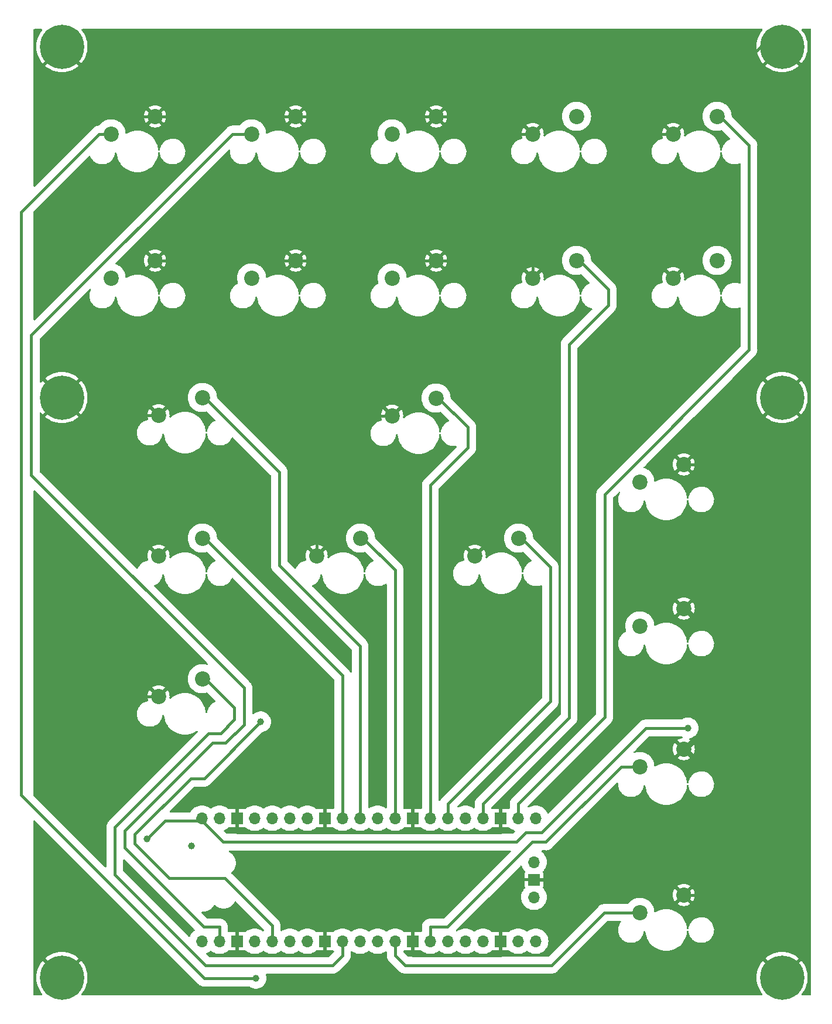
<source format=gbr>
%TF.GenerationSoftware,KiCad,Pcbnew,(7.0.0)*%
%TF.CreationDate,2023-07-30T16:01:18-03:00*%
%TF.ProjectId,Bad Thing of the Edge Keyboard,42616420-5468-4696-9e67-206f66207468,rev?*%
%TF.SameCoordinates,Original*%
%TF.FileFunction,Copper,L2,Bot*%
%TF.FilePolarity,Positive*%
%FSLAX46Y46*%
G04 Gerber Fmt 4.6, Leading zero omitted, Abs format (unit mm)*
G04 Created by KiCad (PCBNEW (7.0.0)) date 2023-07-30 16:01:18*
%MOMM*%
%LPD*%
G01*
G04 APERTURE LIST*
%TA.AperFunction,ComponentPad*%
%ADD10C,2.200000*%
%TD*%
%TA.AperFunction,ComponentPad*%
%ADD11C,6.400000*%
%TD*%
%TA.AperFunction,ComponentPad*%
%ADD12O,1.700000X1.700000*%
%TD*%
%TA.AperFunction,ComponentPad*%
%ADD13R,1.700000X1.700000*%
%TD*%
%TA.AperFunction,ViaPad*%
%ADD14C,1.000000*%
%TD*%
%TA.AperFunction,Conductor*%
%ADD15C,0.400000*%
%TD*%
G04 APERTURE END LIST*
D10*
%TO.P,SW14,1,1*%
%TO.N,Net-(U1-GPIO22)*%
X103444800Y-102997000D03*
%TO.P,SW14,2,2*%
%TO.N,GNDREF*%
X97094800Y-105537000D03*
%TD*%
D11*
%TO.P,J3,1,Pin_1*%
%TO.N,GNDREF*%
X164404800Y-166497000D03*
%TD*%
D10*
%TO.P,SW10,1,1*%
%TO.N,GNDREF*%
X150180800Y-92329000D03*
%TO.P,SW10,2,2*%
%TO.N,Net-(U1-GPIO13)*%
X143830800Y-94869000D03*
%TD*%
D11*
%TO.P,J2,1,Pin_1*%
%TO.N,GNDREF*%
X164404800Y-82677000D03*
%TD*%
D10*
%TO.P,SW16,1,1*%
%TO.N,Net-(U1-GPIO20)*%
X126304800Y-102997000D03*
%TO.P,SW16,2,2*%
%TO.N,GNDREF*%
X119954800Y-105537000D03*
%TD*%
D11*
%TO.P,J6,1,Pin_1*%
%TO.N,GNDREF*%
X60264800Y-31957900D03*
%TD*%
D10*
%TO.P,SW13,1,1*%
%TO.N,Net-(U1-GPIO26_ADC0)*%
X80584800Y-82677000D03*
%TO.P,SW13,2,2*%
%TO.N,GNDREF*%
X74234800Y-85217000D03*
%TD*%
%TO.P,SW5,1,1*%
%TO.N,GNDREF*%
X73726800Y-42037000D03*
%TO.P,SW5,2,2*%
%TO.N,Net-(U1-GPIO4)*%
X67376800Y-44577000D03*
%TD*%
%TO.P,SW7,1,1*%
%TO.N,GNDREF*%
X150180800Y-154559000D03*
%TO.P,SW7,2,2*%
%TO.N,Net-(U1-GPIO9)*%
X143830800Y-157099000D03*
%TD*%
%TO.P,SW9,1,1*%
%TO.N,GNDREF*%
X150180800Y-113157000D03*
%TO.P,SW9,2,2*%
%TO.N,Net-(U1-GPIO12)*%
X143830800Y-115697000D03*
%TD*%
%TO.P,SW6,1,1*%
%TO.N,GNDREF*%
X73726800Y-62865000D03*
%TO.P,SW6,2,2*%
%TO.N,Net-(U1-GPIO5)*%
X67376800Y-65405000D03*
%TD*%
D11*
%TO.P,J4,1,Pin_1*%
%TO.N,GNDREF*%
X60264800Y-166497000D03*
%TD*%
D10*
%TO.P,SW11,1,1*%
%TO.N,Net-(U1-GPIO6)*%
X80584800Y-123317000D03*
%TO.P,SW11,2,2*%
%TO.N,GNDREF*%
X74234800Y-125857000D03*
%TD*%
%TO.P,SW20,1,1*%
%TO.N,Net-(U1-GPIO14)*%
X155006800Y-62865000D03*
%TO.P,SW20,2,2*%
%TO.N,GNDREF*%
X148656800Y-65405000D03*
%TD*%
%TO.P,SW2,1,1*%
%TO.N,GNDREF*%
X94046800Y-42037000D03*
%TO.P,SW2,2,2*%
%TO.N,Net-(U1-GPIO1)*%
X87696800Y-44577000D03*
%TD*%
%TO.P,SW8,1,1*%
%TO.N,GNDREF*%
X150180800Y-133477000D03*
%TO.P,SW8,2,2*%
%TO.N,Net-(U1-GPIO10)*%
X143830800Y-136017000D03*
%TD*%
%TO.P,SW15,1,1*%
%TO.N,Net-(U1-GPIO21)*%
X114366800Y-82757900D03*
%TO.P,SW15,2,2*%
%TO.N,GNDREF*%
X108016800Y-85297900D03*
%TD*%
%TO.P,SW1,1,1*%
%TO.N,GNDREF*%
X114366800Y-42037000D03*
%TO.P,SW1,2,2*%
%TO.N,Net-(U1-GPIO7)*%
X108016800Y-44577000D03*
%TD*%
%TO.P,SW17,1,1*%
%TO.N,Net-(U1-GPIO19)*%
X134686800Y-42037000D03*
%TO.P,SW17,2,2*%
%TO.N,GNDREF*%
X128336800Y-44577000D03*
%TD*%
%TO.P,SW18,1,1*%
%TO.N,Net-(U1-GPIO18)*%
X134686800Y-62865000D03*
%TO.P,SW18,2,2*%
%TO.N,GNDREF*%
X128336800Y-65405000D03*
%TD*%
%TO.P,SW4,1,1*%
%TO.N,GNDREF*%
X114366800Y-62865000D03*
%TO.P,SW4,2,2*%
%TO.N,Net-(U1-GPIO3)*%
X108016800Y-65405000D03*
%TD*%
D11*
%TO.P,J1,1,Pin_1*%
%TO.N,GNDREF*%
X164404800Y-31957900D03*
%TD*%
D10*
%TO.P,SW3,1,1*%
%TO.N,GNDREF*%
X94046800Y-62865000D03*
%TO.P,SW3,2,2*%
%TO.N,Net-(U1-GPIO2)*%
X87696800Y-65405000D03*
%TD*%
D11*
%TO.P,J5,1,Pin_1*%
%TO.N,GNDREF*%
X60264800Y-82677000D03*
%TD*%
D10*
%TO.P,SW12,1,1*%
%TO.N,Net-(U1-GPIO27_ADC1)*%
X80584800Y-102997000D03*
%TO.P,SW12,2,2*%
%TO.N,GNDREF*%
X74234800Y-105537000D03*
%TD*%
D12*
%TO.P,U1,1,GPIO0*%
%TO.N,Net-(U1-GPIO0)*%
X80503899Y-161243899D03*
%TO.P,U1,2,GPIO1*%
%TO.N,Net-(U1-GPIO1)*%
X83043899Y-161243899D03*
D13*
%TO.P,U1,3,GND*%
%TO.N,GNDREF*%
X85583899Y-161243899D03*
D12*
%TO.P,U1,4,GPIO2*%
%TO.N,Net-(U1-GPIO2)*%
X88123899Y-161243899D03*
%TO.P,U1,5,GPIO3*%
%TO.N,Net-(U1-GPIO3)*%
X90663899Y-161243899D03*
%TO.P,U1,6,GPIO4*%
%TO.N,Net-(U1-GPIO4)*%
X93203899Y-161243899D03*
%TO.P,U1,7,GPIO5*%
%TO.N,Net-(U1-GPIO5)*%
X95743899Y-161243899D03*
D13*
%TO.P,U1,8,GND*%
%TO.N,GNDREF*%
X98283899Y-161243899D03*
D12*
%TO.P,U1,9,GPIO6*%
%TO.N,Net-(U1-GPIO6)*%
X100823899Y-161243899D03*
%TO.P,U1,10,GPIO7*%
%TO.N,Net-(U1-GPIO7)*%
X103363899Y-161243899D03*
%TO.P,U1,11,GPIO8*%
%TO.N,unconnected-(U1-GPIO8-Pad11)*%
X105903899Y-161243899D03*
%TO.P,U1,12,GPIO9*%
%TO.N,Net-(U1-GPIO9)*%
X108443899Y-161243899D03*
D13*
%TO.P,U1,13,GND*%
%TO.N,GNDREF*%
X110983899Y-161243899D03*
D12*
%TO.P,U1,14,GPIO10*%
%TO.N,Net-(U1-GPIO10)*%
X113523899Y-161243899D03*
%TO.P,U1,15,GPIO11*%
%TO.N,Net-(U1-GPIO11)*%
X116063899Y-161243899D03*
%TO.P,U1,16,GPIO12*%
%TO.N,Net-(U1-GPIO12)*%
X118603899Y-161243899D03*
%TO.P,U1,17,GPIO13*%
%TO.N,Net-(U1-GPIO13)*%
X121143899Y-161243899D03*
D13*
%TO.P,U1,18,GND*%
%TO.N,GNDREF*%
X123683899Y-161243899D03*
D12*
%TO.P,U1,19,GPIO14*%
%TO.N,Net-(U1-GPIO14)*%
X126223899Y-161243899D03*
%TO.P,U1,20,GPIO15*%
%TO.N,unconnected-(U1-GPIO15-Pad20)*%
X128763899Y-161243899D03*
%TO.P,U1,21,GPIO16*%
%TO.N,Net-(U1-GPIO16)*%
X128763899Y-143463899D03*
%TO.P,U1,22,GPIO17*%
%TO.N,Net-(U1-GPIO17)*%
X126223899Y-143463899D03*
D13*
%TO.P,U1,23,GND*%
%TO.N,GNDREF*%
X123683899Y-143463899D03*
D12*
%TO.P,U1,24,GPIO18*%
%TO.N,Net-(U1-GPIO18)*%
X121143899Y-143463899D03*
%TO.P,U1,25,GPIO19*%
%TO.N,Net-(U1-GPIO19)*%
X118603899Y-143463899D03*
%TO.P,U1,26,GPIO20*%
%TO.N,Net-(U1-GPIO20)*%
X116063899Y-143463899D03*
%TO.P,U1,27,GPIO21*%
%TO.N,Net-(U1-GPIO21)*%
X113523899Y-143463899D03*
D13*
%TO.P,U1,28,GND*%
%TO.N,GNDREF*%
X110983899Y-143463899D03*
D12*
%TO.P,U1,29,GPIO22*%
%TO.N,Net-(U1-GPIO22)*%
X108443899Y-143463899D03*
%TO.P,U1,30,RUN*%
%TO.N,unconnected-(U1-RUN-Pad30)*%
X105903899Y-143463899D03*
%TO.P,U1,31,GPIO26_ADC0*%
%TO.N,Net-(U1-GPIO26_ADC0)*%
X103363899Y-143463899D03*
%TO.P,U1,32,GPIO27_ADC1*%
%TO.N,Net-(U1-GPIO27_ADC1)*%
X100823899Y-143463899D03*
D13*
%TO.P,U1,33,AGND*%
%TO.N,GNDREF*%
X98283899Y-143463899D03*
D12*
%TO.P,U1,34,GPIO28_ADC2*%
%TO.N,Net-(U1-GPIO28_ADC2)*%
X95743899Y-143463899D03*
%TO.P,U1,35,ADC_VREF*%
%TO.N,unconnected-(U1-ADC_VREF-Pad35)*%
X93203899Y-143463899D03*
%TO.P,U1,36,3V3*%
%TO.N,unconnected-(U1-3V3-Pad36)*%
X90663899Y-143463899D03*
%TO.P,U1,37,3V3_EN*%
%TO.N,unconnected-(U1-3V3_EN-Pad37)*%
X88123899Y-143463899D03*
D13*
%TO.P,U1,38,GND*%
%TO.N,GNDREF*%
X85583899Y-143463899D03*
D12*
%TO.P,U1,39,VSYS*%
%TO.N,unconnected-(U1-VSYS-Pad39)*%
X83043899Y-143463899D03*
%TO.P,U1,40,VBUS*%
%TO.N,VBUS*%
X80503899Y-143463899D03*
%TO.P,U1,41,SWCLK*%
%TO.N,unconnected-(U1-SWCLK-Pad41)*%
X128533899Y-154893899D03*
D13*
%TO.P,U1,42,GND*%
%TO.N,GNDREF*%
X128533899Y-152353899D03*
D12*
%TO.P,U1,43,SWDIO*%
%TO.N,unconnected-(U1-SWDIO-Pad43)*%
X128533899Y-149813899D03*
%TD*%
D10*
%TO.P,SW19,1,1*%
%TO.N,Net-(U1-GPIO17)*%
X155006800Y-42037000D03*
%TO.P,SW19,2,2*%
%TO.N,GNDREF*%
X148656800Y-44577000D03*
%TD*%
D14*
%TO.N,GNDREF*%
X81864200Y-99542600D03*
X138049000Y-90982800D03*
X58064400Y-66954400D03*
X106680000Y-56464200D03*
X72923400Y-99466400D03*
X121894600Y-62407800D03*
X77673200Y-93243400D03*
X143992600Y-149072600D03*
X142570200Y-107188000D03*
X59791600Y-61188600D03*
X105384600Y-167132000D03*
X59334400Y-45847000D03*
X80264000Y-66065400D03*
X158318200Y-118846600D03*
X86918800Y-93548200D03*
X65354200Y-141732000D03*
X133375400Y-138074400D03*
X74803000Y-132638800D03*
X144399000Y-127050800D03*
X164388800Y-115976400D03*
X57531000Y-38430200D03*
X105740200Y-120548400D03*
X105333800Y-116281200D03*
X157556200Y-149174200D03*
X107365800Y-97739200D03*
X57912000Y-149631400D03*
X97739200Y-116408200D03*
X136245600Y-34467800D03*
X121234200Y-132486400D03*
X65227200Y-55753000D03*
X110998000Y-134112000D03*
X93268800Y-136499600D03*
X137236200Y-163525200D03*
X115290600Y-151257000D03*
X112039400Y-77800200D03*
X166827200Y-144043400D03*
X101168200Y-150672800D03*
X70739000Y-151841200D03*
X92456000Y-111277400D03*
X164820600Y-39547800D03*
X135305800Y-148158200D03*
X122682000Y-97510600D03*
X59639200Y-115417600D03*
X74574400Y-118414800D03*
X132156200Y-159308800D03*
X158089600Y-167005000D03*
X111099600Y-120319800D03*
X81483200Y-113207800D03*
X117703600Y-56616600D03*
X122834400Y-34493200D03*
X95554800Y-90271600D03*
X108864400Y-156057600D03*
X136677400Y-155295600D03*
X64465200Y-88493600D03*
X164769800Y-52730400D03*
X164998400Y-70916800D03*
X95554800Y-97434400D03*
X87223600Y-102158800D03*
X97459800Y-127939800D03*
X149834600Y-79425800D03*
X142570200Y-102057200D03*
X65024000Y-108051600D03*
X86207600Y-73431400D03*
X64617600Y-96266000D03*
X130302000Y-134721600D03*
X153187400Y-127050800D03*
X93065600Y-83972400D03*
X166166800Y-158978600D03*
X126263400Y-118491000D03*
X95656400Y-56464200D03*
X158089600Y-135280400D03*
X102158800Y-90195400D03*
X59359800Y-75565000D03*
X143662400Y-163626800D03*
X131318000Y-97155000D03*
X117398800Y-118491000D03*
X110947200Y-125374400D03*
X62731900Y-128872000D03*
X74320400Y-73431400D03*
X92049600Y-120218200D03*
X84099400Y-56464200D03*
X157657800Y-155956000D03*
X164490400Y-88519000D03*
X116687600Y-132486400D03*
X65074800Y-120700800D03*
X138760200Y-82575400D03*
X158445200Y-107061000D03*
X100736400Y-80264000D03*
X153619200Y-33604200D03*
X158089600Y-144043400D03*
X130987800Y-56794400D03*
X112242600Y-33731200D03*
X65836800Y-162814000D03*
X110845600Y-112877600D03*
%TO.N,Net-(U1-GPIO3)*%
X89000800Y-129546200D03*
%TO.N,Net-(U1-GPIO4)*%
X88324000Y-166604900D03*
%TO.N,VBUS*%
X150798500Y-130429000D03*
X72539300Y-146489900D03*
%TO.N,Net-(U1-GPIO7)*%
X79019000Y-147442000D03*
%TD*%
D15*
%TO.N,GNDREF*%
X110983900Y-161243900D02*
X110983900Y-163294200D01*
X98283900Y-143463900D02*
X98283900Y-145514200D01*
X65746900Y-125857000D02*
X62731900Y-128872000D01*
X154771200Y-145558400D02*
X147975700Y-152353900D01*
X125014300Y-46251200D02*
X126688500Y-44577000D01*
X104690900Y-62865000D02*
X104690900Y-83601400D01*
X70884900Y-86867400D02*
X70884900Y-102187100D01*
X122351800Y-62865000D02*
X121894600Y-62407800D01*
X164404800Y-166497000D02*
X152466800Y-154559000D01*
X130671200Y-60530600D02*
X125014300Y-54873700D01*
X72535300Y-85217000D02*
X74234800Y-85217000D01*
X98283900Y-161243900D02*
X98283900Y-159193600D01*
X94046800Y-42037000D02*
X73726800Y-42037000D01*
X152466800Y-154559000D02*
X150180800Y-154559000D01*
X150379900Y-112957900D02*
X150180800Y-113157000D01*
X102158800Y-89526500D02*
X102158800Y-90195400D01*
X64455200Y-86867400D02*
X70884900Y-86867400D01*
X60264800Y-82677000D02*
X64455200Y-86867400D01*
X110983900Y-159193600D02*
X98283900Y-159193600D01*
X143782400Y-60530600D02*
X148656800Y-65405000D01*
X110983900Y-145164100D02*
X110983900Y-145514200D01*
X104690900Y-83601400D02*
X106387400Y-85297900D01*
X110983900Y-145514200D02*
X98283900Y-145514200D01*
X78346400Y-81105400D02*
X74234800Y-85217000D01*
X97094800Y-94590500D02*
X97094800Y-105537000D01*
X94046800Y-42037000D02*
X114366800Y-42037000D01*
X123683900Y-143463900D02*
X123683900Y-145514200D01*
X148656800Y-44577000D02*
X147008500Y-44577000D01*
X128533900Y-152353900D02*
X130584200Y-152353900D01*
X154771300Y-129317000D02*
X150611300Y-133477000D01*
X150180800Y-154559000D02*
X147975700Y-152353900D01*
X70884900Y-102187100D02*
X74234800Y-105537000D01*
X164404800Y-82677000D02*
X154782700Y-92299100D01*
X154782700Y-92299100D02*
X154782700Y-92329000D01*
X104690900Y-62865000D02*
X94046800Y-62865000D01*
X102158800Y-90195400D02*
X101489900Y-90195400D01*
X126688500Y-44577000D02*
X128336800Y-44577000D01*
X101489900Y-90195400D02*
X97094800Y-94590500D01*
X125014300Y-54873700D02*
X125014300Y-46251200D01*
X85583900Y-161243900D02*
X85583900Y-163294200D01*
X130671200Y-60530600D02*
X143782400Y-60530600D01*
X78346400Y-62865000D02*
X73726800Y-62865000D01*
X110983900Y-143463900D02*
X110983900Y-145164100D01*
X110983900Y-161243900D02*
X110983900Y-159193600D01*
X154782700Y-92329000D02*
X154782700Y-108555100D01*
X74234800Y-125857000D02*
X65746900Y-125857000D01*
X128336800Y-65405000D02*
X128336800Y-62865000D01*
X70343900Y-42037000D02*
X60264800Y-31957900D01*
X147008500Y-44577000D02*
X143782400Y-47803100D01*
X123683900Y-161243900D02*
X123683900Y-163294200D01*
X70884900Y-86867400D02*
X72535300Y-85217000D01*
X73726800Y-42037000D02*
X70343900Y-42037000D01*
X143782400Y-47803100D02*
X143782400Y-60530600D01*
X154771200Y-137636900D02*
X154771200Y-145558400D01*
X121437400Y-62865000D02*
X114366800Y-62865000D01*
X154771300Y-117349400D02*
X154771300Y-129317000D01*
X85583900Y-143463900D02*
X85583900Y-145514200D01*
X121894600Y-62407800D02*
X121437400Y-62865000D01*
X150611300Y-133477000D02*
X154771200Y-137636900D01*
X128336800Y-62865000D02*
X122351800Y-62865000D01*
X98283900Y-163294200D02*
X85583900Y-163294200D01*
X161275900Y-31957900D02*
X164404800Y-31957900D01*
X148656800Y-44577000D02*
X161275900Y-31957900D01*
X94046800Y-62865000D02*
X78346400Y-62865000D01*
X150379900Y-112957900D02*
X154771300Y-117349400D01*
X114366800Y-62865000D02*
X104690900Y-62865000D01*
X150180800Y-133477000D02*
X150611300Y-133477000D01*
X108016800Y-85297900D02*
X106387400Y-85297900D01*
X154782700Y-92329000D02*
X150180800Y-92329000D01*
X106387400Y-85297900D02*
X102158800Y-89526500D01*
X120800100Y-42037000D02*
X125014300Y-46251200D01*
X147975700Y-152353900D02*
X130584200Y-152353900D01*
X85583900Y-145514200D02*
X98283900Y-145514200D01*
X78346400Y-62865000D02*
X78346400Y-81105400D01*
X154782700Y-108555100D02*
X150379900Y-112957900D01*
X128336800Y-62865000D02*
X130671200Y-60530600D01*
X114366800Y-42037000D02*
X120800100Y-42037000D01*
X110983900Y-145514200D02*
X123683900Y-145514200D01*
X98283900Y-161243900D02*
X98283900Y-163294200D01*
X123683900Y-163294200D02*
X110983900Y-163294200D01*
%TO.N,Net-(U1-GPIO9)*%
X138688500Y-157099000D02*
X143830800Y-157099000D01*
X108443900Y-161243900D02*
X108443900Y-163294200D01*
X108443900Y-163294200D02*
X109867100Y-164717400D01*
X131070100Y-164717400D02*
X138688500Y-157099000D01*
X109867100Y-164717400D02*
X131070100Y-164717400D01*
%TO.N,Net-(U1-GPIO27_ADC1)*%
X100823900Y-122861600D02*
X80959300Y-102997000D01*
X100823900Y-143463900D02*
X100823900Y-122861600D01*
X80959300Y-102997000D02*
X80584800Y-102997000D01*
%TO.N,Net-(U1-GPIO26_ADC0)*%
X91694000Y-93425500D02*
X80945500Y-82677000D01*
X103363900Y-143463900D02*
X103363900Y-118577500D01*
X91694000Y-106907600D02*
X91694000Y-93425500D01*
X103363900Y-118577500D02*
X91694000Y-106907600D01*
X80945500Y-82677000D02*
X80584800Y-82677000D01*
%TO.N,Net-(U1-GPIO21)*%
X113523900Y-95344000D02*
X118975800Y-89892100D01*
X113523900Y-143463900D02*
X113523900Y-95344000D01*
X118975800Y-86983700D02*
X114750000Y-82757900D01*
X114750000Y-82757900D02*
X114366800Y-82757900D01*
X118975800Y-89892100D02*
X118975800Y-86983700D01*
%TO.N,Net-(U1-GPIO22)*%
X108443900Y-143463900D02*
X108443900Y-107625200D01*
X103815700Y-102997000D02*
X103444800Y-102997000D01*
X108443900Y-107625200D02*
X103815700Y-102997000D01*
%TO.N,Net-(U1-GPIO20)*%
X130895200Y-107176700D02*
X130895200Y-126582300D01*
X116063900Y-143463900D02*
X116063900Y-141413600D01*
X126715500Y-102997000D02*
X130895200Y-107176700D01*
X126304800Y-102997000D02*
X126715500Y-102997000D01*
X130895200Y-126582300D02*
X116063900Y-141413600D01*
%TO.N,Net-(U1-GPIO18)*%
X139277200Y-67031700D02*
X139277200Y-69316900D01*
X133613500Y-74980600D02*
X133613500Y-128944000D01*
X135110500Y-62865000D02*
X139277200Y-67031700D01*
X133613500Y-128944000D02*
X121143900Y-141413600D01*
X139277200Y-69316900D02*
X133613500Y-74980600D01*
X134686800Y-62865000D02*
X135110500Y-62865000D01*
X121143900Y-143463900D02*
X121143900Y-141413600D01*
%TO.N,Net-(U1-GPIO17)*%
X155435300Y-42037000D02*
X155006800Y-42037000D01*
X126223900Y-141413600D02*
X138740900Y-128896600D01*
X159628300Y-75756100D02*
X159628300Y-46230000D01*
X126223900Y-143463900D02*
X126223900Y-141413600D01*
X159628300Y-46230000D02*
X155435300Y-42037000D01*
X138740900Y-96643500D02*
X159628300Y-75756100D01*
X138740900Y-128896600D02*
X138740900Y-96643500D01*
%TO.N,Net-(U1-GPIO3)*%
X83821300Y-152174300D02*
X75808100Y-152174300D01*
X70803500Y-145821000D02*
X78920400Y-137704100D01*
X90663900Y-161243900D02*
X90663900Y-159016900D01*
X75808100Y-152174300D02*
X70803500Y-147169700D01*
X90663900Y-159016900D02*
X83821300Y-152174300D01*
X78920400Y-137704100D02*
X80842900Y-137704100D01*
X70803500Y-147169700D02*
X70803500Y-145821000D01*
X80842900Y-137704100D02*
X89000800Y-129546200D01*
%TO.N,Net-(U1-GPIO4)*%
X54382000Y-55855600D02*
X54382000Y-140108700D01*
X65660600Y-44577000D02*
X54382000Y-55855600D01*
X80878200Y-166604900D02*
X88324000Y-166604900D01*
X54382000Y-140108700D02*
X80878200Y-166604900D01*
X67376800Y-44577000D02*
X65660600Y-44577000D01*
%TO.N,Net-(U1-GPIO1)*%
X69361600Y-145282700D02*
X82028700Y-132615600D01*
X69361600Y-147765800D02*
X69361600Y-145282700D01*
X84951600Y-44577000D02*
X87696800Y-44577000D01*
X86592900Y-129923400D02*
X86592900Y-124650800D01*
X55841500Y-73687100D02*
X84951600Y-44577000D01*
X83043900Y-161243900D02*
X83043900Y-159193600D01*
X83900700Y-132615600D02*
X86592900Y-129923400D01*
X82028700Y-132615600D02*
X83900700Y-132615600D01*
X86592900Y-124650800D02*
X55841500Y-93899400D01*
X83043900Y-159193600D02*
X80789400Y-159193600D01*
X80789400Y-159193600D02*
X69361600Y-147765800D01*
X55841500Y-93899400D02*
X55841500Y-73687100D01*
%TO.N,VBUS*%
X72539300Y-146489900D02*
X75158000Y-143871200D01*
X75158000Y-143871200D02*
X80503900Y-143871200D01*
X150798500Y-130429000D02*
X144698300Y-130429000D01*
X125968300Y-146930000D02*
X83562700Y-146930000D01*
X80503900Y-143871200D02*
X80503900Y-143552400D01*
X144698300Y-130429000D02*
X129613100Y-145514200D01*
X80503900Y-143463900D02*
X80503900Y-143552400D01*
X83562700Y-146930000D02*
X80503900Y-143871200D01*
X129613100Y-145514200D02*
X127384100Y-145514200D01*
X127384100Y-145514200D02*
X125968300Y-146930000D01*
%TO.N,Net-(U1-GPIO6)*%
X85192600Y-129228900D02*
X85192600Y-127509900D01*
X85192600Y-127509900D02*
X80999700Y-123317000D01*
X67925400Y-151618300D02*
X67925400Y-144738700D01*
X80999700Y-123317000D02*
X80584800Y-123317000D01*
X100823900Y-163294200D02*
X99373500Y-164744600D01*
X67925400Y-144738700D02*
X81448800Y-131215300D01*
X100823900Y-161243900D02*
X100823900Y-163294200D01*
X99373500Y-164744600D02*
X81051700Y-164744600D01*
X83206200Y-131215300D02*
X85192600Y-129228900D01*
X81051700Y-164744600D02*
X67925400Y-151618300D01*
X81448800Y-131215300D02*
X83206200Y-131215300D01*
%TO.N,Net-(U1-GPIO10)*%
X141160900Y-136017000D02*
X143830800Y-136017000D01*
X116004200Y-159193600D02*
X128283300Y-146914500D01*
X113523900Y-159193600D02*
X116004200Y-159193600D01*
X128283300Y-146914500D02*
X130263400Y-146914500D01*
X130263400Y-146914500D02*
X141160900Y-136017000D01*
X113523900Y-161243900D02*
X113523900Y-159193600D01*
%TD*%
%TA.AperFunction,Conductor*%
%TO.N,GNDREF*%
G36*
X168541085Y-29407190D02*
G01*
X168586483Y-29452578D01*
X168603100Y-29514586D01*
X168603100Y-168961700D01*
X168586487Y-169023700D01*
X168541100Y-169069087D01*
X168479100Y-169085700D01*
X167329495Y-169085700D01*
X167263327Y-169066570D01*
X167217574Y-169015084D01*
X167206354Y-168947126D01*
X167233129Y-168883665D01*
X167400218Y-168677325D01*
X167404042Y-168672061D01*
X167611720Y-168352266D01*
X167614966Y-168346645D01*
X167788083Y-168006883D01*
X167790720Y-168000959D01*
X167927378Y-167644955D01*
X167929377Y-167638802D01*
X168028073Y-167270462D01*
X168029421Y-167264120D01*
X168089073Y-166887491D01*
X168089750Y-166881048D01*
X168109708Y-166500244D01*
X168109708Y-166493756D01*
X168089750Y-166112951D01*
X168089073Y-166106508D01*
X168029421Y-165729879D01*
X168028073Y-165723537D01*
X167929377Y-165355197D01*
X167927378Y-165349044D01*
X167790720Y-164993040D01*
X167788083Y-164987116D01*
X167614966Y-164647354D01*
X167611720Y-164641733D01*
X167404042Y-164321938D01*
X167400225Y-164316684D01*
X167204669Y-164075191D01*
X167193406Y-164067305D01*
X167181380Y-164073971D01*
X164492480Y-166762871D01*
X164436893Y-166794965D01*
X164372705Y-166794965D01*
X164317118Y-166762871D01*
X161628218Y-164073971D01*
X161616193Y-164067305D01*
X161604927Y-164075194D01*
X161409378Y-164316678D01*
X161405556Y-164321939D01*
X161197879Y-164641733D01*
X161194633Y-164647354D01*
X161021516Y-164987116D01*
X161018879Y-164993040D01*
X160882221Y-165349044D01*
X160880222Y-165355197D01*
X160781526Y-165723537D01*
X160780178Y-165729879D01*
X160720526Y-166106508D01*
X160719849Y-166112951D01*
X160699892Y-166493756D01*
X160699892Y-166500244D01*
X160719849Y-166881048D01*
X160720526Y-166887491D01*
X160780178Y-167264120D01*
X160781526Y-167270462D01*
X160880222Y-167638802D01*
X160882221Y-167644955D01*
X161018879Y-168000959D01*
X161021516Y-168006883D01*
X161194633Y-168346645D01*
X161197879Y-168352266D01*
X161405557Y-168672061D01*
X161409381Y-168677325D01*
X161576471Y-168883665D01*
X161603246Y-168947126D01*
X161592026Y-169015084D01*
X161546273Y-169066570D01*
X161480105Y-169085700D01*
X63189495Y-169085700D01*
X63123327Y-169066570D01*
X63077574Y-169015084D01*
X63066354Y-168947126D01*
X63093129Y-168883665D01*
X63260218Y-168677325D01*
X63264042Y-168672061D01*
X63471720Y-168352266D01*
X63474966Y-168346645D01*
X63648083Y-168006883D01*
X63650720Y-168000959D01*
X63787378Y-167644955D01*
X63789377Y-167638802D01*
X63888073Y-167270462D01*
X63889421Y-167264120D01*
X63949073Y-166887491D01*
X63949750Y-166881048D01*
X63969708Y-166500244D01*
X63969708Y-166493756D01*
X63949750Y-166112951D01*
X63949073Y-166106508D01*
X63889421Y-165729879D01*
X63888073Y-165723537D01*
X63789377Y-165355197D01*
X63787378Y-165349044D01*
X63650720Y-164993040D01*
X63648083Y-164987116D01*
X63474966Y-164647354D01*
X63471720Y-164641733D01*
X63264042Y-164321938D01*
X63260225Y-164316684D01*
X63064669Y-164075191D01*
X63053406Y-164067305D01*
X63041380Y-164073971D01*
X60352480Y-166762871D01*
X60296893Y-166794965D01*
X60232705Y-166794965D01*
X60177118Y-166762871D01*
X57488218Y-164073971D01*
X57476193Y-164067305D01*
X57464927Y-164075194D01*
X57269378Y-164316678D01*
X57265556Y-164321939D01*
X57057879Y-164641733D01*
X57054633Y-164647354D01*
X56881516Y-164987116D01*
X56878879Y-164993040D01*
X56742221Y-165349044D01*
X56740222Y-165355197D01*
X56641526Y-165723537D01*
X56640178Y-165729879D01*
X56580526Y-166106508D01*
X56579849Y-166112951D01*
X56559892Y-166493756D01*
X56559892Y-166500244D01*
X56579849Y-166881048D01*
X56580526Y-166887491D01*
X56640178Y-167264120D01*
X56641526Y-167270462D01*
X56740222Y-167638802D01*
X56742221Y-167644955D01*
X56878879Y-168000959D01*
X56881516Y-168006883D01*
X57054633Y-168346645D01*
X57057879Y-168352266D01*
X57265557Y-168672061D01*
X57269381Y-168677325D01*
X57436471Y-168883665D01*
X57463246Y-168947126D01*
X57452026Y-169015084D01*
X57406273Y-169066570D01*
X57340105Y-169085700D01*
X56260657Y-169085700D01*
X56198651Y-169069084D01*
X56153263Y-169023688D01*
X56136657Y-168961678D01*
X56137572Y-163708393D01*
X57835105Y-163708393D01*
X57841771Y-163720418D01*
X60253257Y-166131904D01*
X60264800Y-166138568D01*
X60276342Y-166131904D01*
X62687827Y-163720418D01*
X62694493Y-163708392D01*
X62686607Y-163697129D01*
X62445115Y-163501574D01*
X62439861Y-163497757D01*
X62120066Y-163290079D01*
X62114445Y-163286833D01*
X61774683Y-163113716D01*
X61768759Y-163111079D01*
X61412755Y-162974421D01*
X61406602Y-162972422D01*
X61038262Y-162873726D01*
X61031920Y-162872378D01*
X60655291Y-162812726D01*
X60648848Y-162812049D01*
X60268044Y-162792092D01*
X60261556Y-162792092D01*
X59880751Y-162812049D01*
X59874308Y-162812726D01*
X59497679Y-162872378D01*
X59491337Y-162873726D01*
X59122997Y-162972422D01*
X59116844Y-162974421D01*
X58760840Y-163111079D01*
X58754916Y-163113716D01*
X58415154Y-163286833D01*
X58409533Y-163290079D01*
X58089739Y-163497756D01*
X58084478Y-163501578D01*
X57842994Y-163697127D01*
X57835105Y-163708393D01*
X56137572Y-163708393D01*
X56138244Y-159846393D01*
X56141027Y-143864826D01*
X56154550Y-143808542D01*
X56192152Y-143764526D01*
X56245638Y-143742377D01*
X56303349Y-143746922D01*
X56352708Y-143777171D01*
X80007677Y-167432140D01*
X80011633Y-167436283D01*
X80062100Y-167491643D01*
X80062103Y-167491645D01*
X80065964Y-167495881D01*
X80130304Y-167544468D01*
X80134784Y-167548017D01*
X80192428Y-167595884D01*
X80192432Y-167595887D01*
X80196846Y-167599552D01*
X80213720Y-167608950D01*
X80228105Y-167618324D01*
X80243511Y-167629958D01*
X80315701Y-167665905D01*
X80320759Y-167668571D01*
X80386205Y-167705024D01*
X80386209Y-167705025D01*
X80391215Y-167707814D01*
X80396652Y-167709636D01*
X80396654Y-167709637D01*
X80409521Y-167713950D01*
X80425384Y-167720520D01*
X80442672Y-167729129D01*
X80520249Y-167751201D01*
X80525723Y-167752896D01*
X80602167Y-167778518D01*
X80621289Y-167781185D01*
X80638085Y-167784729D01*
X80651141Y-167788444D01*
X80651146Y-167788445D01*
X80656664Y-167790015D01*
X80736999Y-167797458D01*
X80742622Y-167798110D01*
X80822519Y-167809256D01*
X80903068Y-167805532D01*
X80908796Y-167805400D01*
X87380867Y-167805400D01*
X87421130Y-167812119D01*
X87457029Y-167831546D01*
X87500491Y-167865374D01*
X87719190Y-167983728D01*
X87954386Y-168064471D01*
X88199665Y-168105400D01*
X88443201Y-168105400D01*
X88448335Y-168105400D01*
X88693614Y-168064471D01*
X88928810Y-167983728D01*
X89147509Y-167865374D01*
X89343744Y-167712638D01*
X89512164Y-167529685D01*
X89648173Y-167321507D01*
X89748063Y-167093781D01*
X89809108Y-166852721D01*
X89829643Y-166604900D01*
X89809108Y-166357079D01*
X89748063Y-166116019D01*
X89746004Y-166111326D01*
X89745330Y-166109361D01*
X89739908Y-166051221D01*
X89761695Y-165997046D01*
X89805861Y-165958849D01*
X89862612Y-165945100D01*
X99342904Y-165945100D01*
X99348631Y-165945232D01*
X99429181Y-165948956D01*
X99509086Y-165937809D01*
X99514694Y-165937159D01*
X99595036Y-165929715D01*
X99613617Y-165924427D01*
X99630409Y-165920885D01*
X99649533Y-165918218D01*
X99726002Y-165892587D01*
X99731438Y-165890904D01*
X99809028Y-165868829D01*
X99814154Y-165866276D01*
X99814160Y-165866274D01*
X99826307Y-165860225D01*
X99842175Y-165853651D01*
X99860485Y-165847515D01*
X99930965Y-165808256D01*
X99935982Y-165805611D01*
X99990618Y-165778407D01*
X100003054Y-165772215D01*
X100003054Y-165772214D01*
X100008189Y-165769658D01*
X100023595Y-165758022D01*
X100037987Y-165748645D01*
X100054853Y-165739252D01*
X100116925Y-165687706D01*
X100121342Y-165684207D01*
X100185736Y-165635581D01*
X100189596Y-165631345D01*
X100189601Y-165631342D01*
X100240075Y-165575973D01*
X100244010Y-165571851D01*
X101651151Y-164164710D01*
X101655273Y-164160775D01*
X101710642Y-164110301D01*
X101710645Y-164110296D01*
X101714881Y-164106436D01*
X101763507Y-164042042D01*
X101767006Y-164037625D01*
X101818552Y-163975553D01*
X101827947Y-163958685D01*
X101837324Y-163944294D01*
X101848958Y-163928889D01*
X101884911Y-163856682D01*
X101887556Y-163851665D01*
X101926815Y-163781185D01*
X101932951Y-163762875D01*
X101939525Y-163747007D01*
X101945574Y-163734860D01*
X101945576Y-163734854D01*
X101948129Y-163729728D01*
X101970204Y-163652138D01*
X101971887Y-163646702D01*
X101997518Y-163570233D01*
X102000185Y-163551109D01*
X102003728Y-163534315D01*
X102009015Y-163515736D01*
X102016459Y-163435394D01*
X102017109Y-163429786D01*
X102028256Y-163349881D01*
X102024532Y-163269331D01*
X102024400Y-163263604D01*
X102024400Y-162800444D01*
X102042905Y-162735277D01*
X102092895Y-162689560D01*
X102159452Y-162676938D01*
X102222710Y-162701177D01*
X102360889Y-162804616D01*
X102593211Y-162931474D01*
X102841222Y-163023977D01*
X103099874Y-163080243D01*
X103363900Y-163099127D01*
X103627926Y-163080243D01*
X103886578Y-163023977D01*
X104134589Y-162931474D01*
X104366911Y-162804616D01*
X104559593Y-162660375D01*
X104607542Y-162638479D01*
X104660258Y-162638479D01*
X104708206Y-162660375D01*
X104900889Y-162804616D01*
X105133211Y-162931474D01*
X105381222Y-163023977D01*
X105639874Y-163080243D01*
X105903900Y-163099127D01*
X106167926Y-163080243D01*
X106426578Y-163023977D01*
X106674589Y-162931474D01*
X106906911Y-162804616D01*
X107045089Y-162701177D01*
X107108348Y-162676938D01*
X107174905Y-162689560D01*
X107224895Y-162735277D01*
X107243400Y-162800444D01*
X107243400Y-163263604D01*
X107243268Y-163269331D01*
X107239808Y-163344152D01*
X107239808Y-163344161D01*
X107239544Y-163349881D01*
X107240335Y-163355556D01*
X107240336Y-163355563D01*
X107250682Y-163429732D01*
X107251342Y-163435420D01*
X107257473Y-163501578D01*
X107258785Y-163515736D01*
X107260350Y-163521237D01*
X107260352Y-163521247D01*
X107264071Y-163534315D01*
X107267614Y-163551114D01*
X107270282Y-163570233D01*
X107272103Y-163575665D01*
X107295904Y-163646681D01*
X107297597Y-163652149D01*
X107318101Y-163724212D01*
X107318103Y-163724217D01*
X107319671Y-163729728D01*
X107328275Y-163747007D01*
X107334845Y-163762868D01*
X107340985Y-163781185D01*
X107343772Y-163786188D01*
X107380228Y-163851640D01*
X107382898Y-163856705D01*
X107418842Y-163928889D01*
X107422293Y-163933459D01*
X107422298Y-163933467D01*
X107430481Y-163944303D01*
X107439852Y-163958685D01*
X107446455Y-163970539D01*
X107449248Y-163975553D01*
X107452911Y-163979964D01*
X107500766Y-164037593D01*
X107504324Y-164042085D01*
X107552919Y-164106436D01*
X107557159Y-164110301D01*
X107612515Y-164160765D01*
X107616658Y-164164721D01*
X108996577Y-165544640D01*
X109000533Y-165548783D01*
X109050997Y-165604140D01*
X109051001Y-165604144D01*
X109054864Y-165608381D01*
X109059436Y-165611833D01*
X109059442Y-165611839D01*
X109119206Y-165656970D01*
X109123696Y-165660527D01*
X109156462Y-165687735D01*
X109185747Y-165712053D01*
X109190757Y-165714843D01*
X109190758Y-165714844D01*
X109202616Y-165721449D01*
X109217006Y-165730825D01*
X109227834Y-165739002D01*
X109227837Y-165739004D01*
X109232411Y-165742458D01*
X109304587Y-165778397D01*
X109309618Y-165781048D01*
X109380115Y-165820315D01*
X109385554Y-165822138D01*
X109385559Y-165822140D01*
X109398427Y-165826453D01*
X109414290Y-165833023D01*
X109431572Y-165841629D01*
X109509126Y-165863695D01*
X109514599Y-165865389D01*
X109591068Y-165891019D01*
X109610197Y-165893687D01*
X109626985Y-165897228D01*
X109645564Y-165902515D01*
X109725892Y-165909957D01*
X109731515Y-165910609D01*
X109811419Y-165921756D01*
X109891977Y-165918032D01*
X109897704Y-165917900D01*
X131039504Y-165917900D01*
X131045231Y-165918032D01*
X131125781Y-165921756D01*
X131205686Y-165910609D01*
X131211294Y-165909959D01*
X131291636Y-165902515D01*
X131310217Y-165897227D01*
X131327009Y-165893685D01*
X131346133Y-165891018D01*
X131422602Y-165865387D01*
X131428038Y-165863704D01*
X131505628Y-165841629D01*
X131510754Y-165839076D01*
X131510760Y-165839074D01*
X131522907Y-165833025D01*
X131538775Y-165826451D01*
X131557085Y-165820315D01*
X131627565Y-165781056D01*
X131632582Y-165778411D01*
X131704789Y-165742458D01*
X131720195Y-165730822D01*
X131734587Y-165721445D01*
X131751453Y-165712052D01*
X131813525Y-165660506D01*
X131817942Y-165657007D01*
X131882336Y-165608381D01*
X131886196Y-165604145D01*
X131886201Y-165604142D01*
X131936675Y-165548773D01*
X131940610Y-165544651D01*
X133776869Y-163708393D01*
X161975105Y-163708393D01*
X161981771Y-163720418D01*
X164393257Y-166131904D01*
X164404800Y-166138568D01*
X164416342Y-166131904D01*
X166827827Y-163720418D01*
X166834493Y-163708392D01*
X166826607Y-163697129D01*
X166585115Y-163501574D01*
X166579861Y-163497757D01*
X166260066Y-163290079D01*
X166254445Y-163286833D01*
X165914683Y-163113716D01*
X165908759Y-163111079D01*
X165552755Y-162974421D01*
X165546602Y-162972422D01*
X165178262Y-162873726D01*
X165171920Y-162872378D01*
X164795291Y-162812726D01*
X164788848Y-162812049D01*
X164408044Y-162792092D01*
X164401556Y-162792092D01*
X164020751Y-162812049D01*
X164014308Y-162812726D01*
X163637679Y-162872378D01*
X163631337Y-162873726D01*
X163262997Y-162972422D01*
X163256844Y-162974421D01*
X162900840Y-163111079D01*
X162894916Y-163113716D01*
X162555154Y-163286833D01*
X162549533Y-163290079D01*
X162229739Y-163497756D01*
X162224478Y-163501578D01*
X161982994Y-163697127D01*
X161975105Y-163708393D01*
X133776869Y-163708393D01*
X139149444Y-158335819D01*
X139189673Y-158308939D01*
X139237126Y-158299500D01*
X141002621Y-158299500D01*
X141067218Y-158317654D01*
X141112899Y-158366802D01*
X141126290Y-158432551D01*
X141103469Y-158495650D01*
X140979638Y-158668733D01*
X140979629Y-158668747D01*
X140977001Y-158672421D01*
X140974932Y-158676444D01*
X140974929Y-158676450D01*
X140855216Y-158909293D01*
X140855211Y-158909304D01*
X140853144Y-158913325D01*
X140851684Y-158917602D01*
X140851679Y-158917616D01*
X140767148Y-159165395D01*
X140767144Y-159165407D01*
X140765682Y-159169695D01*
X140764857Y-159174159D01*
X140764857Y-159174161D01*
X140717304Y-159431606D01*
X140717302Y-159431619D01*
X140716481Y-159436067D01*
X140716315Y-159440593D01*
X140716315Y-159440599D01*
X140707353Y-159685844D01*
X140706588Y-159706765D01*
X140707082Y-159711262D01*
X140707083Y-159711267D01*
X140735717Y-159971506D01*
X140735718Y-159971513D01*
X140736214Y-159976018D01*
X140737359Y-159980398D01*
X140737361Y-159980408D01*
X140784552Y-160160914D01*
X140804728Y-160238088D01*
X140806493Y-160242242D01*
X140806496Y-160242250D01*
X140906407Y-160477359D01*
X140910670Y-160487390D01*
X140913026Y-160491251D01*
X140913029Y-160491256D01*
X141049418Y-160714737D01*
X141051782Y-160718610D01*
X141225055Y-160926820D01*
X141228430Y-160929844D01*
X141228431Y-160929845D01*
X141333130Y-161023656D01*
X141426798Y-161107582D01*
X141652710Y-161257044D01*
X141897976Y-161372020D01*
X142157369Y-161450060D01*
X142425361Y-161489500D01*
X142626169Y-161489500D01*
X142628431Y-161489500D01*
X142830956Y-161474677D01*
X143095353Y-161415780D01*
X143348358Y-161319014D01*
X143584577Y-161186441D01*
X143798977Y-161020888D01*
X143986986Y-160825881D01*
X144144599Y-160605579D01*
X144268456Y-160364675D01*
X144355918Y-160108305D01*
X144401643Y-159860747D01*
X144432949Y-159798643D01*
X144492768Y-159763161D01*
X144562281Y-159765466D01*
X144619618Y-159804833D01*
X144646742Y-159868876D01*
X144680458Y-160157336D01*
X144680460Y-160157349D01*
X144680877Y-160160914D01*
X144681704Y-160164404D01*
X144681707Y-160164420D01*
X144760649Y-160497503D01*
X144760651Y-160497512D01*
X144761481Y-160501011D01*
X144762711Y-160504392D01*
X144762714Y-160504400D01*
X144839271Y-160714737D01*
X144881023Y-160829451D01*
X144882643Y-160832678D01*
X144882648Y-160832688D01*
X144956568Y-160979874D01*
X145037887Y-161141793D01*
X145039867Y-161144804D01*
X145039872Y-161144812D01*
X145217026Y-161414159D01*
X145229951Y-161433811D01*
X145232265Y-161436569D01*
X145232266Y-161436570D01*
X145452298Y-161698795D01*
X145452303Y-161698800D01*
X145454617Y-161701558D01*
X145708847Y-161941412D01*
X145711731Y-161943559D01*
X145711737Y-161943564D01*
X145883135Y-162071164D01*
X145989204Y-162150130D01*
X145992331Y-162151935D01*
X145992335Y-162151938D01*
X146156834Y-162246911D01*
X146291896Y-162324889D01*
X146612829Y-162463326D01*
X146947664Y-162563569D01*
X147291873Y-162624262D01*
X147553495Y-162639500D01*
X147726315Y-162639500D01*
X147728105Y-162639500D01*
X147989727Y-162624262D01*
X148333936Y-162563569D01*
X148668771Y-162463326D01*
X148989704Y-162324889D01*
X149292396Y-162150130D01*
X149572753Y-161941412D01*
X149826983Y-161701558D01*
X150051649Y-161433811D01*
X150243713Y-161141793D01*
X150400577Y-160829451D01*
X150520119Y-160501011D01*
X150600723Y-160160914D01*
X150636527Y-159854590D01*
X150657508Y-159798737D01*
X150702147Y-159759148D01*
X150760108Y-159744989D01*
X150817973Y-159759539D01*
X150862342Y-159799430D01*
X150882945Y-159855426D01*
X150895717Y-159971505D01*
X150895718Y-159971510D01*
X150896214Y-159976018D01*
X150897359Y-159980398D01*
X150897361Y-159980408D01*
X150944552Y-160160914D01*
X150964728Y-160238088D01*
X150966493Y-160242242D01*
X150966496Y-160242250D01*
X151066407Y-160477359D01*
X151070670Y-160487390D01*
X151073026Y-160491251D01*
X151073029Y-160491256D01*
X151209418Y-160714737D01*
X151211782Y-160718610D01*
X151385055Y-160926820D01*
X151388430Y-160929844D01*
X151388431Y-160929845D01*
X151493130Y-161023656D01*
X151586798Y-161107582D01*
X151812710Y-161257044D01*
X152057976Y-161372020D01*
X152317369Y-161450060D01*
X152585361Y-161489500D01*
X152786169Y-161489500D01*
X152788431Y-161489500D01*
X152990956Y-161474677D01*
X153255353Y-161415780D01*
X153508358Y-161319014D01*
X153744577Y-161186441D01*
X153958977Y-161020888D01*
X154146986Y-160825881D01*
X154304599Y-160605579D01*
X154428456Y-160364675D01*
X154515918Y-160108305D01*
X154565119Y-159841933D01*
X154575012Y-159571235D01*
X154545386Y-159301982D01*
X154476872Y-159039912D01*
X154370930Y-158790610D01*
X154229818Y-158559390D01*
X154056545Y-158351180D01*
X154053168Y-158348154D01*
X153858182Y-158173446D01*
X153858178Y-158173442D01*
X153854802Y-158170418D01*
X153628890Y-158020956D01*
X153624796Y-158019036D01*
X153624791Y-158019034D01*
X153387729Y-157907904D01*
X153387725Y-157907902D01*
X153383624Y-157905980D01*
X153379277Y-157904672D01*
X153379274Y-157904671D01*
X153128572Y-157829246D01*
X153128571Y-157829245D01*
X153124231Y-157827940D01*
X153119757Y-157827281D01*
X153119750Y-157827280D01*
X152860713Y-157789158D01*
X152860707Y-157789157D01*
X152856239Y-157788500D01*
X152653169Y-157788500D01*
X152650920Y-157788664D01*
X152650909Y-157788665D01*
X152455163Y-157802992D01*
X152455159Y-157802992D01*
X152450644Y-157803323D01*
X152446226Y-157804307D01*
X152446220Y-157804308D01*
X152190677Y-157861232D01*
X152190661Y-157861236D01*
X152186247Y-157862220D01*
X152182016Y-157863838D01*
X152182010Y-157863840D01*
X151937473Y-157957367D01*
X151937463Y-157957371D01*
X151933242Y-157958986D01*
X151929294Y-157961201D01*
X151929289Y-157961204D01*
X151700976Y-158089340D01*
X151700971Y-158089343D01*
X151697023Y-158091559D01*
X151693439Y-158094325D01*
X151693435Y-158094329D01*
X151486207Y-158254343D01*
X151486194Y-158254354D01*
X151482623Y-158257112D01*
X151479485Y-158260366D01*
X151479478Y-158260373D01*
X151297758Y-158448857D01*
X151297752Y-158448864D01*
X151294614Y-158452119D01*
X151291989Y-158455787D01*
X151291979Y-158455800D01*
X151139634Y-158668740D01*
X151139630Y-158668745D01*
X151137001Y-158672421D01*
X151134932Y-158676444D01*
X151134929Y-158676450D01*
X151015216Y-158909293D01*
X151015211Y-158909304D01*
X151013144Y-158913325D01*
X151011684Y-158917602D01*
X151011679Y-158917616D01*
X150927148Y-159165395D01*
X150927144Y-159165407D01*
X150925682Y-159169695D01*
X150924857Y-159174159D01*
X150924857Y-159174161D01*
X150879956Y-159417250D01*
X150848650Y-159479356D01*
X150788830Y-159514838D01*
X150719318Y-159512533D01*
X150661981Y-159473166D01*
X150634857Y-159409122D01*
X150634784Y-159408499D01*
X150600723Y-159117086D01*
X150593850Y-159088088D01*
X150544183Y-158878524D01*
X150520119Y-158776989D01*
X150400577Y-158448549D01*
X150386878Y-158421273D01*
X150329416Y-158306856D01*
X150243713Y-158136207D01*
X150231324Y-158117371D01*
X150091429Y-157904671D01*
X150051649Y-157844189D01*
X149826983Y-157576442D01*
X149572753Y-157336588D01*
X149569869Y-157334441D01*
X149569862Y-157334435D01*
X149295296Y-157130029D01*
X149292396Y-157127870D01*
X149289273Y-157126067D01*
X149289264Y-157126061D01*
X148992829Y-156954915D01*
X148992826Y-156954913D01*
X148989704Y-156953111D01*
X148986403Y-156951687D01*
X148986393Y-156951682D01*
X148742805Y-156846609D01*
X148668771Y-156814674D01*
X148665330Y-156813643D01*
X148665325Y-156813642D01*
X148337391Y-156715465D01*
X148337385Y-156715463D01*
X148333936Y-156714431D01*
X148330388Y-156713805D01*
X148330378Y-156713803D01*
X147993292Y-156654366D01*
X147993281Y-156654364D01*
X147989727Y-156653738D01*
X147986119Y-156653527D01*
X147986112Y-156653527D01*
X147729895Y-156638604D01*
X147729886Y-156638603D01*
X147728105Y-156638500D01*
X147553495Y-156638500D01*
X147551714Y-156638603D01*
X147551704Y-156638604D01*
X147295487Y-156653527D01*
X147295478Y-156653528D01*
X147291873Y-156653738D01*
X147288320Y-156654364D01*
X147288307Y-156654366D01*
X146951221Y-156713803D01*
X146951207Y-156713806D01*
X146947664Y-156714431D01*
X146944218Y-156715462D01*
X146944208Y-156715465D01*
X146616274Y-156813642D01*
X146616264Y-156813645D01*
X146612829Y-156814674D01*
X146609528Y-156816097D01*
X146609525Y-156816099D01*
X146295206Y-156951682D01*
X146295189Y-156951690D01*
X146291896Y-156953111D01*
X146288780Y-156954909D01*
X146288770Y-156954915D01*
X146112267Y-157056819D01*
X146052384Y-157073414D01*
X145991969Y-157058873D01*
X145946195Y-157016849D01*
X145926556Y-156957894D01*
X145925997Y-156949725D01*
X145916598Y-156812314D01*
X145858134Y-156530968D01*
X145761904Y-156260203D01*
X145629701Y-156005064D01*
X145524848Y-155856520D01*
X149242070Y-155856520D01*
X149246304Y-155862865D01*
X149448010Y-155986470D01*
X149456673Y-155990884D01*
X149680343Y-156083531D01*
X149689580Y-156086533D01*
X149924997Y-156143051D01*
X149934583Y-156144569D01*
X150175946Y-156163566D01*
X150185654Y-156163566D01*
X150427016Y-156144569D01*
X150436602Y-156143051D01*
X150672019Y-156086533D01*
X150681256Y-156083531D01*
X150904926Y-155990884D01*
X150913589Y-155986470D01*
X151115309Y-155862856D01*
X151119532Y-155856522D01*
X151112860Y-155844614D01*
X150192342Y-154924095D01*
X150180800Y-154917431D01*
X150169257Y-154924095D01*
X149248742Y-155844610D01*
X149242070Y-155856520D01*
X145524848Y-155856520D01*
X145463989Y-155770302D01*
X145267853Y-155560292D01*
X145264571Y-155557622D01*
X145264568Y-155557619D01*
X145048229Y-155381615D01*
X145048228Y-155381614D01*
X145044947Y-155378945D01*
X144840549Y-155254647D01*
X144803043Y-155231839D01*
X144803041Y-155231838D01*
X144799425Y-155229639D01*
X144795545Y-155227953D01*
X144795538Y-155227950D01*
X144539739Y-155116841D01*
X144539729Y-155116837D01*
X144535858Y-155115156D01*
X144531786Y-155114015D01*
X144263237Y-155038771D01*
X144263224Y-155038768D01*
X144259158Y-155037629D01*
X144254968Y-155037053D01*
X144254958Y-155037051D01*
X143978675Y-154999076D01*
X143978662Y-154999075D01*
X143974478Y-154998500D01*
X143687122Y-154998500D01*
X143682938Y-154999075D01*
X143682924Y-154999076D01*
X143406641Y-155037051D01*
X143406628Y-155037053D01*
X143402442Y-155037629D01*
X143398377Y-155038767D01*
X143398362Y-155038771D01*
X143129813Y-155114015D01*
X143129808Y-155114016D01*
X143125742Y-155115156D01*
X143121875Y-155116835D01*
X143121860Y-155116841D01*
X142866061Y-155227950D01*
X142866048Y-155227956D01*
X142862175Y-155229639D01*
X142858564Y-155231834D01*
X142858556Y-155231839D01*
X142620265Y-155376748D01*
X142620260Y-155376751D01*
X142616653Y-155378945D01*
X142613378Y-155381609D01*
X142613370Y-155381615D01*
X142397031Y-155557619D01*
X142397020Y-155557628D01*
X142393747Y-155560292D01*
X142390868Y-155563374D01*
X142390859Y-155563383D01*
X142200497Y-155767210D01*
X142200485Y-155767224D01*
X142197611Y-155770302D01*
X142195179Y-155773746D01*
X142195163Y-155773767D01*
X142144171Y-155846008D01*
X142099915Y-155884598D01*
X142042867Y-155898500D01*
X138719118Y-155898500D01*
X138713391Y-155898368D01*
X138638547Y-155894907D01*
X138638538Y-155894907D01*
X138632819Y-155894643D01*
X138627143Y-155895434D01*
X138627136Y-155895435D01*
X138552945Y-155905784D01*
X138547257Y-155906444D01*
X138472675Y-155913355D01*
X138472666Y-155913356D01*
X138466964Y-155913885D01*
X138461450Y-155915453D01*
X138461448Y-155915454D01*
X138448384Y-155919171D01*
X138431591Y-155922713D01*
X138418142Y-155924589D01*
X138418138Y-155924589D01*
X138412468Y-155925381D01*
X138336002Y-155951008D01*
X138330546Y-155952698D01*
X138258482Y-155973202D01*
X138258470Y-155973206D01*
X138252972Y-155974771D01*
X138247852Y-155977320D01*
X138247845Y-155977323D01*
X138235682Y-155983380D01*
X138219826Y-155989947D01*
X138206948Y-155994263D01*
X138206939Y-155994266D01*
X138201515Y-155996085D01*
X138196514Y-155998870D01*
X138196515Y-155998870D01*
X138131052Y-156035331D01*
X138125989Y-156037999D01*
X138058937Y-156071388D01*
X138058924Y-156071395D01*
X138053811Y-156073942D01*
X138049253Y-156077383D01*
X138049240Y-156077392D01*
X138038405Y-156085575D01*
X138024024Y-156094945D01*
X138012158Y-156101554D01*
X138012143Y-156101563D01*
X138007147Y-156104347D01*
X138002745Y-156108001D01*
X138002738Y-156108007D01*
X137945093Y-156155874D01*
X137940607Y-156159428D01*
X137880833Y-156204568D01*
X137880829Y-156204571D01*
X137876264Y-156208019D01*
X137872411Y-156212244D01*
X137872407Y-156212249D01*
X137821944Y-156267604D01*
X137817989Y-156271745D01*
X130609156Y-163480581D01*
X130568928Y-163507461D01*
X130521475Y-163516900D01*
X110415725Y-163516900D01*
X110368272Y-163507461D01*
X110328044Y-163480581D01*
X109680719Y-162833256D01*
X109653839Y-162793028D01*
X109644400Y-162745575D01*
X109644400Y-162711765D01*
X109653839Y-162664313D01*
X109680717Y-162624085D01*
X109681169Y-162623633D01*
X109746732Y-162558069D01*
X109791076Y-162529571D01*
X109843257Y-162522069D01*
X109893839Y-162536922D01*
X109900121Y-162540352D01*
X110019258Y-162584788D01*
X110034232Y-162588326D01*
X110082785Y-162593546D01*
X110089382Y-162593900D01*
X110717574Y-162593900D01*
X110730449Y-162590449D01*
X110733900Y-162577574D01*
X110733900Y-159910226D01*
X110730449Y-159897350D01*
X110717574Y-159893900D01*
X110089382Y-159893900D01*
X110082785Y-159894253D01*
X110034232Y-159899473D01*
X110019258Y-159903011D01*
X109900122Y-159947446D01*
X109893833Y-159950881D01*
X109843253Y-159965730D01*
X109791075Y-159958227D01*
X109746729Y-159929727D01*
X109661952Y-159844950D01*
X109661951Y-159844949D01*
X109658815Y-159841813D01*
X109446911Y-159683184D01*
X109214589Y-159556326D01*
X109210446Y-159554780D01*
X109210440Y-159554778D01*
X108970731Y-159465372D01*
X108966578Y-159463823D01*
X108962246Y-159462880D01*
X108962244Y-159462880D01*
X108712259Y-159408499D01*
X108712251Y-159408497D01*
X108707926Y-159407557D01*
X108703512Y-159407241D01*
X108703503Y-159407240D01*
X108448318Y-159388989D01*
X108443900Y-159388673D01*
X108439482Y-159388989D01*
X108184296Y-159407240D01*
X108184285Y-159407241D01*
X108179874Y-159407557D01*
X108175550Y-159408497D01*
X108175540Y-159408499D01*
X107925555Y-159462880D01*
X107925549Y-159462881D01*
X107921222Y-159463823D01*
X107917072Y-159465370D01*
X107917068Y-159465372D01*
X107677359Y-159554778D01*
X107677348Y-159554782D01*
X107673211Y-159556326D01*
X107669329Y-159558445D01*
X107669324Y-159558448D01*
X107444783Y-159681057D01*
X107444775Y-159681061D01*
X107440889Y-159683184D01*
X107437339Y-159685841D01*
X107437335Y-159685844D01*
X107248210Y-159827421D01*
X107200258Y-159849320D01*
X107147542Y-159849320D01*
X107099590Y-159827421D01*
X106975529Y-159734551D01*
X106906911Y-159683184D01*
X106674589Y-159556326D01*
X106670446Y-159554780D01*
X106670440Y-159554778D01*
X106430731Y-159465372D01*
X106426578Y-159463823D01*
X106422246Y-159462880D01*
X106422244Y-159462880D01*
X106172259Y-159408499D01*
X106172251Y-159408497D01*
X106167926Y-159407557D01*
X106163512Y-159407241D01*
X106163503Y-159407240D01*
X105908318Y-159388989D01*
X105903900Y-159388673D01*
X105899482Y-159388989D01*
X105644296Y-159407240D01*
X105644285Y-159407241D01*
X105639874Y-159407557D01*
X105635550Y-159408497D01*
X105635540Y-159408499D01*
X105385555Y-159462880D01*
X105385549Y-159462881D01*
X105381222Y-159463823D01*
X105377072Y-159465370D01*
X105377068Y-159465372D01*
X105137359Y-159554778D01*
X105137348Y-159554782D01*
X105133211Y-159556326D01*
X105129329Y-159558445D01*
X105129324Y-159558448D01*
X104904783Y-159681057D01*
X104904775Y-159681061D01*
X104900889Y-159683184D01*
X104897339Y-159685841D01*
X104897335Y-159685844D01*
X104708210Y-159827421D01*
X104660258Y-159849320D01*
X104607542Y-159849320D01*
X104559590Y-159827421D01*
X104435529Y-159734551D01*
X104366911Y-159683184D01*
X104134589Y-159556326D01*
X104130446Y-159554780D01*
X104130440Y-159554778D01*
X103890731Y-159465372D01*
X103886578Y-159463823D01*
X103882246Y-159462880D01*
X103882244Y-159462880D01*
X103632259Y-159408499D01*
X103632251Y-159408497D01*
X103627926Y-159407557D01*
X103623512Y-159407241D01*
X103623503Y-159407240D01*
X103368318Y-159388989D01*
X103363900Y-159388673D01*
X103359482Y-159388989D01*
X103104296Y-159407240D01*
X103104285Y-159407241D01*
X103099874Y-159407557D01*
X103095550Y-159408497D01*
X103095540Y-159408499D01*
X102845555Y-159462880D01*
X102845549Y-159462881D01*
X102841222Y-159463823D01*
X102837072Y-159465370D01*
X102837068Y-159465372D01*
X102597359Y-159554778D01*
X102597348Y-159554782D01*
X102593211Y-159556326D01*
X102589329Y-159558445D01*
X102589324Y-159558448D01*
X102364783Y-159681057D01*
X102364775Y-159681061D01*
X102360889Y-159683184D01*
X102357339Y-159685841D01*
X102357335Y-159685844D01*
X102168210Y-159827421D01*
X102120258Y-159849320D01*
X102067542Y-159849320D01*
X102019590Y-159827421D01*
X101895529Y-159734551D01*
X101826911Y-159683184D01*
X101594589Y-159556326D01*
X101590446Y-159554780D01*
X101590440Y-159554778D01*
X101350731Y-159465372D01*
X101346578Y-159463823D01*
X101342246Y-159462880D01*
X101342244Y-159462880D01*
X101092259Y-159408499D01*
X101092251Y-159408497D01*
X101087926Y-159407557D01*
X101083512Y-159407241D01*
X101083503Y-159407240D01*
X100828318Y-159388989D01*
X100823900Y-159388673D01*
X100819482Y-159388989D01*
X100564296Y-159407240D01*
X100564285Y-159407241D01*
X100559874Y-159407557D01*
X100555550Y-159408497D01*
X100555540Y-159408499D01*
X100305555Y-159462880D01*
X100305549Y-159462881D01*
X100301222Y-159463823D01*
X100297072Y-159465370D01*
X100297068Y-159465372D01*
X100057359Y-159554778D01*
X100057348Y-159554782D01*
X100053211Y-159556326D01*
X100049329Y-159558445D01*
X100049324Y-159558448D01*
X99824783Y-159681057D01*
X99824775Y-159681061D01*
X99820889Y-159683184D01*
X99817339Y-159685841D01*
X99817335Y-159685844D01*
X99612539Y-159839152D01*
X99612537Y-159839154D01*
X99608985Y-159841813D01*
X99605855Y-159844942D01*
X99605841Y-159844955D01*
X99521068Y-159929727D01*
X99476722Y-159958227D01*
X99424544Y-159965729D01*
X99373965Y-159950879D01*
X99367682Y-159947449D01*
X99248541Y-159903011D01*
X99233567Y-159899473D01*
X99185014Y-159894253D01*
X99178418Y-159893900D01*
X98550226Y-159893900D01*
X98537350Y-159897350D01*
X98533900Y-159910226D01*
X98533900Y-162577574D01*
X98537350Y-162590449D01*
X98550226Y-162593900D01*
X99178418Y-162593900D01*
X99185014Y-162593546D01*
X99233567Y-162588326D01*
X99248541Y-162584788D01*
X99367678Y-162540352D01*
X99373957Y-162536924D01*
X99424539Y-162522069D01*
X99476721Y-162529571D01*
X99521070Y-162558072D01*
X99587081Y-162624083D01*
X99613961Y-162664311D01*
X99623400Y-162711764D01*
X99623400Y-162745575D01*
X99613961Y-162793028D01*
X99587081Y-162833256D01*
X98912556Y-163507781D01*
X98872328Y-163534661D01*
X98824875Y-163544100D01*
X81600325Y-163544100D01*
X81552872Y-163534661D01*
X81512644Y-163507781D01*
X81164660Y-163159797D01*
X81133364Y-163107051D01*
X81131175Y-163045758D01*
X81158628Y-162990913D01*
X81209008Y-162955934D01*
X81274589Y-162931474D01*
X81506911Y-162804616D01*
X81699593Y-162660375D01*
X81747542Y-162638479D01*
X81800258Y-162638479D01*
X81848206Y-162660375D01*
X82040889Y-162804616D01*
X82273211Y-162931474D01*
X82521222Y-163023977D01*
X82779874Y-163080243D01*
X83043900Y-163099127D01*
X83307926Y-163080243D01*
X83566578Y-163023977D01*
X83814589Y-162931474D01*
X84046911Y-162804616D01*
X84258815Y-162645987D01*
X84346730Y-162558071D01*
X84391076Y-162529571D01*
X84443257Y-162522069D01*
X84493839Y-162536922D01*
X84500121Y-162540352D01*
X84619258Y-162584788D01*
X84634232Y-162588326D01*
X84682785Y-162593546D01*
X84689382Y-162593900D01*
X85317574Y-162593900D01*
X85330449Y-162590449D01*
X85333900Y-162577574D01*
X85333900Y-159910226D01*
X85330449Y-159897350D01*
X85317574Y-159893900D01*
X84689382Y-159893900D01*
X84682785Y-159894253D01*
X84634232Y-159899473D01*
X84619258Y-159903011D01*
X84500122Y-159947446D01*
X84493833Y-159950881D01*
X84443253Y-159965730D01*
X84391075Y-159958227D01*
X84346729Y-159929727D01*
X84280719Y-159863717D01*
X84253839Y-159823489D01*
X84244400Y-159776036D01*
X84244400Y-159088086D01*
X84244400Y-159082357D01*
X84243347Y-159076727D01*
X84243347Y-159076721D01*
X84235211Y-159033201D01*
X84233628Y-159021853D01*
X84232409Y-159008695D01*
X84229015Y-158972064D01*
X84224314Y-158955541D01*
X84215329Y-158923962D01*
X84212706Y-158912813D01*
X84204571Y-158869294D01*
X84203518Y-158863660D01*
X84185454Y-158817033D01*
X84181817Y-158806178D01*
X84169699Y-158763590D01*
X84169698Y-158763589D01*
X84168129Y-158758072D01*
X84145830Y-158713291D01*
X84141211Y-158702828D01*
X84125218Y-158661544D01*
X84125216Y-158661540D01*
X84123147Y-158656199D01*
X84096812Y-158613666D01*
X84091257Y-158603694D01*
X84068958Y-158558911D01*
X84038821Y-158519003D01*
X84032348Y-158509553D01*
X84009044Y-158471915D01*
X84009042Y-158471912D01*
X84006024Y-158467038D01*
X83972334Y-158430082D01*
X83965018Y-158421272D01*
X83938341Y-158385945D01*
X83938334Y-158385937D01*
X83934881Y-158381364D01*
X83930644Y-158377501D01*
X83930640Y-158377497D01*
X83897929Y-158347677D01*
X83889832Y-158339580D01*
X83860000Y-158306856D01*
X83859991Y-158306848D01*
X83856136Y-158302619D01*
X83816225Y-158272480D01*
X83807412Y-158265161D01*
X83795545Y-158254343D01*
X83770462Y-158231476D01*
X83765589Y-158228458D01*
X83765584Y-158228455D01*
X83739487Y-158212297D01*
X83727940Y-158205147D01*
X83718495Y-158198678D01*
X83678589Y-158168542D01*
X83673463Y-158165989D01*
X83673459Y-158165987D01*
X83633822Y-158146249D01*
X83623820Y-158140678D01*
X83586176Y-158117370D01*
X83586164Y-158117364D01*
X83581301Y-158114353D01*
X83575958Y-158112283D01*
X83575956Y-158112282D01*
X83534669Y-158096287D01*
X83524208Y-158091669D01*
X83479428Y-158069371D01*
X83473915Y-158067802D01*
X83473909Y-158067800D01*
X83431325Y-158055684D01*
X83420467Y-158052045D01*
X83379185Y-158036052D01*
X83379178Y-158036050D01*
X83373840Y-158033982D01*
X83368205Y-158032928D01*
X83368203Y-158032928D01*
X83324693Y-158024794D01*
X83313548Y-158022173D01*
X83270951Y-158010053D01*
X83270939Y-158010050D01*
X83265436Y-158008485D01*
X83259730Y-158007956D01*
X83259729Y-158007956D01*
X83215636Y-158003869D01*
X83204300Y-158002287D01*
X83160782Y-157994153D01*
X83160770Y-157994151D01*
X83155143Y-157993100D01*
X83149412Y-157993100D01*
X81338025Y-157993100D01*
X81290572Y-157983661D01*
X81250344Y-157956781D01*
X80485470Y-157191907D01*
X80454685Y-157140856D01*
X80451282Y-157081338D01*
X80476047Y-157027110D01*
X80523257Y-156990707D01*
X80581995Y-156980542D01*
X80633900Y-156984255D01*
X80700346Y-156979502D01*
X80702249Y-156979400D01*
X80703363Y-156979400D01*
X80771204Y-156974434D01*
X80905060Y-156964861D01*
X80906390Y-156964570D01*
X80906812Y-156964508D01*
X80911355Y-156964177D01*
X81042423Y-156934979D01*
X81042572Y-156934946D01*
X81170701Y-156907075D01*
X81173833Y-156905905D01*
X81177600Y-156904934D01*
X81178454Y-156904677D01*
X81182897Y-156903688D01*
X81305033Y-156856974D01*
X81305838Y-156856670D01*
X81425413Y-156812072D01*
X81429308Y-156809944D01*
X81432488Y-156808492D01*
X81437606Y-156806346D01*
X81438483Y-156805934D01*
X81442738Y-156804308D01*
X81553826Y-156741961D01*
X81554907Y-156741362D01*
X81664013Y-156681787D01*
X81667557Y-156679132D01*
X81671287Y-156676736D01*
X81671325Y-156676796D01*
X81680008Y-156671144D01*
X81685340Y-156668153D01*
X81783605Y-156592273D01*
X81784859Y-156591321D01*
X81881642Y-156518871D01*
X81886104Y-156514409D01*
X81898013Y-156503931D01*
X81905532Y-156498126D01*
X81989298Y-156411241D01*
X81990831Y-156409681D01*
X82070734Y-156329779D01*
X82070734Y-156329778D01*
X82073871Y-156326642D01*
X82079687Y-156318871D01*
X82089675Y-156307129D01*
X82098622Y-156297851D01*
X82166890Y-156202428D01*
X82168381Y-156200391D01*
X82236787Y-156109013D01*
X82243055Y-156097532D01*
X82251036Y-156084812D01*
X82260493Y-156071596D01*
X82260972Y-156070662D01*
X82300019Y-156031087D01*
X82353655Y-156012672D01*
X82409880Y-156020062D01*
X82456934Y-156051710D01*
X82469919Y-156065705D01*
X82517655Y-156103773D01*
X82524667Y-156109807D01*
X82569421Y-156151333D01*
X82573249Y-156153943D01*
X82573253Y-156153946D01*
X82619857Y-156185720D01*
X82627311Y-156191221D01*
X82675043Y-156229286D01*
X82727919Y-156259814D01*
X82735753Y-156264737D01*
X82782356Y-156296511D01*
X82782366Y-156296516D01*
X82786196Y-156299128D01*
X82814356Y-156312689D01*
X82841189Y-156325611D01*
X82849386Y-156329943D01*
X82902257Y-156360468D01*
X82906565Y-156362159D01*
X82906574Y-156362163D01*
X82959083Y-156382770D01*
X82967567Y-156386471D01*
X83022577Y-156412963D01*
X83080925Y-156430960D01*
X83089651Y-156434014D01*
X83142164Y-156454625D01*
X83142170Y-156454626D01*
X83146484Y-156456320D01*
X83206024Y-156469909D01*
X83214949Y-156472301D01*
X83222344Y-156474582D01*
X83273285Y-156490296D01*
X83333639Y-156499392D01*
X83342734Y-156501112D01*
X83402270Y-156514702D01*
X83463152Y-156519264D01*
X83472324Y-156520296D01*
X83532718Y-156529400D01*
X83598406Y-156529400D01*
X83790447Y-156529400D01*
X83795082Y-156529400D01*
X83855477Y-156520296D01*
X83864643Y-156519264D01*
X83925530Y-156514702D01*
X83972731Y-156503928D01*
X83985051Y-156501116D01*
X83994158Y-156499392D01*
X84054515Y-156490296D01*
X84112880Y-156472291D01*
X84121763Y-156469911D01*
X84181316Y-156456320D01*
X84192438Y-156451955D01*
X84238135Y-156434019D01*
X84246894Y-156430954D01*
X84300781Y-156414333D01*
X84300779Y-156414333D01*
X84305223Y-156412963D01*
X84360243Y-156386465D01*
X84368697Y-156382777D01*
X84425543Y-156360468D01*
X84478406Y-156329946D01*
X84486606Y-156325613D01*
X84537424Y-156301141D01*
X84537424Y-156301140D01*
X84541604Y-156299128D01*
X84592043Y-156264738D01*
X84599892Y-156259807D01*
X84648735Y-156231608D01*
X84648734Y-156231608D01*
X84652757Y-156229286D01*
X84700496Y-156191214D01*
X84707935Y-156185724D01*
X84758379Y-156151333D01*
X84803114Y-156109823D01*
X84810144Y-156103773D01*
X84821214Y-156094945D01*
X84857881Y-156065705D01*
X84899418Y-156020937D01*
X84905937Y-156014418D01*
X84950705Y-155972881D01*
X84988773Y-155925143D01*
X84994824Y-155918114D01*
X85005897Y-155906180D01*
X85036333Y-155873379D01*
X85070724Y-155822935D01*
X85076214Y-155815496D01*
X85109493Y-155773767D01*
X85111392Y-155771386D01*
X85111392Y-155771385D01*
X85114286Y-155767757D01*
X85144808Y-155714890D01*
X85149743Y-155707036D01*
X85176034Y-155668475D01*
X85184128Y-155656604D01*
X85210613Y-155601604D01*
X85214948Y-155593404D01*
X85243150Y-155544558D01*
X85243150Y-155544556D01*
X85245468Y-155540543D01*
X85247161Y-155536227D01*
X85248793Y-155532840D01*
X85285949Y-155487563D01*
X85339742Y-155464391D01*
X85398169Y-155468495D01*
X85448195Y-155498958D01*
X89427081Y-159477844D01*
X89453961Y-159518072D01*
X89463400Y-159565525D01*
X89463400Y-159687356D01*
X89444895Y-159752523D01*
X89394905Y-159798240D01*
X89328348Y-159810862D01*
X89265090Y-159786623D01*
X89186915Y-159728102D01*
X89126911Y-159683184D01*
X88894589Y-159556326D01*
X88890446Y-159554780D01*
X88890440Y-159554778D01*
X88650731Y-159465372D01*
X88646578Y-159463823D01*
X88642246Y-159462880D01*
X88642244Y-159462880D01*
X88392259Y-159408499D01*
X88392251Y-159408497D01*
X88387926Y-159407557D01*
X88383512Y-159407241D01*
X88383503Y-159407240D01*
X88128318Y-159388989D01*
X88123900Y-159388673D01*
X88119482Y-159388989D01*
X87864296Y-159407240D01*
X87864285Y-159407241D01*
X87859874Y-159407557D01*
X87855550Y-159408497D01*
X87855540Y-159408499D01*
X87605555Y-159462880D01*
X87605549Y-159462881D01*
X87601222Y-159463823D01*
X87597072Y-159465370D01*
X87597068Y-159465372D01*
X87357359Y-159554778D01*
X87357348Y-159554782D01*
X87353211Y-159556326D01*
X87349329Y-159558445D01*
X87349324Y-159558448D01*
X87124783Y-159681057D01*
X87124775Y-159681061D01*
X87120889Y-159683184D01*
X87117339Y-159685841D01*
X87117335Y-159685844D01*
X86912539Y-159839152D01*
X86912537Y-159839154D01*
X86908985Y-159841813D01*
X86905855Y-159844942D01*
X86905841Y-159844955D01*
X86821068Y-159929727D01*
X86776722Y-159958227D01*
X86724544Y-159965729D01*
X86673965Y-159950879D01*
X86667682Y-159947449D01*
X86548541Y-159903011D01*
X86533567Y-159899473D01*
X86485014Y-159894253D01*
X86478418Y-159893900D01*
X85850226Y-159893900D01*
X85837350Y-159897350D01*
X85833900Y-159910226D01*
X85833900Y-162577574D01*
X85837350Y-162590449D01*
X85850226Y-162593900D01*
X86478418Y-162593900D01*
X86485014Y-162593546D01*
X86533567Y-162588326D01*
X86548541Y-162584788D01*
X86667678Y-162540352D01*
X86673957Y-162536924D01*
X86724539Y-162522069D01*
X86776721Y-162529571D01*
X86821070Y-162558072D01*
X86908985Y-162645987D01*
X87120889Y-162804616D01*
X87353211Y-162931474D01*
X87601222Y-163023977D01*
X87859874Y-163080243D01*
X88123900Y-163099127D01*
X88387926Y-163080243D01*
X88646578Y-163023977D01*
X88894589Y-162931474D01*
X89126911Y-162804616D01*
X89319593Y-162660375D01*
X89367542Y-162638479D01*
X89420258Y-162638479D01*
X89468206Y-162660375D01*
X89660889Y-162804616D01*
X89893211Y-162931474D01*
X90141222Y-163023977D01*
X90399874Y-163080243D01*
X90663900Y-163099127D01*
X90927926Y-163080243D01*
X91186578Y-163023977D01*
X91434589Y-162931474D01*
X91666911Y-162804616D01*
X91859593Y-162660375D01*
X91907542Y-162638479D01*
X91960258Y-162638479D01*
X92008206Y-162660375D01*
X92200889Y-162804616D01*
X92433211Y-162931474D01*
X92681222Y-163023977D01*
X92939874Y-163080243D01*
X93203900Y-163099127D01*
X93467926Y-163080243D01*
X93726578Y-163023977D01*
X93974589Y-162931474D01*
X94206911Y-162804616D01*
X94399593Y-162660375D01*
X94447542Y-162638479D01*
X94500258Y-162638479D01*
X94548206Y-162660375D01*
X94740889Y-162804616D01*
X94973211Y-162931474D01*
X95221222Y-163023977D01*
X95479874Y-163080243D01*
X95743900Y-163099127D01*
X96007926Y-163080243D01*
X96266578Y-163023977D01*
X96514589Y-162931474D01*
X96746911Y-162804616D01*
X96958815Y-162645987D01*
X97046730Y-162558071D01*
X97091076Y-162529571D01*
X97143257Y-162522069D01*
X97193839Y-162536922D01*
X97200121Y-162540352D01*
X97319258Y-162584788D01*
X97334232Y-162588326D01*
X97382785Y-162593546D01*
X97389382Y-162593900D01*
X98017574Y-162593900D01*
X98030449Y-162590449D01*
X98033900Y-162577574D01*
X98033900Y-159910226D01*
X98030449Y-159897350D01*
X98017574Y-159893900D01*
X97389382Y-159893900D01*
X97382785Y-159894253D01*
X97334232Y-159899473D01*
X97319258Y-159903011D01*
X97200122Y-159947446D01*
X97193833Y-159950881D01*
X97143253Y-159965730D01*
X97091075Y-159958227D01*
X97046729Y-159929727D01*
X96961952Y-159844950D01*
X96961951Y-159844949D01*
X96958815Y-159841813D01*
X96746911Y-159683184D01*
X96514589Y-159556326D01*
X96510446Y-159554780D01*
X96510440Y-159554778D01*
X96270731Y-159465372D01*
X96266578Y-159463823D01*
X96262246Y-159462880D01*
X96262244Y-159462880D01*
X96012259Y-159408499D01*
X96012251Y-159408497D01*
X96007926Y-159407557D01*
X96003512Y-159407241D01*
X96003503Y-159407240D01*
X95748318Y-159388989D01*
X95743900Y-159388673D01*
X95739482Y-159388989D01*
X95484296Y-159407240D01*
X95484285Y-159407241D01*
X95479874Y-159407557D01*
X95475550Y-159408497D01*
X95475540Y-159408499D01*
X95225555Y-159462880D01*
X95225549Y-159462881D01*
X95221222Y-159463823D01*
X95217072Y-159465370D01*
X95217068Y-159465372D01*
X94977359Y-159554778D01*
X94977348Y-159554782D01*
X94973211Y-159556326D01*
X94969329Y-159558445D01*
X94969324Y-159558448D01*
X94744783Y-159681057D01*
X94744775Y-159681061D01*
X94740889Y-159683184D01*
X94737339Y-159685841D01*
X94737335Y-159685844D01*
X94548210Y-159827421D01*
X94500258Y-159849320D01*
X94447542Y-159849320D01*
X94399590Y-159827421D01*
X94275529Y-159734551D01*
X94206911Y-159683184D01*
X93974589Y-159556326D01*
X93970446Y-159554780D01*
X93970440Y-159554778D01*
X93730731Y-159465372D01*
X93726578Y-159463823D01*
X93722246Y-159462880D01*
X93722244Y-159462880D01*
X93472259Y-159408499D01*
X93472251Y-159408497D01*
X93467926Y-159407557D01*
X93463512Y-159407241D01*
X93463503Y-159407240D01*
X93208318Y-159388989D01*
X93203900Y-159388673D01*
X93199482Y-159388989D01*
X92944296Y-159407240D01*
X92944285Y-159407241D01*
X92939874Y-159407557D01*
X92935550Y-159408497D01*
X92935540Y-159408499D01*
X92685555Y-159462880D01*
X92685549Y-159462881D01*
X92681222Y-159463823D01*
X92677072Y-159465370D01*
X92677068Y-159465372D01*
X92437359Y-159554778D01*
X92437348Y-159554782D01*
X92433211Y-159556326D01*
X92429329Y-159558445D01*
X92429324Y-159558448D01*
X92204783Y-159681057D01*
X92204775Y-159681061D01*
X92200889Y-159683184D01*
X92197339Y-159685841D01*
X92197335Y-159685844D01*
X92062710Y-159786623D01*
X91999452Y-159810862D01*
X91932895Y-159798240D01*
X91882905Y-159752523D01*
X91864400Y-159687356D01*
X91864400Y-159047504D01*
X91864532Y-159041778D01*
X91865189Y-159027568D01*
X91868256Y-158961219D01*
X91857109Y-158881315D01*
X91856457Y-158875692D01*
X91849015Y-158795364D01*
X91843728Y-158776785D01*
X91840187Y-158759997D01*
X91837519Y-158740868D01*
X91811889Y-158664398D01*
X91810195Y-158658926D01*
X91808032Y-158651323D01*
X91788129Y-158581372D01*
X91779523Y-158564090D01*
X91772953Y-158548227D01*
X91768640Y-158535359D01*
X91768638Y-158535354D01*
X91766815Y-158529915D01*
X91727548Y-158459418D01*
X91724892Y-158454377D01*
X91722143Y-158448857D01*
X91688958Y-158382211D01*
X91685504Y-158377637D01*
X91685502Y-158377634D01*
X91677325Y-158366806D01*
X91667949Y-158352416D01*
X91661344Y-158340558D01*
X91661343Y-158340557D01*
X91658553Y-158335547D01*
X91636458Y-158308939D01*
X91607027Y-158273496D01*
X91603470Y-158269006D01*
X91558339Y-158209242D01*
X91558333Y-158209236D01*
X91554881Y-158204664D01*
X91550644Y-158200801D01*
X91550640Y-158200797D01*
X91495283Y-158150333D01*
X91491140Y-158146377D01*
X84791159Y-151446396D01*
X84758674Y-151389312D01*
X84759903Y-151323643D01*
X84794498Y-151267818D01*
X84803135Y-151259804D01*
X84810144Y-151253773D01*
X84857881Y-151215705D01*
X84899418Y-151170937D01*
X84905937Y-151164418D01*
X84950705Y-151122881D01*
X84988773Y-151075143D01*
X84994824Y-151068114D01*
X85036333Y-151023379D01*
X85070724Y-150972935D01*
X85076214Y-150965496D01*
X85114286Y-150917757D01*
X85144808Y-150864890D01*
X85149743Y-150857036D01*
X85184128Y-150806604D01*
X85210613Y-150751604D01*
X85214948Y-150743404D01*
X85239554Y-150700787D01*
X85245468Y-150690543D01*
X85267777Y-150633697D01*
X85271465Y-150625243D01*
X85297963Y-150570223D01*
X85315954Y-150511892D01*
X85319019Y-150503135D01*
X85320166Y-150500214D01*
X85341320Y-150446316D01*
X85354911Y-150386763D01*
X85357291Y-150377880D01*
X85375296Y-150319515D01*
X85384392Y-150259158D01*
X85386116Y-150250051D01*
X85398666Y-150195067D01*
X85399702Y-150190530D01*
X85404264Y-150129643D01*
X85405296Y-150120477D01*
X85414400Y-150060082D01*
X85414400Y-149999030D01*
X85414747Y-149989764D01*
X85418961Y-149933531D01*
X85418961Y-149933530D01*
X85419308Y-149928900D01*
X85414747Y-149868036D01*
X85414400Y-149858770D01*
X85414400Y-149802353D01*
X85414400Y-149797718D01*
X85405296Y-149737324D01*
X85404264Y-149728152D01*
X85399702Y-149667270D01*
X85386112Y-149607734D01*
X85384391Y-149598632D01*
X85375296Y-149538285D01*
X85357301Y-149479949D01*
X85354909Y-149471024D01*
X85341320Y-149411484D01*
X85339626Y-149407170D01*
X85339625Y-149407164D01*
X85319014Y-149354651D01*
X85315960Y-149345925D01*
X85297963Y-149287577D01*
X85271471Y-149232567D01*
X85267770Y-149224083D01*
X85247163Y-149171574D01*
X85247159Y-149171565D01*
X85245468Y-149167257D01*
X85214943Y-149114386D01*
X85210611Y-149106189D01*
X85186141Y-149055377D01*
X85184128Y-149051196D01*
X85181516Y-149047366D01*
X85181511Y-149047356D01*
X85149737Y-149000753D01*
X85144814Y-148992919D01*
X85114286Y-148940043D01*
X85076221Y-148892311D01*
X85070720Y-148884857D01*
X85038946Y-148838253D01*
X85038943Y-148838249D01*
X85036333Y-148834421D01*
X84994807Y-148789667D01*
X84988775Y-148782658D01*
X84950705Y-148734919D01*
X84947300Y-148731760D01*
X84947294Y-148731753D01*
X84905957Y-148693398D01*
X84899399Y-148686841D01*
X84891123Y-148677922D01*
X84875895Y-148661509D01*
X84861036Y-148645495D01*
X84861034Y-148645493D01*
X84857881Y-148642095D01*
X84846509Y-148633026D01*
X84810144Y-148604025D01*
X84803117Y-148597978D01*
X84758379Y-148556467D01*
X84707933Y-148522073D01*
X84700495Y-148516584D01*
X84652757Y-148478514D01*
X84648739Y-148476194D01*
X84648730Y-148476188D01*
X84599884Y-148447986D01*
X84592034Y-148443054D01*
X84545441Y-148411288D01*
X84545440Y-148411287D01*
X84541604Y-148408672D01*
X84537420Y-148406657D01*
X84537413Y-148406653D01*
X84486596Y-148382180D01*
X84478402Y-148377850D01*
X84450752Y-148361886D01*
X84405366Y-148316502D01*
X84388752Y-148254502D01*
X84405364Y-148192501D01*
X84450751Y-148147113D01*
X84512752Y-148130500D01*
X125070175Y-148130500D01*
X125126470Y-148144015D01*
X125170493Y-148181615D01*
X125192648Y-148235102D01*
X125188106Y-148292818D01*
X125157856Y-148342181D01*
X115543256Y-157956781D01*
X115503028Y-157983661D01*
X115455575Y-157993100D01*
X113635143Y-157993100D01*
X113412657Y-157993100D01*
X113407028Y-157994151D01*
X113407018Y-157994153D01*
X113363500Y-158002287D01*
X113352164Y-158003869D01*
X113308070Y-158007956D01*
X113308068Y-158007956D01*
X113302364Y-158008485D01*
X113296859Y-158010051D01*
X113296844Y-158010054D01*
X113254249Y-158022173D01*
X113243106Y-158024794D01*
X113199595Y-158032928D01*
X113199589Y-158032929D01*
X113193960Y-158033982D01*
X113188617Y-158036051D01*
X113188609Y-158036054D01*
X113147333Y-158052044D01*
X113136477Y-158055683D01*
X113093882Y-158067802D01*
X113093870Y-158067806D01*
X113088372Y-158069371D01*
X113083249Y-158071921D01*
X113083246Y-158071923D01*
X113043602Y-158091663D01*
X113033130Y-158096286D01*
X112991847Y-158112280D01*
X112991837Y-158112284D01*
X112986499Y-158114353D01*
X112981630Y-158117367D01*
X112981623Y-158117371D01*
X112943977Y-158140679D01*
X112933979Y-158146248D01*
X112894340Y-158165987D01*
X112894332Y-158165991D01*
X112889211Y-158168542D01*
X112884646Y-158171988D01*
X112884635Y-158171996D01*
X112849295Y-158198683D01*
X112839851Y-158205152D01*
X112802217Y-158228454D01*
X112802209Y-158228459D01*
X112797338Y-158231476D01*
X112793102Y-158235336D01*
X112793096Y-158235342D01*
X112760382Y-158265165D01*
X112751573Y-158272480D01*
X112716237Y-158299164D01*
X112716226Y-158299173D01*
X112711664Y-158302619D01*
X112707808Y-158306848D01*
X112707801Y-158306855D01*
X112677970Y-158339577D01*
X112669877Y-158347670D01*
X112637155Y-158377501D01*
X112637148Y-158377508D01*
X112632919Y-158381364D01*
X112629473Y-158385926D01*
X112629464Y-158385937D01*
X112602780Y-158421273D01*
X112595465Y-158430082D01*
X112565642Y-158462796D01*
X112565636Y-158462802D01*
X112561776Y-158467038D01*
X112558759Y-158471909D01*
X112558754Y-158471917D01*
X112535452Y-158509551D01*
X112528983Y-158518995D01*
X112502296Y-158554335D01*
X112502288Y-158554346D01*
X112498842Y-158558911D01*
X112496291Y-158564032D01*
X112496287Y-158564040D01*
X112476548Y-158603679D01*
X112470979Y-158613677D01*
X112447671Y-158651323D01*
X112447668Y-158651329D01*
X112444653Y-158656199D01*
X112442584Y-158661537D01*
X112442580Y-158661547D01*
X112426586Y-158702830D01*
X112421963Y-158713302D01*
X112405412Y-158746543D01*
X112399671Y-158758072D01*
X112398106Y-158763570D01*
X112398102Y-158763582D01*
X112385983Y-158806177D01*
X112382344Y-158817033D01*
X112366354Y-158858309D01*
X112366351Y-158858317D01*
X112364282Y-158863660D01*
X112363229Y-158869289D01*
X112363228Y-158869295D01*
X112355094Y-158912806D01*
X112352473Y-158923949D01*
X112340354Y-158966544D01*
X112340351Y-158966559D01*
X112338785Y-158972064D01*
X112338256Y-158977768D01*
X112338256Y-158977770D01*
X112334169Y-159021864D01*
X112332587Y-159033200D01*
X112324453Y-159076718D01*
X112324453Y-159076721D01*
X112323400Y-159082357D01*
X112323400Y-159088086D01*
X112323400Y-159088088D01*
X112323400Y-159776035D01*
X112313961Y-159823489D01*
X112287080Y-159863718D01*
X112221068Y-159929728D01*
X112176722Y-159958227D01*
X112124544Y-159965729D01*
X112073965Y-159950879D01*
X112067682Y-159947449D01*
X111948541Y-159903011D01*
X111933567Y-159899473D01*
X111885014Y-159894253D01*
X111878418Y-159893900D01*
X111250226Y-159893900D01*
X111237350Y-159897350D01*
X111233900Y-159910226D01*
X111233900Y-162577574D01*
X111237350Y-162590449D01*
X111250226Y-162593900D01*
X111878418Y-162593900D01*
X111885014Y-162593546D01*
X111933567Y-162588326D01*
X111948541Y-162584788D01*
X112067678Y-162540352D01*
X112073957Y-162536924D01*
X112124539Y-162522069D01*
X112176721Y-162529571D01*
X112221070Y-162558072D01*
X112308985Y-162645987D01*
X112520889Y-162804616D01*
X112753211Y-162931474D01*
X113001222Y-163023977D01*
X113259874Y-163080243D01*
X113523900Y-163099127D01*
X113787926Y-163080243D01*
X114046578Y-163023977D01*
X114294589Y-162931474D01*
X114526911Y-162804616D01*
X114719593Y-162660375D01*
X114767542Y-162638479D01*
X114820258Y-162638479D01*
X114868206Y-162660375D01*
X115060889Y-162804616D01*
X115293211Y-162931474D01*
X115541222Y-163023977D01*
X115799874Y-163080243D01*
X116063900Y-163099127D01*
X116327926Y-163080243D01*
X116586578Y-163023977D01*
X116834589Y-162931474D01*
X117066911Y-162804616D01*
X117259593Y-162660375D01*
X117307542Y-162638479D01*
X117360258Y-162638479D01*
X117408206Y-162660375D01*
X117600889Y-162804616D01*
X117833211Y-162931474D01*
X118081222Y-163023977D01*
X118339874Y-163080243D01*
X118603900Y-163099127D01*
X118867926Y-163080243D01*
X119126578Y-163023977D01*
X119374589Y-162931474D01*
X119606911Y-162804616D01*
X119799593Y-162660375D01*
X119847542Y-162638479D01*
X119900258Y-162638479D01*
X119948206Y-162660375D01*
X120140889Y-162804616D01*
X120373211Y-162931474D01*
X120621222Y-163023977D01*
X120879874Y-163080243D01*
X121143900Y-163099127D01*
X121407926Y-163080243D01*
X121666578Y-163023977D01*
X121914589Y-162931474D01*
X122146911Y-162804616D01*
X122358815Y-162645987D01*
X122446730Y-162558071D01*
X122491076Y-162529571D01*
X122543257Y-162522069D01*
X122593839Y-162536922D01*
X122600121Y-162540352D01*
X122719258Y-162584788D01*
X122734232Y-162588326D01*
X122782785Y-162593546D01*
X122789382Y-162593900D01*
X123417574Y-162593900D01*
X123430449Y-162590449D01*
X123433900Y-162577574D01*
X123933900Y-162577574D01*
X123937350Y-162590449D01*
X123950226Y-162593900D01*
X124578418Y-162593900D01*
X124585014Y-162593546D01*
X124633567Y-162588326D01*
X124648541Y-162584788D01*
X124767678Y-162540352D01*
X124773957Y-162536924D01*
X124824539Y-162522069D01*
X124876721Y-162529571D01*
X124921070Y-162558072D01*
X125008985Y-162645987D01*
X125220889Y-162804616D01*
X125453211Y-162931474D01*
X125701222Y-163023977D01*
X125959874Y-163080243D01*
X126223900Y-163099127D01*
X126487926Y-163080243D01*
X126746578Y-163023977D01*
X126994589Y-162931474D01*
X127226911Y-162804616D01*
X127419593Y-162660375D01*
X127467542Y-162638479D01*
X127520258Y-162638479D01*
X127568206Y-162660375D01*
X127760889Y-162804616D01*
X127993211Y-162931474D01*
X128241222Y-163023977D01*
X128499874Y-163080243D01*
X128763900Y-163099127D01*
X129027926Y-163080243D01*
X129286578Y-163023977D01*
X129534589Y-162931474D01*
X129766911Y-162804616D01*
X129978815Y-162645987D01*
X130165987Y-162458815D01*
X130324616Y-162246911D01*
X130451474Y-162014589D01*
X130543977Y-161766578D01*
X130600243Y-161507926D01*
X130619127Y-161243900D01*
X130600243Y-160979874D01*
X130543977Y-160721222D01*
X130451474Y-160473211D01*
X130324616Y-160240889D01*
X130165987Y-160028985D01*
X129978815Y-159841813D01*
X129766911Y-159683184D01*
X129534589Y-159556326D01*
X129530446Y-159554780D01*
X129530440Y-159554778D01*
X129290731Y-159465372D01*
X129286578Y-159463823D01*
X129282246Y-159462880D01*
X129282244Y-159462880D01*
X129032259Y-159408499D01*
X129032251Y-159408497D01*
X129027926Y-159407557D01*
X129023512Y-159407241D01*
X129023503Y-159407240D01*
X128768318Y-159388989D01*
X128763900Y-159388673D01*
X128759482Y-159388989D01*
X128504296Y-159407240D01*
X128504285Y-159407241D01*
X128499874Y-159407557D01*
X128495550Y-159408497D01*
X128495540Y-159408499D01*
X128245555Y-159462880D01*
X128245549Y-159462881D01*
X128241222Y-159463823D01*
X128237072Y-159465370D01*
X128237068Y-159465372D01*
X127997359Y-159554778D01*
X127997348Y-159554782D01*
X127993211Y-159556326D01*
X127989329Y-159558445D01*
X127989324Y-159558448D01*
X127764783Y-159681057D01*
X127764775Y-159681061D01*
X127760889Y-159683184D01*
X127757339Y-159685841D01*
X127757335Y-159685844D01*
X127568210Y-159827421D01*
X127520258Y-159849320D01*
X127467542Y-159849320D01*
X127419590Y-159827421D01*
X127295529Y-159734551D01*
X127226911Y-159683184D01*
X126994589Y-159556326D01*
X126990446Y-159554780D01*
X126990440Y-159554778D01*
X126750731Y-159465372D01*
X126746578Y-159463823D01*
X126742246Y-159462880D01*
X126742244Y-159462880D01*
X126492259Y-159408499D01*
X126492251Y-159408497D01*
X126487926Y-159407557D01*
X126483512Y-159407241D01*
X126483503Y-159407240D01*
X126228318Y-159388989D01*
X126223900Y-159388673D01*
X126219482Y-159388989D01*
X125964296Y-159407240D01*
X125964285Y-159407241D01*
X125959874Y-159407557D01*
X125955550Y-159408497D01*
X125955540Y-159408499D01*
X125705555Y-159462880D01*
X125705549Y-159462881D01*
X125701222Y-159463823D01*
X125697072Y-159465370D01*
X125697068Y-159465372D01*
X125457359Y-159554778D01*
X125457348Y-159554782D01*
X125453211Y-159556326D01*
X125449329Y-159558445D01*
X125449324Y-159558448D01*
X125224783Y-159681057D01*
X125224775Y-159681061D01*
X125220889Y-159683184D01*
X125217339Y-159685841D01*
X125217335Y-159685844D01*
X125012539Y-159839152D01*
X125012537Y-159839154D01*
X125008985Y-159841813D01*
X125005855Y-159844942D01*
X125005841Y-159844955D01*
X124921068Y-159929727D01*
X124876722Y-159958227D01*
X124824544Y-159965729D01*
X124773965Y-159950879D01*
X124767682Y-159947449D01*
X124648541Y-159903011D01*
X124633567Y-159899473D01*
X124585014Y-159894253D01*
X124578418Y-159893900D01*
X123950226Y-159893900D01*
X123937350Y-159897350D01*
X123933900Y-159910226D01*
X123933900Y-162577574D01*
X123433900Y-162577574D01*
X123433900Y-159910226D01*
X123430449Y-159897350D01*
X123417574Y-159893900D01*
X122789382Y-159893900D01*
X122782785Y-159894253D01*
X122734232Y-159899473D01*
X122719258Y-159903011D01*
X122600122Y-159947446D01*
X122593833Y-159950881D01*
X122543253Y-159965730D01*
X122491075Y-159958227D01*
X122446729Y-159929727D01*
X122361952Y-159844950D01*
X122361951Y-159844949D01*
X122358815Y-159841813D01*
X122146911Y-159683184D01*
X121914589Y-159556326D01*
X121910446Y-159554780D01*
X121910440Y-159554778D01*
X121670731Y-159465372D01*
X121666578Y-159463823D01*
X121662246Y-159462880D01*
X121662244Y-159462880D01*
X121412259Y-159408499D01*
X121412251Y-159408497D01*
X121407926Y-159407557D01*
X121403512Y-159407241D01*
X121403503Y-159407240D01*
X121148318Y-159388989D01*
X121143900Y-159388673D01*
X121139482Y-159388989D01*
X120884296Y-159407240D01*
X120884285Y-159407241D01*
X120879874Y-159407557D01*
X120875550Y-159408497D01*
X120875540Y-159408499D01*
X120625555Y-159462880D01*
X120625549Y-159462881D01*
X120621222Y-159463823D01*
X120617072Y-159465370D01*
X120617068Y-159465372D01*
X120377359Y-159554778D01*
X120377348Y-159554782D01*
X120373211Y-159556326D01*
X120369329Y-159558445D01*
X120369324Y-159558448D01*
X120144783Y-159681057D01*
X120144775Y-159681061D01*
X120140889Y-159683184D01*
X120137339Y-159685841D01*
X120137335Y-159685844D01*
X119948210Y-159827421D01*
X119900258Y-159849320D01*
X119847542Y-159849320D01*
X119799590Y-159827421D01*
X119675529Y-159734551D01*
X119606911Y-159683184D01*
X119374589Y-159556326D01*
X119370446Y-159554780D01*
X119370440Y-159554778D01*
X119130731Y-159465372D01*
X119126578Y-159463823D01*
X119122246Y-159462880D01*
X119122244Y-159462880D01*
X118872259Y-159408499D01*
X118872251Y-159408497D01*
X118867926Y-159407557D01*
X118863512Y-159407241D01*
X118863503Y-159407240D01*
X118608318Y-159388989D01*
X118603900Y-159388673D01*
X118599482Y-159388989D01*
X118344296Y-159407240D01*
X118344285Y-159407241D01*
X118339874Y-159407557D01*
X118335550Y-159408497D01*
X118335540Y-159408499D01*
X118085555Y-159462880D01*
X118085549Y-159462881D01*
X118081222Y-159463823D01*
X118077072Y-159465370D01*
X118077068Y-159465372D01*
X117837359Y-159554778D01*
X117837348Y-159554782D01*
X117833211Y-159556326D01*
X117829329Y-159558445D01*
X117829324Y-159558448D01*
X117604783Y-159681057D01*
X117604775Y-159681061D01*
X117600889Y-159683184D01*
X117597339Y-159685841D01*
X117597335Y-159685844D01*
X117443489Y-159801011D01*
X117386826Y-159824482D01*
X117325845Y-159817926D01*
X117275466Y-159782947D01*
X117248013Y-159728102D01*
X117250202Y-159666809D01*
X117281496Y-159614065D01*
X122001661Y-154893900D01*
X126678673Y-154893900D01*
X126678989Y-154898318D01*
X126697240Y-155153503D01*
X126697241Y-155153512D01*
X126697557Y-155157926D01*
X126698497Y-155162251D01*
X126698499Y-155162259D01*
X126745636Y-155378945D01*
X126753823Y-155416578D01*
X126755372Y-155420731D01*
X126844778Y-155660440D01*
X126844780Y-155660446D01*
X126846326Y-155664589D01*
X126848448Y-155668475D01*
X126966460Y-155884598D01*
X126973184Y-155896911D01*
X127131813Y-156108815D01*
X127318985Y-156295987D01*
X127530889Y-156454616D01*
X127763211Y-156581474D01*
X128011222Y-156673977D01*
X128269874Y-156730243D01*
X128533900Y-156749127D01*
X128797926Y-156730243D01*
X129056578Y-156673977D01*
X129304589Y-156581474D01*
X129536911Y-156454616D01*
X129748815Y-156295987D01*
X129935987Y-156108815D01*
X130094616Y-155896911D01*
X130221474Y-155664589D01*
X130313977Y-155416578D01*
X130370243Y-155157926D01*
X130389127Y-154893900D01*
X130370243Y-154629874D01*
X130355881Y-154563854D01*
X148576234Y-154563854D01*
X148595230Y-154805216D01*
X148596748Y-154814802D01*
X148653266Y-155050219D01*
X148656268Y-155059456D01*
X148748915Y-155283126D01*
X148753329Y-155291789D01*
X148876932Y-155493491D01*
X148883278Y-155497727D01*
X148895189Y-155491055D01*
X149815703Y-154570542D01*
X149822367Y-154559000D01*
X149822366Y-154558999D01*
X150539231Y-154558999D01*
X150545895Y-154570541D01*
X151466414Y-155491060D01*
X151478322Y-155497732D01*
X151484656Y-155493509D01*
X151608270Y-155291789D01*
X151612684Y-155283126D01*
X151705331Y-155059456D01*
X151708333Y-155050219D01*
X151764851Y-154814802D01*
X151766369Y-154805216D01*
X151785366Y-154563854D01*
X151785366Y-154554146D01*
X151766369Y-154312783D01*
X151764851Y-154303197D01*
X151708333Y-154067780D01*
X151705331Y-154058543D01*
X151612684Y-153834873D01*
X151608270Y-153826210D01*
X151484665Y-153624504D01*
X151478320Y-153620270D01*
X151466410Y-153626942D01*
X150545895Y-154547456D01*
X150539231Y-154558999D01*
X149822366Y-154558999D01*
X149815703Y-154547457D01*
X148895194Y-153626948D01*
X148883280Y-153620276D01*
X148876921Y-153624526D01*
X148753329Y-153826210D01*
X148748915Y-153834873D01*
X148656268Y-154058543D01*
X148653266Y-154067780D01*
X148596748Y-154303197D01*
X148595230Y-154312783D01*
X148576234Y-154554146D01*
X148576234Y-154563854D01*
X130355881Y-154563854D01*
X130313977Y-154371222D01*
X130221474Y-154123211D01*
X130094616Y-153890889D01*
X129935987Y-153678985D01*
X129848072Y-153591070D01*
X129819571Y-153546721D01*
X129812069Y-153494539D01*
X129826924Y-153443957D01*
X129830352Y-153437678D01*
X129874788Y-153318541D01*
X129878326Y-153303567D01*
X129882851Y-153261480D01*
X149242076Y-153261480D01*
X149248748Y-153273394D01*
X150169257Y-154193903D01*
X150180800Y-154200567D01*
X150192342Y-154193903D01*
X151112855Y-153273389D01*
X151119527Y-153261478D01*
X151115291Y-153255132D01*
X150913589Y-153131529D01*
X150904926Y-153127115D01*
X150681256Y-153034468D01*
X150672019Y-153031466D01*
X150436602Y-152974948D01*
X150427016Y-152973430D01*
X150185654Y-152954434D01*
X150175946Y-152954434D01*
X149934583Y-152973430D01*
X149924997Y-152974948D01*
X149689580Y-153031466D01*
X149680343Y-153034468D01*
X149456673Y-153127115D01*
X149448010Y-153131529D01*
X149246326Y-153255121D01*
X149242076Y-153261480D01*
X129882851Y-153261480D01*
X129883546Y-153255014D01*
X129883900Y-153248418D01*
X129883900Y-152620226D01*
X129880449Y-152607350D01*
X129867574Y-152603900D01*
X127200226Y-152603900D01*
X127187350Y-152607350D01*
X127183900Y-152620226D01*
X127183900Y-153248418D01*
X127184253Y-153255014D01*
X127189473Y-153303567D01*
X127193011Y-153318541D01*
X127237449Y-153437682D01*
X127240879Y-153443965D01*
X127255729Y-153494544D01*
X127248227Y-153546722D01*
X127219727Y-153591068D01*
X127134955Y-153675841D01*
X127134942Y-153675855D01*
X127131813Y-153678985D01*
X127129155Y-153682534D01*
X127129152Y-153682539D01*
X126996345Y-153859949D01*
X126973184Y-153890889D01*
X126971061Y-153894775D01*
X126971057Y-153894783D01*
X126848448Y-154119324D01*
X126846326Y-154123211D01*
X126844782Y-154127348D01*
X126844778Y-154127359D01*
X126766251Y-154337901D01*
X126753823Y-154371222D01*
X126752881Y-154375549D01*
X126752880Y-154375555D01*
X126698499Y-154625540D01*
X126698497Y-154625550D01*
X126697557Y-154629874D01*
X126697241Y-154634285D01*
X126697240Y-154634296D01*
X126692240Y-154704207D01*
X126678673Y-154893900D01*
X122001661Y-154893900D01*
X126564460Y-150331101D01*
X126617204Y-150299807D01*
X126678497Y-150297618D01*
X126733342Y-150325071D01*
X126768321Y-150375450D01*
X126813301Y-150496046D01*
X126846326Y-150584589D01*
X126848448Y-150588475D01*
X126960466Y-150793621D01*
X126973184Y-150816911D01*
X127131813Y-151028815D01*
X127134948Y-151031950D01*
X127134950Y-151031952D01*
X127219727Y-151116729D01*
X127248227Y-151161075D01*
X127255730Y-151213253D01*
X127240881Y-151263833D01*
X127237446Y-151270122D01*
X127193011Y-151389258D01*
X127189473Y-151404232D01*
X127184253Y-151452785D01*
X127183900Y-151459382D01*
X127183900Y-152087574D01*
X127187350Y-152100449D01*
X127200226Y-152103900D01*
X129867574Y-152103900D01*
X129880449Y-152100449D01*
X129883900Y-152087574D01*
X129883900Y-151459382D01*
X129883546Y-151452785D01*
X129878326Y-151404232D01*
X129874788Y-151389258D01*
X129830352Y-151270121D01*
X129826922Y-151263839D01*
X129812069Y-151213257D01*
X129819571Y-151161076D01*
X129848071Y-151116730D01*
X129935987Y-151028815D01*
X130094616Y-150816911D01*
X130221474Y-150584589D01*
X130313977Y-150336578D01*
X130370243Y-150077926D01*
X130389127Y-149813900D01*
X130370243Y-149549874D01*
X130313977Y-149291222D01*
X130221474Y-149043211D01*
X130094616Y-148810889D01*
X129935987Y-148598985D01*
X129748815Y-148411813D01*
X129661508Y-148346456D01*
X129650569Y-148338267D01*
X129612085Y-148290511D01*
X129601195Y-148230154D01*
X129620564Y-148171961D01*
X129665452Y-148130168D01*
X129724879Y-148115000D01*
X130232804Y-148115000D01*
X130238531Y-148115132D01*
X130319081Y-148118856D01*
X130398986Y-148107709D01*
X130404594Y-148107059D01*
X130484936Y-148099615D01*
X130503517Y-148094327D01*
X130520309Y-148090785D01*
X130539433Y-148088118D01*
X130615902Y-148062487D01*
X130621338Y-148060804D01*
X130698928Y-148038729D01*
X130704054Y-148036176D01*
X130704060Y-148036174D01*
X130716207Y-148030125D01*
X130732075Y-148023551D01*
X130750385Y-148017415D01*
X130820865Y-147978156D01*
X130825882Y-147975511D01*
X130898089Y-147939558D01*
X130913495Y-147927922D01*
X130927887Y-147918545D01*
X130944753Y-147909152D01*
X131006825Y-147857606D01*
X131011242Y-147854107D01*
X131075636Y-147805481D01*
X131079496Y-147801245D01*
X131079501Y-147801242D01*
X131129975Y-147745873D01*
X131133910Y-147741751D01*
X140500753Y-138374908D01*
X140550976Y-138344383D01*
X140609617Y-138340414D01*
X140663498Y-138363894D01*
X140700514Y-138409548D01*
X140712349Y-138467119D01*
X140706753Y-138620236D01*
X140706753Y-138620243D01*
X140706588Y-138624765D01*
X140707082Y-138629262D01*
X140707083Y-138629267D01*
X140735717Y-138889506D01*
X140735718Y-138889513D01*
X140736214Y-138894018D01*
X140737359Y-138898398D01*
X140737361Y-138898408D01*
X140784552Y-139078914D01*
X140804728Y-139156088D01*
X140806493Y-139160242D01*
X140806496Y-139160250D01*
X140908899Y-139401223D01*
X140910670Y-139405390D01*
X140913026Y-139409251D01*
X140913029Y-139409256D01*
X141049418Y-139632737D01*
X141051782Y-139636610D01*
X141225055Y-139844820D01*
X141228430Y-139847844D01*
X141228431Y-139847845D01*
X141333130Y-139941656D01*
X141426798Y-140025582D01*
X141652710Y-140175044D01*
X141897976Y-140290020D01*
X142157369Y-140368060D01*
X142425361Y-140407500D01*
X142626169Y-140407500D01*
X142628431Y-140407500D01*
X142830956Y-140392677D01*
X143095353Y-140333780D01*
X143348358Y-140237014D01*
X143584577Y-140104441D01*
X143798977Y-139938888D01*
X143986986Y-139743881D01*
X144144599Y-139523579D01*
X144268456Y-139282675D01*
X144355918Y-139026305D01*
X144401643Y-138778747D01*
X144432949Y-138716643D01*
X144492768Y-138681161D01*
X144562281Y-138683466D01*
X144619618Y-138722833D01*
X144646742Y-138786876D01*
X144680458Y-139075336D01*
X144680460Y-139075349D01*
X144680877Y-139078914D01*
X144681704Y-139082404D01*
X144681707Y-139082420D01*
X144760649Y-139415503D01*
X144760651Y-139415512D01*
X144761481Y-139419011D01*
X144762711Y-139422392D01*
X144762714Y-139422400D01*
X144800880Y-139527259D01*
X144881023Y-139747451D01*
X144882643Y-139750678D01*
X144882648Y-139750688D01*
X144975528Y-139935626D01*
X145037887Y-140059793D01*
X145039867Y-140062804D01*
X145039872Y-140062812D01*
X145217026Y-140332159D01*
X145229951Y-140351811D01*
X145232265Y-140354569D01*
X145232266Y-140354570D01*
X145452298Y-140616795D01*
X145452303Y-140616800D01*
X145454617Y-140619558D01*
X145708847Y-140859412D01*
X145711731Y-140861559D01*
X145711737Y-140861564D01*
X145861344Y-140972942D01*
X145989204Y-141068130D01*
X145992331Y-141069935D01*
X145992335Y-141069938D01*
X146119319Y-141143252D01*
X146291896Y-141242889D01*
X146612829Y-141381326D01*
X146947664Y-141481569D01*
X147291873Y-141542262D01*
X147553495Y-141557500D01*
X147726315Y-141557500D01*
X147728105Y-141557500D01*
X147989727Y-141542262D01*
X148333936Y-141481569D01*
X148668771Y-141381326D01*
X148989704Y-141242889D01*
X149292396Y-141068130D01*
X149572753Y-140859412D01*
X149826983Y-140619558D01*
X150051649Y-140351811D01*
X150243713Y-140059793D01*
X150400577Y-139747451D01*
X150520119Y-139419011D01*
X150600723Y-139078914D01*
X150636527Y-138772590D01*
X150657508Y-138716737D01*
X150702147Y-138677148D01*
X150760108Y-138662989D01*
X150817973Y-138677539D01*
X150862342Y-138717430D01*
X150882945Y-138773426D01*
X150895717Y-138889505D01*
X150895718Y-138889510D01*
X150896214Y-138894018D01*
X150897359Y-138898398D01*
X150897361Y-138898408D01*
X150944552Y-139078914D01*
X150964728Y-139156088D01*
X150966493Y-139160242D01*
X150966496Y-139160250D01*
X151068899Y-139401223D01*
X151070670Y-139405390D01*
X151073026Y-139409251D01*
X151073029Y-139409256D01*
X151209418Y-139632737D01*
X151211782Y-139636610D01*
X151385055Y-139844820D01*
X151388430Y-139847844D01*
X151388431Y-139847845D01*
X151493130Y-139941656D01*
X151586798Y-140025582D01*
X151812710Y-140175044D01*
X152057976Y-140290020D01*
X152317369Y-140368060D01*
X152585361Y-140407500D01*
X152786169Y-140407500D01*
X152788431Y-140407500D01*
X152990956Y-140392677D01*
X153255353Y-140333780D01*
X153508358Y-140237014D01*
X153744577Y-140104441D01*
X153958977Y-139938888D01*
X154146986Y-139743881D01*
X154304599Y-139523579D01*
X154428456Y-139282675D01*
X154515918Y-139026305D01*
X154565119Y-138759933D01*
X154575012Y-138489235D01*
X154545386Y-138219982D01*
X154476872Y-137957912D01*
X154370930Y-137708610D01*
X154229818Y-137477390D01*
X154056545Y-137269180D01*
X153951559Y-137175112D01*
X153858182Y-137091446D01*
X153858178Y-137091442D01*
X153854802Y-137088418D01*
X153628890Y-136938956D01*
X153624796Y-136937036D01*
X153624791Y-136937034D01*
X153387729Y-136825904D01*
X153387725Y-136825902D01*
X153383624Y-136823980D01*
X153379277Y-136822672D01*
X153379274Y-136822671D01*
X153128572Y-136747246D01*
X153128571Y-136747245D01*
X153124231Y-136745940D01*
X153119757Y-136745281D01*
X153119750Y-136745280D01*
X152860713Y-136707158D01*
X152860707Y-136707157D01*
X152856239Y-136706500D01*
X152653169Y-136706500D01*
X152650920Y-136706664D01*
X152650909Y-136706665D01*
X152455163Y-136720992D01*
X152455159Y-136720992D01*
X152450644Y-136721323D01*
X152446226Y-136722307D01*
X152446220Y-136722308D01*
X152190677Y-136779232D01*
X152190661Y-136779236D01*
X152186247Y-136780220D01*
X152182016Y-136781838D01*
X152182010Y-136781840D01*
X151937473Y-136875367D01*
X151937463Y-136875371D01*
X151933242Y-136876986D01*
X151929294Y-136879201D01*
X151929289Y-136879204D01*
X151700976Y-137007340D01*
X151700971Y-137007343D01*
X151697023Y-137009559D01*
X151693439Y-137012325D01*
X151693435Y-137012329D01*
X151486207Y-137172343D01*
X151486194Y-137172354D01*
X151482623Y-137175112D01*
X151479485Y-137178366D01*
X151479478Y-137178373D01*
X151297758Y-137366857D01*
X151297752Y-137366864D01*
X151294614Y-137370119D01*
X151291989Y-137373787D01*
X151291979Y-137373800D01*
X151139634Y-137586740D01*
X151139630Y-137586745D01*
X151137001Y-137590421D01*
X151134932Y-137594444D01*
X151134929Y-137594450D01*
X151015216Y-137827293D01*
X151015211Y-137827304D01*
X151013144Y-137831325D01*
X151011684Y-137835602D01*
X151011679Y-137835616D01*
X150927148Y-138083395D01*
X150927144Y-138083407D01*
X150925682Y-138087695D01*
X150924857Y-138092159D01*
X150924857Y-138092161D01*
X150879956Y-138335250D01*
X150848650Y-138397356D01*
X150788830Y-138432838D01*
X150719318Y-138430533D01*
X150661981Y-138391166D01*
X150634857Y-138327122D01*
X150622861Y-138224493D01*
X150600723Y-138035086D01*
X150583469Y-137962287D01*
X150551475Y-137827293D01*
X150520119Y-137694989D01*
X150400577Y-137366549D01*
X150243713Y-137054207D01*
X150216169Y-137012329D01*
X150091429Y-136822671D01*
X150051649Y-136762189D01*
X150004920Y-136706500D01*
X149829301Y-136497204D01*
X149829297Y-136497200D01*
X149826983Y-136494442D01*
X149572753Y-136254588D01*
X149569869Y-136252441D01*
X149569862Y-136252435D01*
X149295296Y-136048029D01*
X149292396Y-136045870D01*
X149289273Y-136044067D01*
X149289264Y-136044061D01*
X148992829Y-135872915D01*
X148992826Y-135872913D01*
X148989704Y-135871111D01*
X148986403Y-135869687D01*
X148986393Y-135869682D01*
X148742805Y-135764609D01*
X148668771Y-135732674D01*
X148665330Y-135731643D01*
X148665325Y-135731642D01*
X148337391Y-135633465D01*
X148337385Y-135633463D01*
X148333936Y-135632431D01*
X148330388Y-135631805D01*
X148330378Y-135631803D01*
X147993292Y-135572366D01*
X147993281Y-135572364D01*
X147989727Y-135571738D01*
X147986119Y-135571527D01*
X147986112Y-135571527D01*
X147729895Y-135556604D01*
X147729886Y-135556603D01*
X147728105Y-135556500D01*
X147553495Y-135556500D01*
X147551714Y-135556603D01*
X147551704Y-135556604D01*
X147295487Y-135571527D01*
X147295478Y-135571528D01*
X147291873Y-135571738D01*
X147288320Y-135572364D01*
X147288307Y-135572366D01*
X146951221Y-135631803D01*
X146951207Y-135631806D01*
X146947664Y-135632431D01*
X146944218Y-135633462D01*
X146944208Y-135633465D01*
X146616274Y-135731642D01*
X146616264Y-135731645D01*
X146612829Y-135732674D01*
X146609528Y-135734097D01*
X146609525Y-135734099D01*
X146295206Y-135869682D01*
X146295189Y-135869690D01*
X146291896Y-135871111D01*
X146288780Y-135872909D01*
X146288770Y-135872915D01*
X146112267Y-135974819D01*
X146052384Y-135991414D01*
X145991969Y-135976873D01*
X145946195Y-135934849D01*
X145926556Y-135875894D01*
X145926131Y-135869682D01*
X145916598Y-135730314D01*
X145858134Y-135448968D01*
X145761904Y-135178203D01*
X145629701Y-134923064D01*
X145524848Y-134774520D01*
X149242070Y-134774520D01*
X149246304Y-134780865D01*
X149448010Y-134904470D01*
X149456673Y-134908884D01*
X149680343Y-135001531D01*
X149689580Y-135004533D01*
X149924997Y-135061051D01*
X149934583Y-135062569D01*
X150175946Y-135081566D01*
X150185654Y-135081566D01*
X150427016Y-135062569D01*
X150436602Y-135061051D01*
X150672019Y-135004533D01*
X150681256Y-135001531D01*
X150904926Y-134908884D01*
X150913589Y-134904470D01*
X151115309Y-134780856D01*
X151119532Y-134774522D01*
X151112860Y-134762614D01*
X150192342Y-133842095D01*
X150180800Y-133835431D01*
X150169257Y-133842095D01*
X149248742Y-134762610D01*
X149242070Y-134774520D01*
X145524848Y-134774520D01*
X145463989Y-134688302D01*
X145267853Y-134478292D01*
X145264571Y-134475622D01*
X145264568Y-134475619D01*
X145048229Y-134299615D01*
X145048228Y-134299614D01*
X145044947Y-134296945D01*
X144799425Y-134147639D01*
X144795545Y-134145953D01*
X144795538Y-134145950D01*
X144539739Y-134034841D01*
X144539729Y-134034837D01*
X144535858Y-134033156D01*
X144531782Y-134032014D01*
X144263237Y-133956771D01*
X144263224Y-133956768D01*
X144259158Y-133955629D01*
X144254968Y-133955053D01*
X144254958Y-133955051D01*
X143978675Y-133917076D01*
X143978662Y-133917075D01*
X143974478Y-133916500D01*
X143687122Y-133916500D01*
X143682938Y-133917075D01*
X143682924Y-133917076D01*
X143406641Y-133955051D01*
X143406628Y-133955053D01*
X143402442Y-133955629D01*
X143398377Y-133956767D01*
X143398362Y-133956771D01*
X143129814Y-134032014D01*
X143129799Y-134032019D01*
X143125742Y-134033156D01*
X143124389Y-134033743D01*
X143059169Y-134038425D01*
X143000180Y-134008618D01*
X142964882Y-133952741D01*
X142963303Y-133886668D01*
X142995891Y-133829171D01*
X143343208Y-133481854D01*
X148576234Y-133481854D01*
X148595230Y-133723216D01*
X148596748Y-133732802D01*
X148653266Y-133968219D01*
X148656268Y-133977456D01*
X148748915Y-134201126D01*
X148753329Y-134209789D01*
X148876932Y-134411491D01*
X148883278Y-134415727D01*
X148895189Y-134409055D01*
X149815703Y-133488542D01*
X149822367Y-133476999D01*
X149822366Y-133476998D01*
X150539231Y-133476998D01*
X150545895Y-133488541D01*
X151466414Y-134409060D01*
X151478322Y-134415732D01*
X151484656Y-134411509D01*
X151608270Y-134209789D01*
X151612684Y-134201126D01*
X151705331Y-133977456D01*
X151708333Y-133968219D01*
X151764851Y-133732802D01*
X151766369Y-133723216D01*
X151785366Y-133481854D01*
X151785366Y-133472146D01*
X151766369Y-133230783D01*
X151764851Y-133221197D01*
X151708333Y-132985780D01*
X151705331Y-132976543D01*
X151612684Y-132752873D01*
X151608270Y-132744210D01*
X151484665Y-132542504D01*
X151478320Y-132538270D01*
X151466410Y-132544942D01*
X150545895Y-133465456D01*
X150539231Y-133476998D01*
X149822366Y-133476998D01*
X149815703Y-133465457D01*
X148895194Y-132544948D01*
X148883280Y-132538276D01*
X148876921Y-132542526D01*
X148753329Y-132744210D01*
X148748915Y-132752873D01*
X148656268Y-132976543D01*
X148653266Y-132985780D01*
X148596748Y-133221197D01*
X148595230Y-133230783D01*
X148576234Y-133472146D01*
X148576234Y-133481854D01*
X143343208Y-133481854D01*
X145159243Y-131665819D01*
X145199472Y-131638939D01*
X145246925Y-131629500D01*
X149855367Y-131629500D01*
X149895630Y-131636219D01*
X149931529Y-131655647D01*
X149959652Y-131677536D01*
X150000046Y-131733072D01*
X150004691Y-131801588D01*
X149972162Y-131862068D01*
X149912438Y-131895963D01*
X149689577Y-131949467D01*
X149680343Y-131952468D01*
X149456673Y-132045115D01*
X149448010Y-132049529D01*
X149246326Y-132173121D01*
X149242076Y-132179480D01*
X149248748Y-132191394D01*
X150169257Y-133111903D01*
X150180800Y-133118567D01*
X150192342Y-133111903D01*
X151112855Y-132191389D01*
X151119527Y-132179478D01*
X151115291Y-132173132D01*
X151044598Y-132129811D01*
X151002760Y-132087381D01*
X150985546Y-132030334D01*
X150996929Y-131971843D01*
X151034283Y-131925417D01*
X151088976Y-131901776D01*
X151168114Y-131888571D01*
X151403310Y-131807828D01*
X151622009Y-131689474D01*
X151818244Y-131536738D01*
X151986664Y-131353785D01*
X152122673Y-131145607D01*
X152222563Y-130917881D01*
X152283608Y-130676821D01*
X152304143Y-130429000D01*
X152283608Y-130181179D01*
X152222563Y-129940119D01*
X152122673Y-129712393D01*
X152117363Y-129704266D01*
X152008749Y-129538019D01*
X151986664Y-129504215D01*
X151961252Y-129476610D01*
X151821715Y-129325032D01*
X151821711Y-129325029D01*
X151818244Y-129321262D01*
X151642026Y-129184106D01*
X151626059Y-129171678D01*
X151626057Y-129171676D01*
X151622009Y-129168526D01*
X151594288Y-129153524D01*
X151407816Y-129052610D01*
X151407810Y-129052607D01*
X151403310Y-129050172D01*
X151398469Y-129048510D01*
X151398462Y-129048507D01*
X151172965Y-128971094D01*
X151172961Y-128971093D01*
X151168114Y-128969429D01*
X151159268Y-128967952D01*
X150927898Y-128929344D01*
X150927887Y-128929343D01*
X150922835Y-128928500D01*
X150674165Y-128928500D01*
X150669113Y-128929343D01*
X150669101Y-128929344D01*
X150433943Y-128968585D01*
X150433941Y-128968585D01*
X150428886Y-128969429D01*
X150424041Y-128971092D01*
X150424034Y-128971094D01*
X150198537Y-129048507D01*
X150198526Y-129048511D01*
X150193690Y-129050172D01*
X150189193Y-129052605D01*
X150189183Y-129052610D01*
X149979504Y-129166083D01*
X149979497Y-129166086D01*
X149974991Y-129168526D01*
X149970950Y-129171670D01*
X149970941Y-129171677D01*
X149931530Y-129202353D01*
X149895630Y-129221781D01*
X149855367Y-129228500D01*
X144728896Y-129228500D01*
X144723169Y-129228368D01*
X144648347Y-129224908D01*
X144648338Y-129224908D01*
X144642619Y-129224644D01*
X144636943Y-129225435D01*
X144636936Y-129225436D01*
X144562766Y-129235782D01*
X144557079Y-129236442D01*
X144482472Y-129243356D01*
X144476764Y-129243885D01*
X144471252Y-129245452D01*
X144471242Y-129245455D01*
X144458180Y-129249171D01*
X144441391Y-129252713D01*
X144427949Y-129254588D01*
X144427935Y-129254591D01*
X144422267Y-129255382D01*
X144416835Y-129257202D01*
X144416833Y-129257203D01*
X144345818Y-129281004D01*
X144340350Y-129282697D01*
X144268285Y-129303202D01*
X144268281Y-129303203D01*
X144262772Y-129304771D01*
X144257644Y-129307323D01*
X144257642Y-129307325D01*
X144245476Y-129313383D01*
X144229620Y-129319950D01*
X144216758Y-129324261D01*
X144216752Y-129324263D01*
X144211315Y-129326086D01*
X144206304Y-129328876D01*
X144206304Y-129328877D01*
X144140857Y-129365329D01*
X144135795Y-129367997D01*
X144123698Y-129374021D01*
X144063611Y-129403942D01*
X144059039Y-129407393D01*
X144059038Y-129407395D01*
X144048206Y-129415575D01*
X144033825Y-129424946D01*
X144021953Y-129431558D01*
X144021944Y-129431563D01*
X144016946Y-129434348D01*
X144012543Y-129438003D01*
X144012530Y-129438013D01*
X143954891Y-129485876D01*
X143950403Y-129489431D01*
X143890638Y-129534564D01*
X143890632Y-129534568D01*
X143886064Y-129538019D01*
X143882211Y-129542244D01*
X143882207Y-129542249D01*
X143831734Y-129597615D01*
X143827779Y-129601756D01*
X130665290Y-142764245D01*
X130612543Y-142795541D01*
X130551249Y-142797730D01*
X130496405Y-142770275D01*
X130461427Y-142719896D01*
X130451474Y-142693211D01*
X130324616Y-142460889D01*
X130165987Y-142248985D01*
X129978815Y-142061813D01*
X129766911Y-141903184D01*
X129534589Y-141776326D01*
X129530446Y-141774780D01*
X129530440Y-141774778D01*
X129290731Y-141685372D01*
X129286578Y-141683823D01*
X129282246Y-141682880D01*
X129282244Y-141682880D01*
X129032259Y-141628499D01*
X129032251Y-141628497D01*
X129027926Y-141627557D01*
X129023512Y-141627241D01*
X129023503Y-141627240D01*
X128768318Y-141608989D01*
X128763900Y-141608673D01*
X128759482Y-141608989D01*
X128504296Y-141627240D01*
X128504285Y-141627241D01*
X128499874Y-141627557D01*
X128495550Y-141628497D01*
X128495540Y-141628499D01*
X128245555Y-141682880D01*
X128245549Y-141682881D01*
X128241222Y-141683823D01*
X128237072Y-141685370D01*
X128237068Y-141685372D01*
X127997359Y-141774778D01*
X127997348Y-141774782D01*
X127993211Y-141776326D01*
X127989329Y-141778445D01*
X127989324Y-141778448D01*
X127793515Y-141885368D01*
X127725242Y-141900220D01*
X127659778Y-141875803D01*
X127617906Y-141819870D01*
X127612922Y-141750178D01*
X127646405Y-141688857D01*
X139568151Y-129767110D01*
X139572273Y-129763175D01*
X139627642Y-129712701D01*
X139627645Y-129712696D01*
X139631881Y-129708836D01*
X139680507Y-129644442D01*
X139684006Y-129640025D01*
X139735552Y-129577953D01*
X139744945Y-129561087D01*
X139754324Y-129546694D01*
X139757681Y-129542249D01*
X139765958Y-129531289D01*
X139801911Y-129459082D01*
X139804556Y-129454065D01*
X139843815Y-129383585D01*
X139849951Y-129365275D01*
X139856525Y-129349407D01*
X139862574Y-129337260D01*
X139862576Y-129337254D01*
X139865129Y-129332128D01*
X139887204Y-129254538D01*
X139888887Y-129249102D01*
X139914518Y-129172633D01*
X139917185Y-129153509D01*
X139920727Y-129136717D01*
X139926015Y-129118136D01*
X139933459Y-129037794D01*
X139934109Y-129032186D01*
X139945256Y-128952281D01*
X139941532Y-128871731D01*
X139941400Y-128866004D01*
X139941400Y-118304765D01*
X140706588Y-118304765D01*
X140707082Y-118309262D01*
X140707083Y-118309267D01*
X140735717Y-118569506D01*
X140735718Y-118569513D01*
X140736214Y-118574018D01*
X140737359Y-118578398D01*
X140737361Y-118578408D01*
X140784552Y-118758914D01*
X140804728Y-118836088D01*
X140806493Y-118840242D01*
X140806496Y-118840250D01*
X140890720Y-119038444D01*
X140910670Y-119085390D01*
X140913026Y-119089251D01*
X140913029Y-119089256D01*
X141049418Y-119312737D01*
X141051782Y-119316610D01*
X141225055Y-119524820D01*
X141228430Y-119527844D01*
X141228431Y-119527845D01*
X141333130Y-119621656D01*
X141426798Y-119705582D01*
X141652710Y-119855044D01*
X141897976Y-119970020D01*
X142157369Y-120048060D01*
X142425361Y-120087500D01*
X142626169Y-120087500D01*
X142628431Y-120087500D01*
X142830956Y-120072677D01*
X143095353Y-120013780D01*
X143348358Y-119917014D01*
X143584577Y-119784441D01*
X143798977Y-119618888D01*
X143986986Y-119423881D01*
X144144599Y-119203579D01*
X144268456Y-118962675D01*
X144355918Y-118706305D01*
X144401643Y-118458747D01*
X144432949Y-118396643D01*
X144492768Y-118361161D01*
X144562281Y-118363466D01*
X144619618Y-118402833D01*
X144646742Y-118466876D01*
X144680458Y-118755336D01*
X144680460Y-118755349D01*
X144680877Y-118758914D01*
X144681704Y-118762404D01*
X144681707Y-118762420D01*
X144760649Y-119095503D01*
X144760651Y-119095512D01*
X144761481Y-119099011D01*
X144762711Y-119102392D01*
X144762714Y-119102400D01*
X144800880Y-119207259D01*
X144881023Y-119427451D01*
X144882643Y-119430678D01*
X144882648Y-119430688D01*
X144975528Y-119615626D01*
X145037887Y-119739793D01*
X145039867Y-119742804D01*
X145039872Y-119742812D01*
X145217026Y-120012159D01*
X145229951Y-120031811D01*
X145232265Y-120034569D01*
X145232266Y-120034570D01*
X145452298Y-120296795D01*
X145452303Y-120296800D01*
X145454617Y-120299558D01*
X145708847Y-120539412D01*
X145711731Y-120541559D01*
X145711737Y-120541564D01*
X145883135Y-120669164D01*
X145989204Y-120748130D01*
X145992331Y-120749935D01*
X145992335Y-120749938D01*
X146172482Y-120853945D01*
X146291896Y-120922889D01*
X146612829Y-121061326D01*
X146947664Y-121161569D01*
X147291873Y-121222262D01*
X147553495Y-121237500D01*
X147726315Y-121237500D01*
X147728105Y-121237500D01*
X147989727Y-121222262D01*
X148333936Y-121161569D01*
X148668771Y-121061326D01*
X148989704Y-120922889D01*
X149292396Y-120748130D01*
X149572753Y-120539412D01*
X149826983Y-120299558D01*
X150051649Y-120031811D01*
X150243713Y-119739793D01*
X150400577Y-119427451D01*
X150520119Y-119099011D01*
X150600723Y-118758914D01*
X150636527Y-118452590D01*
X150657508Y-118396737D01*
X150702147Y-118357148D01*
X150760108Y-118342989D01*
X150817973Y-118357539D01*
X150862342Y-118397430D01*
X150882945Y-118453426D01*
X150895717Y-118569505D01*
X150895718Y-118569510D01*
X150896214Y-118574018D01*
X150897359Y-118578398D01*
X150897361Y-118578408D01*
X150944552Y-118758914D01*
X150964728Y-118836088D01*
X150966493Y-118840242D01*
X150966496Y-118840250D01*
X151050720Y-119038444D01*
X151070670Y-119085390D01*
X151073026Y-119089251D01*
X151073029Y-119089256D01*
X151209418Y-119312737D01*
X151211782Y-119316610D01*
X151385055Y-119524820D01*
X151388430Y-119527844D01*
X151388431Y-119527845D01*
X151493130Y-119621656D01*
X151586798Y-119705582D01*
X151812710Y-119855044D01*
X152057976Y-119970020D01*
X152317369Y-120048060D01*
X152585361Y-120087500D01*
X152786169Y-120087500D01*
X152788431Y-120087500D01*
X152990956Y-120072677D01*
X153255353Y-120013780D01*
X153508358Y-119917014D01*
X153744577Y-119784441D01*
X153958977Y-119618888D01*
X154146986Y-119423881D01*
X154304599Y-119203579D01*
X154428456Y-118962675D01*
X154515918Y-118706305D01*
X154565119Y-118439933D01*
X154575012Y-118169235D01*
X154545386Y-117899982D01*
X154476872Y-117637912D01*
X154370930Y-117388610D01*
X154229818Y-117157390D01*
X154056545Y-116949180D01*
X153951559Y-116855112D01*
X153858182Y-116771446D01*
X153858178Y-116771442D01*
X153854802Y-116768418D01*
X153628890Y-116618956D01*
X153624796Y-116617036D01*
X153624791Y-116617034D01*
X153387729Y-116505904D01*
X153387725Y-116505902D01*
X153383624Y-116503980D01*
X153379277Y-116502672D01*
X153379274Y-116502671D01*
X153128572Y-116427246D01*
X153128571Y-116427245D01*
X153124231Y-116425940D01*
X153119757Y-116425281D01*
X153119750Y-116425280D01*
X152860713Y-116387158D01*
X152860707Y-116387157D01*
X152856239Y-116386500D01*
X152653169Y-116386500D01*
X152650920Y-116386664D01*
X152650909Y-116386665D01*
X152455163Y-116400992D01*
X152455159Y-116400992D01*
X152450644Y-116401323D01*
X152446226Y-116402307D01*
X152446220Y-116402308D01*
X152190677Y-116459232D01*
X152190661Y-116459236D01*
X152186247Y-116460220D01*
X152182016Y-116461838D01*
X152182010Y-116461840D01*
X151937473Y-116555367D01*
X151937463Y-116555371D01*
X151933242Y-116556986D01*
X151929294Y-116559201D01*
X151929289Y-116559204D01*
X151700976Y-116687340D01*
X151700971Y-116687343D01*
X151697023Y-116689559D01*
X151693439Y-116692325D01*
X151693435Y-116692329D01*
X151486207Y-116852343D01*
X151486194Y-116852354D01*
X151482623Y-116855112D01*
X151479485Y-116858366D01*
X151479478Y-116858373D01*
X151297758Y-117046857D01*
X151297752Y-117046864D01*
X151294614Y-117050119D01*
X151291989Y-117053787D01*
X151291979Y-117053800D01*
X151139634Y-117266740D01*
X151139630Y-117266745D01*
X151137001Y-117270421D01*
X151134932Y-117274444D01*
X151134929Y-117274450D01*
X151015216Y-117507293D01*
X151015211Y-117507304D01*
X151013144Y-117511325D01*
X151011684Y-117515602D01*
X151011679Y-117515616D01*
X150927148Y-117763395D01*
X150927144Y-117763407D01*
X150925682Y-117767695D01*
X150924857Y-117772159D01*
X150924857Y-117772161D01*
X150879956Y-118015250D01*
X150848650Y-118077356D01*
X150788830Y-118112838D01*
X150719318Y-118110533D01*
X150661981Y-118071166D01*
X150634857Y-118007122D01*
X150626805Y-117938234D01*
X150600723Y-117715086D01*
X150583469Y-117642287D01*
X150551475Y-117507293D01*
X150520119Y-117374989D01*
X150400577Y-117046549D01*
X150243713Y-116734207D01*
X150216169Y-116692329D01*
X150126082Y-116555359D01*
X150051649Y-116442189D01*
X149826983Y-116174442D01*
X149572753Y-115934588D01*
X149569869Y-115932441D01*
X149569862Y-115932435D01*
X149295296Y-115728029D01*
X149292396Y-115725870D01*
X149289273Y-115724067D01*
X149289264Y-115724061D01*
X148992829Y-115552915D01*
X148992826Y-115552913D01*
X148989704Y-115551111D01*
X148986403Y-115549687D01*
X148986393Y-115549682D01*
X148742805Y-115444609D01*
X148668771Y-115412674D01*
X148665330Y-115411643D01*
X148665325Y-115411642D01*
X148337391Y-115313465D01*
X148337385Y-115313463D01*
X148333936Y-115312431D01*
X148330388Y-115311805D01*
X148330378Y-115311803D01*
X147993292Y-115252366D01*
X147993281Y-115252364D01*
X147989727Y-115251738D01*
X147986119Y-115251527D01*
X147986112Y-115251527D01*
X147729895Y-115236604D01*
X147729886Y-115236603D01*
X147728105Y-115236500D01*
X147553495Y-115236500D01*
X147551714Y-115236603D01*
X147551704Y-115236604D01*
X147295487Y-115251527D01*
X147295478Y-115251528D01*
X147291873Y-115251738D01*
X147288320Y-115252364D01*
X147288307Y-115252366D01*
X146951221Y-115311803D01*
X146951207Y-115311806D01*
X146947664Y-115312431D01*
X146944218Y-115313462D01*
X146944208Y-115313465D01*
X146616274Y-115411642D01*
X146616264Y-115411645D01*
X146612829Y-115412674D01*
X146609528Y-115414097D01*
X146609525Y-115414099D01*
X146295206Y-115549682D01*
X146295189Y-115549690D01*
X146291896Y-115551111D01*
X146288780Y-115552909D01*
X146288770Y-115552915D01*
X146112267Y-115654819D01*
X146052384Y-115671414D01*
X145991969Y-115656873D01*
X145946195Y-115614849D01*
X145926556Y-115555894D01*
X145926131Y-115549682D01*
X145916598Y-115410314D01*
X145858134Y-115128968D01*
X145761904Y-114858203D01*
X145629701Y-114603064D01*
X145524848Y-114454520D01*
X149242070Y-114454520D01*
X149246304Y-114460865D01*
X149448010Y-114584470D01*
X149456673Y-114588884D01*
X149680343Y-114681531D01*
X149689580Y-114684533D01*
X149924997Y-114741051D01*
X149934583Y-114742569D01*
X150175946Y-114761566D01*
X150185654Y-114761566D01*
X150427016Y-114742569D01*
X150436602Y-114741051D01*
X150672019Y-114684533D01*
X150681256Y-114681531D01*
X150904926Y-114588884D01*
X150913589Y-114584470D01*
X151115309Y-114460856D01*
X151119532Y-114454522D01*
X151112860Y-114442614D01*
X150192342Y-113522095D01*
X150180800Y-113515431D01*
X150169257Y-113522095D01*
X149248742Y-114442610D01*
X149242070Y-114454520D01*
X145524848Y-114454520D01*
X145463989Y-114368302D01*
X145267853Y-114158292D01*
X145264571Y-114155622D01*
X145264568Y-114155619D01*
X145048229Y-113979615D01*
X145048228Y-113979614D01*
X145044947Y-113976945D01*
X144799425Y-113827639D01*
X144795545Y-113825953D01*
X144795538Y-113825950D01*
X144539739Y-113714841D01*
X144539729Y-113714837D01*
X144535858Y-113713156D01*
X144531786Y-113712015D01*
X144263237Y-113636771D01*
X144263224Y-113636768D01*
X144259158Y-113635629D01*
X144254968Y-113635053D01*
X144254958Y-113635051D01*
X143978675Y-113597076D01*
X143978662Y-113597075D01*
X143974478Y-113596500D01*
X143687122Y-113596500D01*
X143682938Y-113597075D01*
X143682924Y-113597076D01*
X143406641Y-113635051D01*
X143406628Y-113635053D01*
X143402442Y-113635629D01*
X143398377Y-113636767D01*
X143398362Y-113636771D01*
X143129813Y-113712015D01*
X143129808Y-113712016D01*
X143125742Y-113713156D01*
X143121875Y-113714835D01*
X143121860Y-113714841D01*
X142866061Y-113825950D01*
X142866048Y-113825956D01*
X142862175Y-113827639D01*
X142858564Y-113829834D01*
X142858556Y-113829839D01*
X142620265Y-113974748D01*
X142620260Y-113974751D01*
X142616653Y-113976945D01*
X142613378Y-113979609D01*
X142613370Y-113979615D01*
X142397031Y-114155619D01*
X142397020Y-114155628D01*
X142393747Y-114158292D01*
X142390868Y-114161374D01*
X142390859Y-114161383D01*
X142200499Y-114365209D01*
X142200494Y-114365214D01*
X142197611Y-114368302D01*
X142195175Y-114371752D01*
X142195166Y-114371764D01*
X142034345Y-114599598D01*
X142034341Y-114599603D01*
X142031899Y-114603064D01*
X142029953Y-114606818D01*
X142029949Y-114606826D01*
X141901645Y-114854440D01*
X141901640Y-114854450D01*
X141899696Y-114858203D01*
X141898279Y-114862188D01*
X141898275Y-114862199D01*
X141804885Y-115124974D01*
X141803466Y-115128968D01*
X141802604Y-115133113D01*
X141802603Y-115133119D01*
X141745863Y-115406167D01*
X141745861Y-115406177D01*
X141745002Y-115410314D01*
X141725392Y-115697000D01*
X141725681Y-115701225D01*
X141741643Y-115934588D01*
X141745002Y-115983686D01*
X141745861Y-115987824D01*
X141745863Y-115987832D01*
X141784126Y-116171962D01*
X141803466Y-116265032D01*
X141850646Y-116397783D01*
X141855930Y-116460789D01*
X141829464Y-116518209D01*
X141781295Y-116552838D01*
X141781579Y-116553443D01*
X141778345Y-116554958D01*
X141778127Y-116555116D01*
X141777491Y-116555359D01*
X141777469Y-116555369D01*
X141773242Y-116556986D01*
X141769294Y-116559201D01*
X141769289Y-116559204D01*
X141540976Y-116687340D01*
X141540971Y-116687343D01*
X141537023Y-116689559D01*
X141533439Y-116692325D01*
X141533435Y-116692329D01*
X141326207Y-116852343D01*
X141326194Y-116852354D01*
X141322623Y-116855112D01*
X141319485Y-116858366D01*
X141319478Y-116858373D01*
X141137758Y-117046857D01*
X141137752Y-117046864D01*
X141134614Y-117050119D01*
X141131989Y-117053787D01*
X141131979Y-117053800D01*
X140979634Y-117266740D01*
X140979630Y-117266745D01*
X140977001Y-117270421D01*
X140974932Y-117274444D01*
X140974929Y-117274450D01*
X140855216Y-117507293D01*
X140855211Y-117507304D01*
X140853144Y-117511325D01*
X140851684Y-117515602D01*
X140851679Y-117515616D01*
X140767148Y-117763395D01*
X140767144Y-117763407D01*
X140765682Y-117767695D01*
X140764857Y-117772159D01*
X140764857Y-117772161D01*
X140717304Y-118029606D01*
X140717302Y-118029619D01*
X140716481Y-118034067D01*
X140716315Y-118038593D01*
X140716315Y-118038599D01*
X140709602Y-118222304D01*
X140706588Y-118304765D01*
X139941400Y-118304765D01*
X139941400Y-113161854D01*
X148576234Y-113161854D01*
X148595230Y-113403216D01*
X148596748Y-113412802D01*
X148653266Y-113648219D01*
X148656268Y-113657456D01*
X148748915Y-113881126D01*
X148753329Y-113889789D01*
X148876932Y-114091491D01*
X148883278Y-114095727D01*
X148895189Y-114089055D01*
X149815703Y-113168542D01*
X149822366Y-113157000D01*
X150539231Y-113157000D01*
X150545895Y-113168542D01*
X151466414Y-114089060D01*
X151478322Y-114095732D01*
X151484656Y-114091509D01*
X151608270Y-113889789D01*
X151612684Y-113881126D01*
X151705331Y-113657456D01*
X151708333Y-113648219D01*
X151764851Y-113412802D01*
X151766369Y-113403216D01*
X151785366Y-113161854D01*
X151785366Y-113152146D01*
X151766369Y-112910783D01*
X151764851Y-112901197D01*
X151708333Y-112665780D01*
X151705331Y-112656543D01*
X151612684Y-112432873D01*
X151608270Y-112424210D01*
X151484665Y-112222504D01*
X151478320Y-112218270D01*
X151466410Y-112224942D01*
X150545895Y-113145457D01*
X150539231Y-113157000D01*
X149822366Y-113157000D01*
X149822367Y-113156999D01*
X149815703Y-113145457D01*
X148895194Y-112224948D01*
X148883280Y-112218276D01*
X148876921Y-112222526D01*
X148753329Y-112424210D01*
X148748915Y-112432873D01*
X148656268Y-112656543D01*
X148653266Y-112665780D01*
X148596748Y-112901197D01*
X148595230Y-112910783D01*
X148576234Y-113152146D01*
X148576234Y-113161854D01*
X139941400Y-113161854D01*
X139941400Y-111859480D01*
X149242076Y-111859480D01*
X149248748Y-111871394D01*
X150169257Y-112791903D01*
X150180799Y-112798567D01*
X150192342Y-112791903D01*
X151112855Y-111871389D01*
X151119527Y-111859478D01*
X151115291Y-111853132D01*
X150913589Y-111729529D01*
X150904926Y-111725115D01*
X150681256Y-111632468D01*
X150672019Y-111629466D01*
X150436602Y-111572948D01*
X150427016Y-111571430D01*
X150185654Y-111552434D01*
X150175946Y-111552434D01*
X149934583Y-111571430D01*
X149924997Y-111572948D01*
X149689580Y-111629466D01*
X149680343Y-111632468D01*
X149456673Y-111725115D01*
X149448010Y-111729529D01*
X149246326Y-111853121D01*
X149242076Y-111859480D01*
X139941400Y-111859480D01*
X139941400Y-97192125D01*
X139950839Y-97144672D01*
X139977719Y-97104444D01*
X140175746Y-96906417D01*
X140773670Y-96308492D01*
X140834386Y-96275142D01*
X140903522Y-96279567D01*
X140959493Y-96320389D01*
X140984831Y-96384866D01*
X140971627Y-96452872D01*
X140857889Y-96674096D01*
X140853144Y-96683325D01*
X140851684Y-96687602D01*
X140851679Y-96687616D01*
X140767148Y-96935395D01*
X140767144Y-96935407D01*
X140765682Y-96939695D01*
X140764857Y-96944159D01*
X140764857Y-96944161D01*
X140717304Y-97201606D01*
X140717302Y-97201619D01*
X140716481Y-97206067D01*
X140716315Y-97210593D01*
X140716315Y-97210599D01*
X140711376Y-97345762D01*
X140706588Y-97476765D01*
X140707082Y-97481262D01*
X140707083Y-97481267D01*
X140735717Y-97741506D01*
X140735718Y-97741513D01*
X140736214Y-97746018D01*
X140737359Y-97750398D01*
X140737361Y-97750408D01*
X140784552Y-97930914D01*
X140804728Y-98008088D01*
X140806493Y-98012242D01*
X140806496Y-98012250D01*
X140908899Y-98253223D01*
X140910670Y-98257390D01*
X140913026Y-98261251D01*
X140913029Y-98261256D01*
X141049418Y-98484737D01*
X141051782Y-98488610D01*
X141225055Y-98696820D01*
X141228430Y-98699844D01*
X141228431Y-98699845D01*
X141333130Y-98793656D01*
X141426798Y-98877582D01*
X141652710Y-99027044D01*
X141897976Y-99142020D01*
X142157369Y-99220060D01*
X142425361Y-99259500D01*
X142626169Y-99259500D01*
X142628431Y-99259500D01*
X142830956Y-99244677D01*
X143095353Y-99185780D01*
X143348358Y-99089014D01*
X143584577Y-98956441D01*
X143798977Y-98790888D01*
X143986986Y-98595881D01*
X144144599Y-98375579D01*
X144268456Y-98134675D01*
X144355918Y-97878305D01*
X144401643Y-97630747D01*
X144432949Y-97568643D01*
X144492768Y-97533161D01*
X144562281Y-97535466D01*
X144619618Y-97574833D01*
X144646742Y-97638876D01*
X144680458Y-97927336D01*
X144680460Y-97927349D01*
X144680877Y-97930914D01*
X144681704Y-97934404D01*
X144681707Y-97934420D01*
X144760649Y-98267503D01*
X144760651Y-98267512D01*
X144761481Y-98271011D01*
X144762711Y-98274392D01*
X144762714Y-98274400D01*
X144800880Y-98379259D01*
X144881023Y-98599451D01*
X144882643Y-98602678D01*
X144882648Y-98602688D01*
X144975528Y-98787626D01*
X145037887Y-98911793D01*
X145039867Y-98914804D01*
X145039872Y-98914812D01*
X145217026Y-99184159D01*
X145229951Y-99203811D01*
X145232265Y-99206569D01*
X145232266Y-99206570D01*
X145452298Y-99468795D01*
X145452303Y-99468800D01*
X145454617Y-99471558D01*
X145708847Y-99711412D01*
X145711731Y-99713559D01*
X145711737Y-99713564D01*
X145883135Y-99841164D01*
X145989204Y-99920130D01*
X145992331Y-99921935D01*
X145992335Y-99921938D01*
X146172482Y-100025945D01*
X146291896Y-100094889D01*
X146612829Y-100233326D01*
X146947664Y-100333569D01*
X147291873Y-100394262D01*
X147553495Y-100409500D01*
X147726315Y-100409500D01*
X147728105Y-100409500D01*
X147989727Y-100394262D01*
X148333936Y-100333569D01*
X148668771Y-100233326D01*
X148989704Y-100094889D01*
X149292396Y-99920130D01*
X149572753Y-99711412D01*
X149826983Y-99471558D01*
X150051649Y-99203811D01*
X150243713Y-98911793D01*
X150400577Y-98599451D01*
X150520119Y-98271011D01*
X150600723Y-97930914D01*
X150636527Y-97624590D01*
X150657508Y-97568737D01*
X150702147Y-97529148D01*
X150760108Y-97514989D01*
X150817973Y-97529539D01*
X150862342Y-97569430D01*
X150882945Y-97625426D01*
X150895717Y-97741505D01*
X150895718Y-97741510D01*
X150896214Y-97746018D01*
X150897359Y-97750398D01*
X150897361Y-97750408D01*
X150944552Y-97930914D01*
X150964728Y-98008088D01*
X150966493Y-98012242D01*
X150966496Y-98012250D01*
X151068899Y-98253223D01*
X151070670Y-98257390D01*
X151073026Y-98261251D01*
X151073029Y-98261256D01*
X151209418Y-98484737D01*
X151211782Y-98488610D01*
X151385055Y-98696820D01*
X151388430Y-98699844D01*
X151388431Y-98699845D01*
X151493130Y-98793656D01*
X151586798Y-98877582D01*
X151812710Y-99027044D01*
X152057976Y-99142020D01*
X152317369Y-99220060D01*
X152585361Y-99259500D01*
X152786169Y-99259500D01*
X152788431Y-99259500D01*
X152990956Y-99244677D01*
X153255353Y-99185780D01*
X153508358Y-99089014D01*
X153744577Y-98956441D01*
X153958977Y-98790888D01*
X154146986Y-98595881D01*
X154304599Y-98375579D01*
X154428456Y-98134675D01*
X154515918Y-97878305D01*
X154565119Y-97611933D01*
X154575012Y-97341235D01*
X154545386Y-97071982D01*
X154476872Y-96809912D01*
X154370930Y-96560610D01*
X154229818Y-96329390D01*
X154056545Y-96121180D01*
X154017755Y-96086424D01*
X153858182Y-95943446D01*
X153858178Y-95943442D01*
X153854802Y-95940418D01*
X153628890Y-95790956D01*
X153624796Y-95789036D01*
X153624791Y-95789034D01*
X153387729Y-95677904D01*
X153387725Y-95677902D01*
X153383624Y-95675980D01*
X153379277Y-95674672D01*
X153379274Y-95674671D01*
X153128572Y-95599246D01*
X153128571Y-95599245D01*
X153124231Y-95597940D01*
X153119757Y-95597281D01*
X153119750Y-95597280D01*
X152860713Y-95559158D01*
X152860707Y-95559157D01*
X152856239Y-95558500D01*
X152653169Y-95558500D01*
X152650920Y-95558664D01*
X152650909Y-95558665D01*
X152455163Y-95572992D01*
X152455159Y-95572992D01*
X152450644Y-95573323D01*
X152446226Y-95574307D01*
X152446220Y-95574308D01*
X152190677Y-95631232D01*
X152190661Y-95631236D01*
X152186247Y-95632220D01*
X152182016Y-95633838D01*
X152182010Y-95633840D01*
X151937473Y-95727367D01*
X151937463Y-95727371D01*
X151933242Y-95728986D01*
X151929294Y-95731201D01*
X151929289Y-95731204D01*
X151700976Y-95859340D01*
X151700971Y-95859343D01*
X151697023Y-95861559D01*
X151693439Y-95864325D01*
X151693435Y-95864329D01*
X151486207Y-96024343D01*
X151486194Y-96024354D01*
X151482623Y-96027112D01*
X151479485Y-96030366D01*
X151479478Y-96030373D01*
X151297758Y-96218857D01*
X151297752Y-96218864D01*
X151294614Y-96222119D01*
X151291989Y-96225787D01*
X151291979Y-96225800D01*
X151139634Y-96438740D01*
X151139630Y-96438745D01*
X151137001Y-96442421D01*
X151134932Y-96446444D01*
X151134929Y-96446450D01*
X151015216Y-96679293D01*
X151015214Y-96679298D01*
X151013144Y-96683325D01*
X151011684Y-96687602D01*
X151011679Y-96687616D01*
X150927148Y-96935395D01*
X150927144Y-96935407D01*
X150925682Y-96939695D01*
X150924857Y-96944159D01*
X150924857Y-96944161D01*
X150879956Y-97187250D01*
X150848650Y-97249356D01*
X150788830Y-97284838D01*
X150719318Y-97282533D01*
X150661981Y-97243166D01*
X150634857Y-97179122D01*
X150630830Y-97144672D01*
X150600723Y-96887086D01*
X150583469Y-96814287D01*
X150528449Y-96582136D01*
X150520119Y-96546989D01*
X150400577Y-96218549D01*
X150378618Y-96174826D01*
X150306071Y-96030373D01*
X150243713Y-95906207D01*
X150239694Y-95900097D01*
X150126082Y-95727359D01*
X150051649Y-95614189D01*
X149848197Y-95371724D01*
X149829301Y-95349204D01*
X149829297Y-95349200D01*
X149826983Y-95346442D01*
X149572753Y-95106588D01*
X149569869Y-95104441D01*
X149569862Y-95104435D01*
X149295296Y-94900029D01*
X149292396Y-94897870D01*
X149289273Y-94896067D01*
X149289264Y-94896061D01*
X148992829Y-94724915D01*
X148992826Y-94724913D01*
X148989704Y-94723111D01*
X148986403Y-94721687D01*
X148986393Y-94721682D01*
X148742805Y-94616609D01*
X148668771Y-94584674D01*
X148665330Y-94583643D01*
X148665325Y-94583642D01*
X148337391Y-94485465D01*
X148337385Y-94485463D01*
X148333936Y-94484431D01*
X148330388Y-94483805D01*
X148330378Y-94483803D01*
X147993292Y-94424366D01*
X147993281Y-94424364D01*
X147989727Y-94423738D01*
X147986119Y-94423527D01*
X147986112Y-94423527D01*
X147729895Y-94408604D01*
X147729886Y-94408603D01*
X147728105Y-94408500D01*
X147553495Y-94408500D01*
X147551714Y-94408603D01*
X147551704Y-94408604D01*
X147295487Y-94423527D01*
X147295478Y-94423528D01*
X147291873Y-94423738D01*
X147288320Y-94424364D01*
X147288307Y-94424366D01*
X146951221Y-94483803D01*
X146951207Y-94483806D01*
X146947664Y-94484431D01*
X146944218Y-94485462D01*
X146944208Y-94485465D01*
X146616274Y-94583642D01*
X146616264Y-94583645D01*
X146612829Y-94584674D01*
X146609528Y-94586097D01*
X146609525Y-94586099D01*
X146295206Y-94721682D01*
X146295189Y-94721690D01*
X146291896Y-94723111D01*
X146288780Y-94724909D01*
X146288770Y-94724915D01*
X146112267Y-94826819D01*
X146052384Y-94843414D01*
X145991969Y-94828873D01*
X145946195Y-94786849D01*
X145926556Y-94727894D01*
X145921791Y-94658237D01*
X145916598Y-94582314D01*
X145858134Y-94300968D01*
X145761904Y-94030203D01*
X145629701Y-93775064D01*
X145524848Y-93626520D01*
X149242070Y-93626520D01*
X149246304Y-93632865D01*
X149448010Y-93756470D01*
X149456673Y-93760884D01*
X149680343Y-93853531D01*
X149689580Y-93856533D01*
X149924997Y-93913051D01*
X149934583Y-93914569D01*
X150175946Y-93933566D01*
X150185654Y-93933566D01*
X150427016Y-93914569D01*
X150436602Y-93913051D01*
X150672019Y-93856533D01*
X150681256Y-93853531D01*
X150904926Y-93760884D01*
X150913589Y-93756470D01*
X151115309Y-93632856D01*
X151119532Y-93626522D01*
X151112860Y-93614614D01*
X150192342Y-92694095D01*
X150180800Y-92687431D01*
X150169257Y-92694095D01*
X149248742Y-93614610D01*
X149242070Y-93626520D01*
X145524848Y-93626520D01*
X145463989Y-93540302D01*
X145267853Y-93330292D01*
X145264571Y-93327622D01*
X145264568Y-93327619D01*
X145048229Y-93151615D01*
X145048228Y-93151614D01*
X145044947Y-93148945D01*
X144799425Y-92999639D01*
X144795545Y-92997953D01*
X144795538Y-92997950D01*
X144539739Y-92886841D01*
X144539729Y-92886837D01*
X144535858Y-92885156D01*
X144531793Y-92884017D01*
X144531776Y-92884011D01*
X144475285Y-92868183D01*
X144420314Y-92835711D01*
X144388785Y-92780193D01*
X144389058Y-92716347D01*
X144421058Y-92661103D01*
X144748307Y-92333854D01*
X148576234Y-92333854D01*
X148595230Y-92575216D01*
X148596748Y-92584802D01*
X148653266Y-92820219D01*
X148656268Y-92829456D01*
X148748915Y-93053126D01*
X148753329Y-93061789D01*
X148876932Y-93263491D01*
X148883278Y-93267727D01*
X148895189Y-93261055D01*
X149815703Y-92340542D01*
X149822367Y-92329000D01*
X150539231Y-92329000D01*
X150545895Y-92340542D01*
X151466414Y-93261060D01*
X151478322Y-93267732D01*
X151484656Y-93263509D01*
X151608270Y-93061789D01*
X151612684Y-93053126D01*
X151705331Y-92829456D01*
X151708333Y-92820219D01*
X151764851Y-92584802D01*
X151766369Y-92575216D01*
X151785366Y-92333854D01*
X151785366Y-92324146D01*
X151766369Y-92082783D01*
X151764851Y-92073197D01*
X151708333Y-91837780D01*
X151705331Y-91828543D01*
X151612684Y-91604873D01*
X151608270Y-91596210D01*
X151484665Y-91394504D01*
X151478320Y-91390270D01*
X151466410Y-91396942D01*
X150545895Y-92317457D01*
X150539231Y-92329000D01*
X149822367Y-92329000D01*
X149815703Y-92317457D01*
X148895194Y-91396948D01*
X148883280Y-91390276D01*
X148876921Y-91394526D01*
X148753329Y-91596210D01*
X148748915Y-91604873D01*
X148656268Y-91828543D01*
X148653266Y-91837780D01*
X148596748Y-92073197D01*
X148595230Y-92082783D01*
X148576234Y-92324146D01*
X148576234Y-92333854D01*
X144748307Y-92333854D01*
X146050681Y-91031480D01*
X149242076Y-91031480D01*
X149248748Y-91043394D01*
X150169257Y-91963903D01*
X150180800Y-91970567D01*
X150192342Y-91963903D01*
X151112855Y-91043389D01*
X151119527Y-91031478D01*
X151115291Y-91025132D01*
X150913589Y-90901529D01*
X150904926Y-90897115D01*
X150681256Y-90804468D01*
X150672019Y-90801466D01*
X150436602Y-90744948D01*
X150427016Y-90743430D01*
X150185654Y-90724434D01*
X150175946Y-90724434D01*
X149934583Y-90743430D01*
X149924997Y-90744948D01*
X149689580Y-90801466D01*
X149680343Y-90804468D01*
X149456673Y-90897115D01*
X149448010Y-90901529D01*
X149246326Y-91025121D01*
X149242076Y-91031480D01*
X146050681Y-91031480D01*
X151616555Y-85465606D01*
X161975105Y-85465606D01*
X161982991Y-85476869D01*
X162224484Y-85672425D01*
X162229738Y-85676242D01*
X162549533Y-85883920D01*
X162555154Y-85887166D01*
X162894916Y-86060283D01*
X162900840Y-86062920D01*
X163256844Y-86199578D01*
X163262997Y-86201577D01*
X163631337Y-86300273D01*
X163637679Y-86301621D01*
X164014308Y-86361273D01*
X164020751Y-86361950D01*
X164401556Y-86381908D01*
X164408044Y-86381908D01*
X164788848Y-86361950D01*
X164795291Y-86361273D01*
X165171920Y-86301621D01*
X165178262Y-86300273D01*
X165546602Y-86201577D01*
X165552755Y-86199578D01*
X165908759Y-86062920D01*
X165914683Y-86060283D01*
X166254445Y-85887166D01*
X166260066Y-85883920D01*
X166579861Y-85676242D01*
X166585115Y-85672425D01*
X166826606Y-85476870D01*
X166834493Y-85465606D01*
X166827827Y-85453580D01*
X164416342Y-83042095D01*
X164404800Y-83035431D01*
X164393257Y-83042095D01*
X161981771Y-85453580D01*
X161975105Y-85465606D01*
X151616555Y-85465606D01*
X154401917Y-82680244D01*
X160699892Y-82680244D01*
X160719849Y-83061048D01*
X160720526Y-83067491D01*
X160780178Y-83444120D01*
X160781526Y-83450462D01*
X160880222Y-83818802D01*
X160882221Y-83824955D01*
X161018879Y-84180959D01*
X161021516Y-84186883D01*
X161194633Y-84526645D01*
X161197879Y-84532266D01*
X161405557Y-84852061D01*
X161409374Y-84857315D01*
X161604929Y-85098807D01*
X161616192Y-85106693D01*
X161628218Y-85100027D01*
X164039704Y-82688542D01*
X164046368Y-82677000D01*
X164046367Y-82676999D01*
X164763231Y-82676999D01*
X164769895Y-82688542D01*
X167181380Y-85100027D01*
X167193406Y-85106693D01*
X167204670Y-85098806D01*
X167400225Y-84857315D01*
X167404042Y-84852061D01*
X167611720Y-84532266D01*
X167614966Y-84526645D01*
X167788083Y-84186883D01*
X167790720Y-84180959D01*
X167927378Y-83824955D01*
X167929377Y-83818802D01*
X168028073Y-83450462D01*
X168029421Y-83444120D01*
X168089073Y-83067491D01*
X168089750Y-83061048D01*
X168109708Y-82680244D01*
X168109708Y-82673756D01*
X168089750Y-82292951D01*
X168089073Y-82286508D01*
X168029421Y-81909879D01*
X168028073Y-81903537D01*
X167929377Y-81535197D01*
X167927378Y-81529044D01*
X167790720Y-81173040D01*
X167788083Y-81167116D01*
X167614966Y-80827354D01*
X167611720Y-80821733D01*
X167404042Y-80501938D01*
X167400225Y-80496684D01*
X167204669Y-80255191D01*
X167193406Y-80247305D01*
X167181380Y-80253971D01*
X164769895Y-82665457D01*
X164763231Y-82676999D01*
X164046367Y-82676999D01*
X164039704Y-82665457D01*
X161628218Y-80253971D01*
X161616193Y-80247305D01*
X161604927Y-80255194D01*
X161409378Y-80496678D01*
X161405556Y-80501939D01*
X161197879Y-80821733D01*
X161194633Y-80827354D01*
X161021516Y-81167116D01*
X161018879Y-81173040D01*
X160882221Y-81529044D01*
X160880222Y-81535197D01*
X160781526Y-81903537D01*
X160780178Y-81909879D01*
X160720526Y-82286508D01*
X160719849Y-82292951D01*
X160699892Y-82673756D01*
X160699892Y-82680244D01*
X154401917Y-82680244D01*
X157193768Y-79888393D01*
X161975105Y-79888393D01*
X161981771Y-79900418D01*
X164393257Y-82311904D01*
X164404800Y-82318568D01*
X164416342Y-82311904D01*
X166827827Y-79900418D01*
X166834493Y-79888392D01*
X166826607Y-79877129D01*
X166585115Y-79681574D01*
X166579861Y-79677757D01*
X166260066Y-79470079D01*
X166254445Y-79466833D01*
X165914683Y-79293716D01*
X165908759Y-79291079D01*
X165552755Y-79154421D01*
X165546602Y-79152422D01*
X165178262Y-79053726D01*
X165171920Y-79052378D01*
X164795291Y-78992726D01*
X164788848Y-78992049D01*
X164408044Y-78972092D01*
X164401556Y-78972092D01*
X164020751Y-78992049D01*
X164014308Y-78992726D01*
X163637679Y-79052378D01*
X163631337Y-79053726D01*
X163262997Y-79152422D01*
X163256844Y-79154421D01*
X162900840Y-79291079D01*
X162894916Y-79293716D01*
X162555154Y-79466833D01*
X162549533Y-79470079D01*
X162229739Y-79677756D01*
X162224478Y-79681578D01*
X161982994Y-79877127D01*
X161975105Y-79888393D01*
X157193768Y-79888393D01*
X160455551Y-76626610D01*
X160459673Y-76622675D01*
X160519281Y-76568336D01*
X160567901Y-76503950D01*
X160571404Y-76499529D01*
X160622952Y-76437454D01*
X160632350Y-76420579D01*
X160641726Y-76406190D01*
X160653358Y-76390789D01*
X160689321Y-76318564D01*
X160691945Y-76313584D01*
X160731214Y-76243085D01*
X160737348Y-76224781D01*
X160743922Y-76208913D01*
X160749974Y-76196760D01*
X160749976Y-76196754D01*
X160752529Y-76191628D01*
X160774604Y-76114036D01*
X160776297Y-76108574D01*
X160800096Y-76037569D01*
X160800096Y-76037568D01*
X160801918Y-76032133D01*
X160804585Y-76013009D01*
X160808127Y-75996217D01*
X160813415Y-75977636D01*
X160820859Y-75897294D01*
X160821509Y-75891686D01*
X160832656Y-75811781D01*
X160828932Y-75731231D01*
X160828800Y-75725504D01*
X160828800Y-46260596D01*
X160828932Y-46254869D01*
X160832391Y-46180046D01*
X160832656Y-46174319D01*
X160821510Y-46094422D01*
X160820858Y-46088799D01*
X160813415Y-46008464D01*
X160811845Y-46002946D01*
X160811844Y-46002941D01*
X160808129Y-45989885D01*
X160804585Y-45973089D01*
X160801918Y-45953967D01*
X160776296Y-45877523D01*
X160774601Y-45872049D01*
X160752529Y-45794472D01*
X160743920Y-45777184D01*
X160737350Y-45761321D01*
X160733037Y-45748454D01*
X160733036Y-45748452D01*
X160731214Y-45743015D01*
X160728425Y-45738009D01*
X160728424Y-45738005D01*
X160691971Y-45672559D01*
X160689300Y-45667492D01*
X160679802Y-45648418D01*
X160653358Y-45595311D01*
X160641724Y-45579905D01*
X160632350Y-45565520D01*
X160622952Y-45548646D01*
X160619287Y-45544232D01*
X160619284Y-45544228D01*
X160571417Y-45486584D01*
X160567860Y-45482094D01*
X160519281Y-45417764D01*
X160515045Y-45413903D01*
X160515043Y-45413900D01*
X160459683Y-45363433D01*
X160455540Y-45359477D01*
X157143534Y-42047471D01*
X157118341Y-42011126D01*
X157107505Y-41968255D01*
X157092598Y-41750314D01*
X157034134Y-41468968D01*
X156937904Y-41198203D01*
X156805701Y-40943064D01*
X156703034Y-40797617D01*
X156642433Y-40711764D01*
X156642430Y-40711761D01*
X156639989Y-40708302D01*
X156518493Y-40578211D01*
X156446740Y-40501383D01*
X156446738Y-40501381D01*
X156443853Y-40498292D01*
X156440571Y-40495622D01*
X156440568Y-40495619D01*
X156224229Y-40319615D01*
X156224228Y-40319614D01*
X156220947Y-40316945D01*
X155975425Y-40167639D01*
X155971545Y-40165953D01*
X155971538Y-40165950D01*
X155715739Y-40054841D01*
X155715729Y-40054837D01*
X155711858Y-40053156D01*
X155707786Y-40052015D01*
X155439237Y-39976771D01*
X155439224Y-39976768D01*
X155435158Y-39975629D01*
X155430968Y-39975053D01*
X155430958Y-39975051D01*
X155154675Y-39937076D01*
X155154662Y-39937075D01*
X155150478Y-39936500D01*
X154863122Y-39936500D01*
X154858938Y-39937075D01*
X154858924Y-39937076D01*
X154582641Y-39975051D01*
X154582628Y-39975053D01*
X154578442Y-39975629D01*
X154574377Y-39976767D01*
X154574362Y-39976771D01*
X154305813Y-40052015D01*
X154305808Y-40052016D01*
X154301742Y-40053156D01*
X154297875Y-40054835D01*
X154297860Y-40054841D01*
X154042061Y-40165950D01*
X154042048Y-40165956D01*
X154038175Y-40167639D01*
X154034564Y-40169834D01*
X154034556Y-40169839D01*
X153796265Y-40314748D01*
X153796260Y-40314751D01*
X153792653Y-40316945D01*
X153789378Y-40319609D01*
X153789370Y-40319615D01*
X153573031Y-40495619D01*
X153573020Y-40495628D01*
X153569747Y-40498292D01*
X153566868Y-40501374D01*
X153566859Y-40501383D01*
X153376499Y-40705209D01*
X153376494Y-40705214D01*
X153373611Y-40708302D01*
X153371175Y-40711752D01*
X153371166Y-40711764D01*
X153210345Y-40939598D01*
X153210341Y-40939603D01*
X153207899Y-40943064D01*
X153205953Y-40946818D01*
X153205949Y-40946826D01*
X153077645Y-41194440D01*
X153077640Y-41194450D01*
X153075696Y-41198203D01*
X153074279Y-41202188D01*
X153074275Y-41202199D01*
X153034942Y-41312873D01*
X152979466Y-41468968D01*
X152978604Y-41473113D01*
X152978603Y-41473119D01*
X152921863Y-41746167D01*
X152921861Y-41746177D01*
X152921002Y-41750314D01*
X152920713Y-41754529D01*
X152920713Y-41754534D01*
X152918234Y-41790783D01*
X152901392Y-42037000D01*
X152921002Y-42323686D01*
X152921861Y-42327824D01*
X152921863Y-42327832D01*
X152976761Y-42592015D01*
X152979466Y-42605032D01*
X152980884Y-42609023D01*
X152980885Y-42609025D01*
X153069944Y-42859615D01*
X153075696Y-42875797D01*
X153077643Y-42879555D01*
X153077645Y-42879559D01*
X153161496Y-43041383D01*
X153207899Y-43130936D01*
X153210345Y-43134401D01*
X153371166Y-43362235D01*
X153371170Y-43362240D01*
X153373611Y-43365698D01*
X153410507Y-43405204D01*
X153556506Y-43561531D01*
X153569747Y-43575708D01*
X153573028Y-43578377D01*
X153573031Y-43578380D01*
X153701093Y-43682566D01*
X153792653Y-43757055D01*
X154038175Y-43906361D01*
X154042060Y-43908048D01*
X154042061Y-43908049D01*
X154274400Y-44008968D01*
X154301742Y-44020844D01*
X154500536Y-44076543D01*
X154574362Y-44097228D01*
X154574364Y-44097228D01*
X154578442Y-44098371D01*
X154863122Y-44137500D01*
X155146241Y-44137500D01*
X155150478Y-44137500D01*
X155435158Y-44098371D01*
X155649452Y-44038328D01*
X155714317Y-44037775D01*
X155770587Y-44070050D01*
X156897672Y-45197135D01*
X156928895Y-45249634D01*
X156931266Y-45310671D01*
X156904208Y-45365434D01*
X156854288Y-45400634D01*
X156763474Y-45435367D01*
X156763469Y-45435369D01*
X156759242Y-45436986D01*
X156755294Y-45439201D01*
X156755289Y-45439204D01*
X156526976Y-45567340D01*
X156526971Y-45567343D01*
X156523023Y-45569559D01*
X156519439Y-45572325D01*
X156519435Y-45572329D01*
X156312207Y-45732343D01*
X156312194Y-45732354D01*
X156308623Y-45735112D01*
X156305485Y-45738366D01*
X156305478Y-45738373D01*
X156123758Y-45926857D01*
X156123752Y-45926864D01*
X156120614Y-45930119D01*
X156117989Y-45933787D01*
X156117979Y-45933800D01*
X155965634Y-46146740D01*
X155965630Y-46146745D01*
X155963001Y-46150421D01*
X155960932Y-46154444D01*
X155960929Y-46154450D01*
X155841216Y-46387293D01*
X155841211Y-46387304D01*
X155839144Y-46391325D01*
X155837684Y-46395602D01*
X155837679Y-46395616D01*
X155753148Y-46643395D01*
X155753144Y-46643407D01*
X155751682Y-46647695D01*
X155750857Y-46652159D01*
X155750857Y-46652161D01*
X155705956Y-46895250D01*
X155674650Y-46957356D01*
X155614830Y-46992838D01*
X155545318Y-46990533D01*
X155487981Y-46951166D01*
X155460857Y-46887122D01*
X155457307Y-46856754D01*
X155426723Y-46595086D01*
X155409469Y-46522287D01*
X155351759Y-46278787D01*
X155346119Y-46254989D01*
X155226577Y-45926549D01*
X155069713Y-45614207D01*
X155060660Y-45600443D01*
X154952082Y-45435359D01*
X154877649Y-45322189D01*
X154799607Y-45229182D01*
X154655301Y-45057204D01*
X154655297Y-45057200D01*
X154652983Y-45054442D01*
X154398753Y-44814588D01*
X154395869Y-44812441D01*
X154395862Y-44812435D01*
X154121296Y-44608029D01*
X154118396Y-44605870D01*
X154115273Y-44604067D01*
X154115264Y-44604061D01*
X153818829Y-44432915D01*
X153818826Y-44432913D01*
X153815704Y-44431111D01*
X153812403Y-44429687D01*
X153812393Y-44429682D01*
X153560895Y-44321197D01*
X153494771Y-44292674D01*
X153491330Y-44291643D01*
X153491325Y-44291642D01*
X153163391Y-44193465D01*
X153163385Y-44193463D01*
X153159936Y-44192431D01*
X153156388Y-44191805D01*
X153156378Y-44191803D01*
X152819292Y-44132366D01*
X152819281Y-44132364D01*
X152815727Y-44131738D01*
X152812119Y-44131527D01*
X152812112Y-44131527D01*
X152555895Y-44116604D01*
X152555886Y-44116603D01*
X152554105Y-44116500D01*
X152379495Y-44116500D01*
X152377714Y-44116603D01*
X152377704Y-44116604D01*
X152121487Y-44131527D01*
X152121478Y-44131528D01*
X152117873Y-44131738D01*
X152114320Y-44132364D01*
X152114307Y-44132366D01*
X151777221Y-44191803D01*
X151777207Y-44191806D01*
X151773664Y-44192431D01*
X151770218Y-44193462D01*
X151770208Y-44193465D01*
X151442274Y-44291642D01*
X151442264Y-44291645D01*
X151438829Y-44292674D01*
X151435528Y-44294097D01*
X151435525Y-44294099D01*
X151121206Y-44429682D01*
X151121189Y-44429690D01*
X151117896Y-44431111D01*
X151114780Y-44432909D01*
X151114770Y-44432915D01*
X150818335Y-44604061D01*
X150818318Y-44604071D01*
X150815204Y-44605870D01*
X150812311Y-44608023D01*
X150812303Y-44608029D01*
X150537737Y-44812435D01*
X150537721Y-44812448D01*
X150534847Y-44814588D01*
X150532230Y-44817056D01*
X150532224Y-44817062D01*
X150453590Y-44891249D01*
X150402190Y-44920389D01*
X150343139Y-44922433D01*
X150289846Y-44896918D01*
X150254411Y-44849637D01*
X150244879Y-44791324D01*
X150261366Y-44581852D01*
X150261366Y-44572146D01*
X150242369Y-44330783D01*
X150240851Y-44321197D01*
X150184333Y-44085780D01*
X150181331Y-44076543D01*
X150088684Y-43852873D01*
X150084270Y-43844210D01*
X149960665Y-43642504D01*
X149954320Y-43638270D01*
X149942410Y-43644942D01*
X148744480Y-44842872D01*
X148688893Y-44874966D01*
X148624705Y-44874966D01*
X148569118Y-44842872D01*
X147371194Y-43644948D01*
X147359280Y-43638276D01*
X147352921Y-43642526D01*
X147229329Y-43844210D01*
X147224915Y-43852873D01*
X147132268Y-44076543D01*
X147129266Y-44085780D01*
X147072748Y-44321197D01*
X147071230Y-44330783D01*
X147052234Y-44572146D01*
X147052234Y-44581854D01*
X147071230Y-44823216D01*
X147072748Y-44832802D01*
X147129267Y-45068222D01*
X147132265Y-45077449D01*
X147151766Y-45124529D01*
X147161087Y-45177359D01*
X147147222Y-45229182D01*
X147112765Y-45270299D01*
X147064165Y-45293013D01*
X146856677Y-45339232D01*
X146856661Y-45339236D01*
X146852247Y-45340220D01*
X146848016Y-45341838D01*
X146848010Y-45341840D01*
X146603473Y-45435367D01*
X146603463Y-45435371D01*
X146599242Y-45436986D01*
X146595294Y-45439201D01*
X146595289Y-45439204D01*
X146366976Y-45567340D01*
X146366971Y-45567343D01*
X146363023Y-45569559D01*
X146359439Y-45572325D01*
X146359435Y-45572329D01*
X146152207Y-45732343D01*
X146152194Y-45732354D01*
X146148623Y-45735112D01*
X146145485Y-45738366D01*
X146145478Y-45738373D01*
X145963758Y-45926857D01*
X145963752Y-45926864D01*
X145960614Y-45930119D01*
X145957989Y-45933787D01*
X145957979Y-45933800D01*
X145805634Y-46146740D01*
X145805630Y-46146745D01*
X145803001Y-46150421D01*
X145800932Y-46154444D01*
X145800929Y-46154450D01*
X145681216Y-46387293D01*
X145681211Y-46387304D01*
X145679144Y-46391325D01*
X145677684Y-46395602D01*
X145677679Y-46395616D01*
X145593148Y-46643395D01*
X145593144Y-46643407D01*
X145591682Y-46647695D01*
X145590857Y-46652159D01*
X145590857Y-46652161D01*
X145543304Y-46909606D01*
X145543302Y-46909619D01*
X145542481Y-46914067D01*
X145542315Y-46918593D01*
X145542315Y-46918599D01*
X145532754Y-47180236D01*
X145532588Y-47184765D01*
X145533082Y-47189262D01*
X145533083Y-47189267D01*
X145561717Y-47449506D01*
X145561718Y-47449513D01*
X145562214Y-47454018D01*
X145563359Y-47458398D01*
X145563361Y-47458408D01*
X145610552Y-47638914D01*
X145630728Y-47716088D01*
X145632493Y-47720242D01*
X145632496Y-47720250D01*
X145734899Y-47961223D01*
X145736670Y-47965390D01*
X145739026Y-47969251D01*
X145739029Y-47969256D01*
X145875418Y-48192737D01*
X145877782Y-48196610D01*
X146051055Y-48404820D01*
X146054430Y-48407844D01*
X146054431Y-48407845D01*
X146159130Y-48501656D01*
X146252798Y-48585582D01*
X146478710Y-48735044D01*
X146723976Y-48850020D01*
X146983369Y-48928060D01*
X147251361Y-48967500D01*
X147452169Y-48967500D01*
X147454431Y-48967500D01*
X147656956Y-48952677D01*
X147921353Y-48893780D01*
X148174358Y-48797014D01*
X148410577Y-48664441D01*
X148624977Y-48498888D01*
X148812986Y-48303881D01*
X148970599Y-48083579D01*
X149094456Y-47842675D01*
X149181918Y-47586305D01*
X149227643Y-47338747D01*
X149258949Y-47276643D01*
X149318768Y-47241161D01*
X149388281Y-47243466D01*
X149445618Y-47282833D01*
X149472742Y-47346876D01*
X149506458Y-47635336D01*
X149506460Y-47635349D01*
X149506877Y-47638914D01*
X149507704Y-47642404D01*
X149507707Y-47642420D01*
X149586649Y-47975503D01*
X149586651Y-47975512D01*
X149587481Y-47979011D01*
X149588711Y-47982392D01*
X149588714Y-47982400D01*
X149626880Y-48087259D01*
X149707023Y-48307451D01*
X149708643Y-48310678D01*
X149708648Y-48310688D01*
X149801528Y-48495626D01*
X149863887Y-48619793D01*
X149865867Y-48622804D01*
X149865872Y-48622812D01*
X150037501Y-48883759D01*
X150055951Y-48911811D01*
X150058265Y-48914569D01*
X150058266Y-48914570D01*
X150278298Y-49176795D01*
X150278303Y-49176800D01*
X150280617Y-49179558D01*
X150534847Y-49419412D01*
X150537731Y-49421559D01*
X150537737Y-49421564D01*
X150709135Y-49549164D01*
X150815204Y-49628130D01*
X150818331Y-49629935D01*
X150818335Y-49629938D01*
X150998482Y-49733945D01*
X151117896Y-49802889D01*
X151438829Y-49941326D01*
X151773664Y-50041569D01*
X152117873Y-50102262D01*
X152379495Y-50117500D01*
X152552315Y-50117500D01*
X152554105Y-50117500D01*
X152815727Y-50102262D01*
X153159936Y-50041569D01*
X153494771Y-49941326D01*
X153815704Y-49802889D01*
X154118396Y-49628130D01*
X154398753Y-49419412D01*
X154652983Y-49179558D01*
X154877649Y-48911811D01*
X155069713Y-48619793D01*
X155226577Y-48307451D01*
X155346119Y-47979011D01*
X155426723Y-47638914D01*
X155462527Y-47332590D01*
X155483508Y-47276737D01*
X155528147Y-47237148D01*
X155586108Y-47222989D01*
X155643973Y-47237539D01*
X155688342Y-47277430D01*
X155708945Y-47333426D01*
X155721717Y-47449505D01*
X155721718Y-47449510D01*
X155722214Y-47454018D01*
X155723359Y-47458398D01*
X155723361Y-47458408D01*
X155770552Y-47638914D01*
X155790728Y-47716088D01*
X155792493Y-47720242D01*
X155792496Y-47720250D01*
X155894899Y-47961223D01*
X155896670Y-47965390D01*
X155899026Y-47969251D01*
X155899029Y-47969256D01*
X156035418Y-48192737D01*
X156037782Y-48196610D01*
X156211055Y-48404820D01*
X156214430Y-48407844D01*
X156214431Y-48407845D01*
X156319130Y-48501656D01*
X156412798Y-48585582D01*
X156638710Y-48735044D01*
X156883976Y-48850020D01*
X157143369Y-48928060D01*
X157411361Y-48967500D01*
X157612169Y-48967500D01*
X157614431Y-48967500D01*
X157816956Y-48952677D01*
X158081353Y-48893780D01*
X158107554Y-48883759D01*
X158259504Y-48825644D01*
X158318487Y-48818335D01*
X158374097Y-48839313D01*
X158413556Y-48883759D01*
X158427800Y-48941462D01*
X158427800Y-66119179D01*
X158412484Y-66178877D01*
X158370319Y-66223827D01*
X158311721Y-66242926D01*
X158251166Y-66231454D01*
X158213735Y-66213906D01*
X158213721Y-66213900D01*
X158209624Y-66211980D01*
X158205277Y-66210672D01*
X158205274Y-66210671D01*
X157954572Y-66135246D01*
X157954571Y-66135245D01*
X157950231Y-66133940D01*
X157945757Y-66133281D01*
X157945750Y-66133280D01*
X157686713Y-66095158D01*
X157686707Y-66095157D01*
X157682239Y-66094500D01*
X157479169Y-66094500D01*
X157476920Y-66094664D01*
X157476909Y-66094665D01*
X157281163Y-66108992D01*
X157281159Y-66108992D01*
X157276644Y-66109323D01*
X157272226Y-66110307D01*
X157272220Y-66110308D01*
X157016677Y-66167232D01*
X157016661Y-66167236D01*
X157012247Y-66168220D01*
X157008016Y-66169838D01*
X157008010Y-66169840D01*
X156763473Y-66263367D01*
X156763463Y-66263371D01*
X156759242Y-66264986D01*
X156755294Y-66267201D01*
X156755289Y-66267204D01*
X156526976Y-66395340D01*
X156526971Y-66395343D01*
X156523023Y-66397559D01*
X156519439Y-66400325D01*
X156519435Y-66400329D01*
X156312207Y-66560343D01*
X156312194Y-66560354D01*
X156308623Y-66563112D01*
X156305485Y-66566366D01*
X156305478Y-66566373D01*
X156123758Y-66754857D01*
X156123752Y-66754864D01*
X156120614Y-66758119D01*
X156117989Y-66761787D01*
X156117979Y-66761800D01*
X155965634Y-66974740D01*
X155965630Y-66974745D01*
X155963001Y-66978421D01*
X155960932Y-66982444D01*
X155960929Y-66982450D01*
X155841216Y-67215293D01*
X155841214Y-67215298D01*
X155839144Y-67219325D01*
X155837684Y-67223602D01*
X155837679Y-67223616D01*
X155753148Y-67471395D01*
X155753144Y-67471407D01*
X155751682Y-67475695D01*
X155750857Y-67480159D01*
X155750857Y-67480161D01*
X155705956Y-67723250D01*
X155674650Y-67785356D01*
X155614830Y-67820838D01*
X155545318Y-67818533D01*
X155487981Y-67779166D01*
X155460857Y-67715122D01*
X155448861Y-67612493D01*
X155426723Y-67423086D01*
X155409469Y-67350287D01*
X155377475Y-67215293D01*
X155346119Y-67082989D01*
X155226577Y-66754549D01*
X155224407Y-66750229D01*
X155147037Y-66596172D01*
X155069713Y-66442207D01*
X155042169Y-66400329D01*
X154952082Y-66263359D01*
X154877649Y-66150189D01*
X154773830Y-66026462D01*
X154655301Y-65885204D01*
X154655297Y-65885200D01*
X154652983Y-65882442D01*
X154398753Y-65642588D01*
X154395869Y-65640441D01*
X154395862Y-65640435D01*
X154121296Y-65436029D01*
X154118396Y-65433870D01*
X154115273Y-65432067D01*
X154115264Y-65432061D01*
X153818829Y-65260915D01*
X153818826Y-65260913D01*
X153815704Y-65259111D01*
X153812403Y-65257687D01*
X153812393Y-65257682D01*
X153560895Y-65149197D01*
X153494771Y-65120674D01*
X153491330Y-65119643D01*
X153491325Y-65119642D01*
X153163391Y-65021465D01*
X153163385Y-65021463D01*
X153159936Y-65020431D01*
X153156388Y-65019805D01*
X153156378Y-65019803D01*
X152819292Y-64960366D01*
X152819281Y-64960364D01*
X152815727Y-64959738D01*
X152812119Y-64959527D01*
X152812112Y-64959527D01*
X152555895Y-64944604D01*
X152555886Y-64944603D01*
X152554105Y-64944500D01*
X152379495Y-64944500D01*
X152377714Y-64944603D01*
X152377704Y-64944604D01*
X152121487Y-64959527D01*
X152121478Y-64959528D01*
X152117873Y-64959738D01*
X152114320Y-64960364D01*
X152114307Y-64960366D01*
X151777221Y-65019803D01*
X151777207Y-65019806D01*
X151773664Y-65020431D01*
X151770218Y-65021462D01*
X151770208Y-65021465D01*
X151442274Y-65119642D01*
X151442264Y-65119645D01*
X151438829Y-65120674D01*
X151435528Y-65122097D01*
X151435525Y-65122099D01*
X151121206Y-65257682D01*
X151121189Y-65257690D01*
X151117896Y-65259111D01*
X151114780Y-65260909D01*
X151114770Y-65260915D01*
X150818335Y-65432061D01*
X150818318Y-65432071D01*
X150815204Y-65433870D01*
X150812311Y-65436023D01*
X150812303Y-65436029D01*
X150537737Y-65640435D01*
X150537721Y-65640448D01*
X150534847Y-65642588D01*
X150532230Y-65645056D01*
X150532224Y-65645062D01*
X150453590Y-65719249D01*
X150402190Y-65748389D01*
X150343139Y-65750433D01*
X150289846Y-65724918D01*
X150254411Y-65677637D01*
X150244879Y-65619324D01*
X150261366Y-65409852D01*
X150261366Y-65400146D01*
X150242369Y-65158783D01*
X150240851Y-65149197D01*
X150184333Y-64913780D01*
X150181331Y-64904543D01*
X150088684Y-64680873D01*
X150084270Y-64672210D01*
X149960665Y-64470504D01*
X149954320Y-64466270D01*
X149942410Y-64472942D01*
X148744480Y-65670872D01*
X148688893Y-65702966D01*
X148624705Y-65702966D01*
X148569118Y-65670872D01*
X147371194Y-64472948D01*
X147359280Y-64466276D01*
X147352921Y-64470526D01*
X147229329Y-64672210D01*
X147224915Y-64680873D01*
X147132268Y-64904543D01*
X147129266Y-64913780D01*
X147072748Y-65149197D01*
X147071230Y-65158783D01*
X147052234Y-65400146D01*
X147052234Y-65409854D01*
X147071230Y-65651216D01*
X147072748Y-65660802D01*
X147129267Y-65896222D01*
X147132265Y-65905449D01*
X147151766Y-65952529D01*
X147161087Y-66005359D01*
X147147222Y-66057182D01*
X147112765Y-66098299D01*
X147064165Y-66121013D01*
X146856677Y-66167232D01*
X146856661Y-66167236D01*
X146852247Y-66168220D01*
X146848016Y-66169838D01*
X146848010Y-66169840D01*
X146603473Y-66263367D01*
X146603463Y-66263371D01*
X146599242Y-66264986D01*
X146595294Y-66267201D01*
X146595289Y-66267204D01*
X146366976Y-66395340D01*
X146366971Y-66395343D01*
X146363023Y-66397559D01*
X146359439Y-66400325D01*
X146359435Y-66400329D01*
X146152207Y-66560343D01*
X146152194Y-66560354D01*
X146148623Y-66563112D01*
X146145485Y-66566366D01*
X146145478Y-66566373D01*
X145963758Y-66754857D01*
X145963752Y-66754864D01*
X145960614Y-66758119D01*
X145957989Y-66761787D01*
X145957979Y-66761800D01*
X145805634Y-66974740D01*
X145805630Y-66974745D01*
X145803001Y-66978421D01*
X145800932Y-66982444D01*
X145800929Y-66982450D01*
X145681216Y-67215293D01*
X145681214Y-67215298D01*
X145679144Y-67219325D01*
X145677684Y-67223602D01*
X145677679Y-67223616D01*
X145593148Y-67471395D01*
X145593144Y-67471407D01*
X145591682Y-67475695D01*
X145590857Y-67480159D01*
X145590857Y-67480161D01*
X145543304Y-67737606D01*
X145543302Y-67737619D01*
X145542481Y-67742067D01*
X145542315Y-67746593D01*
X145542315Y-67746599D01*
X145537376Y-67881762D01*
X145532588Y-68012765D01*
X145533082Y-68017262D01*
X145533083Y-68017267D01*
X145561717Y-68277506D01*
X145561718Y-68277513D01*
X145562214Y-68282018D01*
X145563359Y-68286398D01*
X145563361Y-68286408D01*
X145610552Y-68466914D01*
X145630728Y-68544088D01*
X145632493Y-68548242D01*
X145632496Y-68548250D01*
X145734899Y-68789223D01*
X145736670Y-68793390D01*
X145739026Y-68797251D01*
X145739029Y-68797256D01*
X145875418Y-69020737D01*
X145877782Y-69024610D01*
X146051055Y-69232820D01*
X146054430Y-69235844D01*
X146054431Y-69235845D01*
X146213371Y-69378256D01*
X146252798Y-69413582D01*
X146478710Y-69563044D01*
X146723976Y-69678020D01*
X146983369Y-69756060D01*
X147251361Y-69795500D01*
X147452169Y-69795500D01*
X147454431Y-69795500D01*
X147656956Y-69780677D01*
X147921353Y-69721780D01*
X148174358Y-69625014D01*
X148410577Y-69492441D01*
X148624977Y-69326888D01*
X148812986Y-69131881D01*
X148970599Y-68911579D01*
X149094456Y-68670675D01*
X149181918Y-68414305D01*
X149227643Y-68166747D01*
X149258949Y-68104643D01*
X149318768Y-68069161D01*
X149388281Y-68071466D01*
X149445618Y-68110833D01*
X149472742Y-68174876D01*
X149506458Y-68463336D01*
X149506460Y-68463349D01*
X149506877Y-68466914D01*
X149507704Y-68470404D01*
X149507707Y-68470420D01*
X149586649Y-68803503D01*
X149586651Y-68803512D01*
X149587481Y-68807011D01*
X149588711Y-68810392D01*
X149588714Y-68810400D01*
X149626880Y-68915259D01*
X149707023Y-69135451D01*
X149708643Y-69138678D01*
X149708648Y-69138688D01*
X149785660Y-69292031D01*
X149863887Y-69447793D01*
X149865867Y-69450804D01*
X149865872Y-69450812D01*
X150037501Y-69711759D01*
X150055951Y-69739811D01*
X150058265Y-69742569D01*
X150058266Y-69742570D01*
X150278298Y-70004795D01*
X150278303Y-70004800D01*
X150280617Y-70007558D01*
X150534847Y-70247412D01*
X150537731Y-70249559D01*
X150537737Y-70249564D01*
X150709135Y-70377164D01*
X150815204Y-70456130D01*
X150818331Y-70457935D01*
X150818335Y-70457938D01*
X150998482Y-70561945D01*
X151117896Y-70630889D01*
X151438829Y-70769326D01*
X151773664Y-70869569D01*
X152117873Y-70930262D01*
X152379495Y-70945500D01*
X152552315Y-70945500D01*
X152554105Y-70945500D01*
X152815727Y-70930262D01*
X153159936Y-70869569D01*
X153494771Y-70769326D01*
X153815704Y-70630889D01*
X154118396Y-70456130D01*
X154398753Y-70247412D01*
X154652983Y-70007558D01*
X154877649Y-69739811D01*
X155069713Y-69447793D01*
X155226577Y-69135451D01*
X155346119Y-68807011D01*
X155426723Y-68466914D01*
X155462527Y-68160590D01*
X155483508Y-68104737D01*
X155528147Y-68065148D01*
X155586108Y-68050989D01*
X155643973Y-68065539D01*
X155688342Y-68105430D01*
X155708945Y-68161426D01*
X155721717Y-68277505D01*
X155721718Y-68277510D01*
X155722214Y-68282018D01*
X155723359Y-68286398D01*
X155723361Y-68286408D01*
X155770552Y-68466914D01*
X155790728Y-68544088D01*
X155792493Y-68548242D01*
X155792496Y-68548250D01*
X155894899Y-68789223D01*
X155896670Y-68793390D01*
X155899026Y-68797251D01*
X155899029Y-68797256D01*
X156035418Y-69020737D01*
X156037782Y-69024610D01*
X156211055Y-69232820D01*
X156214430Y-69235844D01*
X156214431Y-69235845D01*
X156373371Y-69378256D01*
X156412798Y-69413582D01*
X156638710Y-69563044D01*
X156883976Y-69678020D01*
X157143369Y-69756060D01*
X157411361Y-69795500D01*
X157612169Y-69795500D01*
X157614431Y-69795500D01*
X157816956Y-69780677D01*
X158081353Y-69721780D01*
X158107554Y-69711759D01*
X158259504Y-69653644D01*
X158318487Y-69646335D01*
X158374097Y-69667313D01*
X158413556Y-69711759D01*
X158427800Y-69769462D01*
X158427800Y-75207475D01*
X158418361Y-75254928D01*
X158391481Y-75295156D01*
X137913656Y-95772979D01*
X137909515Y-95776934D01*
X137854149Y-95827407D01*
X137854144Y-95827411D01*
X137849919Y-95831264D01*
X137846468Y-95835833D01*
X137846466Y-95835836D01*
X137801328Y-95895608D01*
X137797772Y-95900097D01*
X137749908Y-95957737D01*
X137749898Y-95957750D01*
X137746248Y-95962147D01*
X137743463Y-95967146D01*
X137743460Y-95967151D01*
X137736848Y-95979021D01*
X137727482Y-95993395D01*
X137719297Y-96004235D01*
X137715842Y-96008811D01*
X137713292Y-96013930D01*
X137713285Y-96013943D01*
X137679888Y-96081012D01*
X137677219Y-96086075D01*
X137642703Y-96148044D01*
X137637985Y-96156515D01*
X137636166Y-96161939D01*
X137636163Y-96161948D01*
X137631847Y-96174826D01*
X137625279Y-96190682D01*
X137616671Y-96207972D01*
X137615103Y-96213479D01*
X137615103Y-96213482D01*
X137594597Y-96285550D01*
X137592904Y-96291016D01*
X137569104Y-96362028D01*
X137569101Y-96362036D01*
X137567282Y-96367467D01*
X137566490Y-96373142D01*
X137566488Y-96373152D01*
X137564613Y-96386591D01*
X137561071Y-96403380D01*
X137557355Y-96416442D01*
X137557352Y-96416452D01*
X137555785Y-96421964D01*
X137555256Y-96427671D01*
X137555256Y-96427672D01*
X137548342Y-96502279D01*
X137547682Y-96507966D01*
X137537336Y-96582136D01*
X137537335Y-96582143D01*
X137536544Y-96587819D01*
X137536809Y-96593546D01*
X137540268Y-96668369D01*
X137540400Y-96674096D01*
X137540400Y-128347975D01*
X137530961Y-128395428D01*
X137504081Y-128435656D01*
X125396656Y-140543079D01*
X125392515Y-140547034D01*
X125337149Y-140597507D01*
X125337144Y-140597511D01*
X125332919Y-140601364D01*
X125329468Y-140605933D01*
X125329466Y-140605936D01*
X125284328Y-140665708D01*
X125280772Y-140670197D01*
X125232908Y-140727837D01*
X125232898Y-140727850D01*
X125229248Y-140732247D01*
X125226463Y-140737246D01*
X125226460Y-140737251D01*
X125219848Y-140749121D01*
X125210482Y-140763495D01*
X125202297Y-140774335D01*
X125198842Y-140778911D01*
X125196292Y-140784030D01*
X125196285Y-140784043D01*
X125162888Y-140851112D01*
X125160219Y-140856175D01*
X125149224Y-140875915D01*
X125120985Y-140926615D01*
X125119166Y-140932039D01*
X125119163Y-140932048D01*
X125114847Y-140944926D01*
X125108279Y-140960782D01*
X125099671Y-140978072D01*
X125098103Y-140983579D01*
X125098103Y-140983582D01*
X125077597Y-141055650D01*
X125075904Y-141061116D01*
X125052104Y-141132128D01*
X125052101Y-141132136D01*
X125050282Y-141137567D01*
X125049490Y-141143242D01*
X125049488Y-141143252D01*
X125047613Y-141156691D01*
X125044071Y-141173480D01*
X125040355Y-141186542D01*
X125040352Y-141186552D01*
X125038785Y-141192064D01*
X125038256Y-141197771D01*
X125038256Y-141197772D01*
X125031342Y-141272379D01*
X125030682Y-141278066D01*
X125020336Y-141352236D01*
X125020335Y-141352243D01*
X125019544Y-141357919D01*
X125019809Y-141363646D01*
X125023268Y-141438469D01*
X125023400Y-141444196D01*
X125023400Y-141996035D01*
X125013961Y-142043489D01*
X124987080Y-142083718D01*
X124921068Y-142149728D01*
X124876722Y-142178227D01*
X124824544Y-142185729D01*
X124773965Y-142170879D01*
X124767682Y-142167449D01*
X124648541Y-142123011D01*
X124633567Y-142119473D01*
X124585014Y-142114253D01*
X124578418Y-142113900D01*
X123950226Y-142113900D01*
X123937350Y-142117350D01*
X123933900Y-142130226D01*
X123933900Y-144797574D01*
X123937350Y-144810449D01*
X123950226Y-144813900D01*
X124578418Y-144813900D01*
X124585014Y-144813546D01*
X124633567Y-144808326D01*
X124648541Y-144804788D01*
X124767678Y-144760352D01*
X124773957Y-144756924D01*
X124824539Y-144742069D01*
X124876721Y-144749571D01*
X124921070Y-144778072D01*
X125008985Y-144865987D01*
X125220889Y-145024616D01*
X125453211Y-145151474D01*
X125698754Y-145243056D01*
X125698755Y-145243057D01*
X125701222Y-145243977D01*
X125701047Y-145244444D01*
X125752626Y-145275670D01*
X125783544Y-145331107D01*
X125782979Y-145394580D01*
X125751079Y-145449456D01*
X125507353Y-145693183D01*
X125467128Y-145720061D01*
X125419675Y-145729500D01*
X84111325Y-145729500D01*
X84063872Y-145720061D01*
X84023644Y-145693181D01*
X83708738Y-145378275D01*
X83677442Y-145325528D01*
X83675253Y-145264235D01*
X83702707Y-145209390D01*
X83753083Y-145174414D01*
X83814589Y-145151474D01*
X84046911Y-145024616D01*
X84258815Y-144865987D01*
X84346730Y-144778071D01*
X84391076Y-144749571D01*
X84443257Y-144742069D01*
X84493839Y-144756922D01*
X84500121Y-144760352D01*
X84619258Y-144804788D01*
X84634232Y-144808326D01*
X84682785Y-144813546D01*
X84689382Y-144813900D01*
X85317574Y-144813900D01*
X85330449Y-144810449D01*
X85333900Y-144797574D01*
X85833900Y-144797574D01*
X85837350Y-144810449D01*
X85850226Y-144813900D01*
X86478418Y-144813900D01*
X86485014Y-144813546D01*
X86533567Y-144808326D01*
X86548541Y-144804788D01*
X86667678Y-144760352D01*
X86673957Y-144756924D01*
X86724539Y-144742069D01*
X86776721Y-144749571D01*
X86821070Y-144778072D01*
X86908985Y-144865987D01*
X87120889Y-145024616D01*
X87353211Y-145151474D01*
X87601222Y-145243977D01*
X87859874Y-145300243D01*
X88123900Y-145319127D01*
X88387926Y-145300243D01*
X88646578Y-145243977D01*
X88894589Y-145151474D01*
X89126911Y-145024616D01*
X89319595Y-144880374D01*
X89367541Y-144858479D01*
X89420257Y-144858479D01*
X89468209Y-144880378D01*
X89660889Y-145024616D01*
X89893211Y-145151474D01*
X90141222Y-145243977D01*
X90399874Y-145300243D01*
X90663900Y-145319127D01*
X90927926Y-145300243D01*
X91186578Y-145243977D01*
X91434589Y-145151474D01*
X91666911Y-145024616D01*
X91859595Y-144880374D01*
X91907541Y-144858479D01*
X91960257Y-144858479D01*
X92008209Y-144880378D01*
X92200889Y-145024616D01*
X92433211Y-145151474D01*
X92681222Y-145243977D01*
X92939874Y-145300243D01*
X93203900Y-145319127D01*
X93467926Y-145300243D01*
X93726578Y-145243977D01*
X93974589Y-145151474D01*
X94206911Y-145024616D01*
X94399595Y-144880374D01*
X94447541Y-144858479D01*
X94500257Y-144858479D01*
X94548209Y-144880378D01*
X94740889Y-145024616D01*
X94973211Y-145151474D01*
X95221222Y-145243977D01*
X95479874Y-145300243D01*
X95743900Y-145319127D01*
X96007926Y-145300243D01*
X96266578Y-145243977D01*
X96514589Y-145151474D01*
X96746911Y-145024616D01*
X96958815Y-144865987D01*
X97046730Y-144778071D01*
X97091076Y-144749571D01*
X97143257Y-144742069D01*
X97193839Y-144756922D01*
X97200121Y-144760352D01*
X97319258Y-144804788D01*
X97334232Y-144808326D01*
X97382785Y-144813546D01*
X97389382Y-144813900D01*
X98017574Y-144813900D01*
X98030449Y-144810449D01*
X98033900Y-144797574D01*
X98033900Y-142130226D01*
X98030449Y-142117350D01*
X98017574Y-142113900D01*
X97389382Y-142113900D01*
X97382785Y-142114253D01*
X97334232Y-142119473D01*
X97319258Y-142123011D01*
X97200122Y-142167446D01*
X97193833Y-142170881D01*
X97143253Y-142185730D01*
X97091075Y-142178227D01*
X97046729Y-142149727D01*
X96961952Y-142064950D01*
X96961951Y-142064949D01*
X96958815Y-142061813D01*
X96746911Y-141903184D01*
X96514589Y-141776326D01*
X96510446Y-141774780D01*
X96510440Y-141774778D01*
X96270731Y-141685372D01*
X96266578Y-141683823D01*
X96262246Y-141682880D01*
X96262244Y-141682880D01*
X96012259Y-141628499D01*
X96012251Y-141628497D01*
X96007926Y-141627557D01*
X96003512Y-141627241D01*
X96003503Y-141627240D01*
X95748318Y-141608989D01*
X95743900Y-141608673D01*
X95739482Y-141608989D01*
X95484296Y-141627240D01*
X95484285Y-141627241D01*
X95479874Y-141627557D01*
X95475550Y-141628497D01*
X95475540Y-141628499D01*
X95225555Y-141682880D01*
X95225549Y-141682881D01*
X95221222Y-141683823D01*
X95217072Y-141685370D01*
X95217068Y-141685372D01*
X94977359Y-141774778D01*
X94977348Y-141774782D01*
X94973211Y-141776326D01*
X94969329Y-141778445D01*
X94969324Y-141778448D01*
X94744783Y-141901057D01*
X94744775Y-141901061D01*
X94740889Y-141903184D01*
X94737339Y-141905841D01*
X94737335Y-141905844D01*
X94548209Y-142047421D01*
X94500257Y-142069320D01*
X94447541Y-142069320D01*
X94399589Y-142047421D01*
X94394336Y-142043489D01*
X94206911Y-141903184D01*
X93974589Y-141776326D01*
X93970446Y-141774780D01*
X93970440Y-141774778D01*
X93730731Y-141685372D01*
X93726578Y-141683823D01*
X93722246Y-141682880D01*
X93722244Y-141682880D01*
X93472259Y-141628499D01*
X93472251Y-141628497D01*
X93467926Y-141627557D01*
X93463512Y-141627241D01*
X93463503Y-141627240D01*
X93208318Y-141608989D01*
X93203900Y-141608673D01*
X93199482Y-141608989D01*
X92944296Y-141627240D01*
X92944285Y-141627241D01*
X92939874Y-141627557D01*
X92935550Y-141628497D01*
X92935540Y-141628499D01*
X92685555Y-141682880D01*
X92685549Y-141682881D01*
X92681222Y-141683823D01*
X92677072Y-141685370D01*
X92677068Y-141685372D01*
X92437359Y-141774778D01*
X92437348Y-141774782D01*
X92433211Y-141776326D01*
X92429329Y-141778445D01*
X92429324Y-141778448D01*
X92204783Y-141901057D01*
X92204775Y-141901061D01*
X92200889Y-141903184D01*
X92197339Y-141905841D01*
X92197335Y-141905844D01*
X92008209Y-142047421D01*
X91960257Y-142069320D01*
X91907541Y-142069320D01*
X91859589Y-142047421D01*
X91854336Y-142043489D01*
X91666911Y-141903184D01*
X91434589Y-141776326D01*
X91430446Y-141774780D01*
X91430440Y-141774778D01*
X91190731Y-141685372D01*
X91186578Y-141683823D01*
X91182246Y-141682880D01*
X91182244Y-141682880D01*
X90932259Y-141628499D01*
X90932251Y-141628497D01*
X90927926Y-141627557D01*
X90923512Y-141627241D01*
X90923503Y-141627240D01*
X90668318Y-141608989D01*
X90663900Y-141608673D01*
X90659482Y-141608989D01*
X90404296Y-141627240D01*
X90404285Y-141627241D01*
X90399874Y-141627557D01*
X90395550Y-141628497D01*
X90395540Y-141628499D01*
X90145555Y-141682880D01*
X90145549Y-141682881D01*
X90141222Y-141683823D01*
X90137072Y-141685370D01*
X90137068Y-141685372D01*
X89897359Y-141774778D01*
X89897348Y-141774782D01*
X89893211Y-141776326D01*
X89889329Y-141778445D01*
X89889324Y-141778448D01*
X89664783Y-141901057D01*
X89664775Y-141901061D01*
X89660889Y-141903184D01*
X89657339Y-141905841D01*
X89657335Y-141905844D01*
X89468209Y-142047421D01*
X89420257Y-142069320D01*
X89367541Y-142069320D01*
X89319589Y-142047421D01*
X89314336Y-142043489D01*
X89126911Y-141903184D01*
X88894589Y-141776326D01*
X88890446Y-141774780D01*
X88890440Y-141774778D01*
X88650731Y-141685372D01*
X88646578Y-141683823D01*
X88642246Y-141682880D01*
X88642244Y-141682880D01*
X88392259Y-141628499D01*
X88392251Y-141628497D01*
X88387926Y-141627557D01*
X88383512Y-141627241D01*
X88383503Y-141627240D01*
X88128318Y-141608989D01*
X88123900Y-141608673D01*
X88119482Y-141608989D01*
X87864296Y-141627240D01*
X87864285Y-141627241D01*
X87859874Y-141627557D01*
X87855550Y-141628497D01*
X87855540Y-141628499D01*
X87605555Y-141682880D01*
X87605549Y-141682881D01*
X87601222Y-141683823D01*
X87597072Y-141685370D01*
X87597068Y-141685372D01*
X87357359Y-141774778D01*
X87357348Y-141774782D01*
X87353211Y-141776326D01*
X87349329Y-141778445D01*
X87349324Y-141778448D01*
X87124783Y-141901057D01*
X87124775Y-141901061D01*
X87120889Y-141903184D01*
X87117339Y-141905841D01*
X87117335Y-141905844D01*
X86912539Y-142059152D01*
X86912537Y-142059154D01*
X86908985Y-142061813D01*
X86905855Y-142064942D01*
X86905841Y-142064955D01*
X86821068Y-142149727D01*
X86776722Y-142178227D01*
X86724544Y-142185729D01*
X86673965Y-142170879D01*
X86667682Y-142167449D01*
X86548541Y-142123011D01*
X86533567Y-142119473D01*
X86485014Y-142114253D01*
X86478418Y-142113900D01*
X85850226Y-142113900D01*
X85837350Y-142117350D01*
X85833900Y-142130226D01*
X85833900Y-144797574D01*
X85333900Y-144797574D01*
X85333900Y-142130226D01*
X85330449Y-142117350D01*
X85317574Y-142113900D01*
X84689382Y-142113900D01*
X84682785Y-142114253D01*
X84634232Y-142119473D01*
X84619258Y-142123011D01*
X84500122Y-142167446D01*
X84493833Y-142170881D01*
X84443253Y-142185730D01*
X84391075Y-142178227D01*
X84346729Y-142149727D01*
X84261952Y-142064950D01*
X84261951Y-142064949D01*
X84258815Y-142061813D01*
X84046911Y-141903184D01*
X83814589Y-141776326D01*
X83810446Y-141774780D01*
X83810440Y-141774778D01*
X83570731Y-141685372D01*
X83566578Y-141683823D01*
X83562246Y-141682880D01*
X83562244Y-141682880D01*
X83312259Y-141628499D01*
X83312251Y-141628497D01*
X83307926Y-141627557D01*
X83303512Y-141627241D01*
X83303503Y-141627240D01*
X83048318Y-141608989D01*
X83043900Y-141608673D01*
X83039482Y-141608989D01*
X82784296Y-141627240D01*
X82784285Y-141627241D01*
X82779874Y-141627557D01*
X82775550Y-141628497D01*
X82775540Y-141628499D01*
X82525555Y-141682880D01*
X82525549Y-141682881D01*
X82521222Y-141683823D01*
X82517072Y-141685370D01*
X82517068Y-141685372D01*
X82277359Y-141774778D01*
X82277348Y-141774782D01*
X82273211Y-141776326D01*
X82269329Y-141778445D01*
X82269324Y-141778448D01*
X82044783Y-141901057D01*
X82044775Y-141901061D01*
X82040889Y-141903184D01*
X82037339Y-141905841D01*
X82037335Y-141905844D01*
X81848209Y-142047421D01*
X81800257Y-142069320D01*
X81747541Y-142069320D01*
X81699589Y-142047421D01*
X81694336Y-142043489D01*
X81506911Y-141903184D01*
X81274589Y-141776326D01*
X81270446Y-141774780D01*
X81270440Y-141774778D01*
X81030731Y-141685372D01*
X81026578Y-141683823D01*
X81022246Y-141682880D01*
X81022244Y-141682880D01*
X80772259Y-141628499D01*
X80772251Y-141628497D01*
X80767926Y-141627557D01*
X80763512Y-141627241D01*
X80763503Y-141627240D01*
X80508318Y-141608989D01*
X80503900Y-141608673D01*
X80499482Y-141608989D01*
X80244296Y-141627240D01*
X80244285Y-141627241D01*
X80239874Y-141627557D01*
X80235550Y-141628497D01*
X80235540Y-141628499D01*
X79985555Y-141682880D01*
X79985549Y-141682881D01*
X79981222Y-141683823D01*
X79977072Y-141685370D01*
X79977068Y-141685372D01*
X79737359Y-141774778D01*
X79737348Y-141774782D01*
X79733211Y-141776326D01*
X79729329Y-141778445D01*
X79729324Y-141778448D01*
X79504783Y-141901057D01*
X79504775Y-141901061D01*
X79500889Y-141903184D01*
X79497339Y-141905841D01*
X79497335Y-141905844D01*
X79292536Y-142059154D01*
X79292529Y-142059159D01*
X79288985Y-142061813D01*
X79285854Y-142064943D01*
X79285847Y-142064950D01*
X79104950Y-142245847D01*
X79104943Y-142245854D01*
X79101813Y-142248985D01*
X79099159Y-142252529D01*
X79099154Y-142252536D01*
X78945844Y-142457335D01*
X78943184Y-142460889D01*
X78941061Y-142464775D01*
X78941057Y-142464783D01*
X78863878Y-142606127D01*
X78818319Y-142653342D01*
X78755046Y-142670700D01*
X75950925Y-142670700D01*
X75894630Y-142657185D01*
X75850607Y-142619585D01*
X75828452Y-142566098D01*
X75832994Y-142508382D01*
X75863244Y-142459019D01*
X79381344Y-138940919D01*
X79421572Y-138914039D01*
X79469025Y-138904600D01*
X80812304Y-138904600D01*
X80818031Y-138904732D01*
X80898581Y-138908456D01*
X80978486Y-138897309D01*
X80984094Y-138896659D01*
X81064436Y-138889215D01*
X81083017Y-138883927D01*
X81099809Y-138880385D01*
X81118933Y-138877718D01*
X81195402Y-138852087D01*
X81200838Y-138850404D01*
X81278428Y-138828329D01*
X81283554Y-138825776D01*
X81283560Y-138825774D01*
X81295707Y-138819725D01*
X81311575Y-138813151D01*
X81329885Y-138807015D01*
X81400365Y-138767756D01*
X81405382Y-138765111D01*
X81452353Y-138741723D01*
X81472454Y-138731715D01*
X81472454Y-138731714D01*
X81477589Y-138729158D01*
X81492995Y-138717522D01*
X81507387Y-138708145D01*
X81524253Y-138698752D01*
X81586325Y-138647206D01*
X81590742Y-138643707D01*
X81655136Y-138595081D01*
X81658996Y-138590845D01*
X81659001Y-138590842D01*
X81709475Y-138535473D01*
X81713410Y-138531351D01*
X89184582Y-131060179D01*
X89215510Y-131037611D01*
X89251847Y-131025555D01*
X89370414Y-131005771D01*
X89605610Y-130925028D01*
X89824309Y-130806674D01*
X90020544Y-130653938D01*
X90188964Y-130470985D01*
X90324973Y-130262807D01*
X90424863Y-130035081D01*
X90485908Y-129794021D01*
X90506443Y-129546200D01*
X90485908Y-129298379D01*
X90424863Y-129057319D01*
X90324973Y-128829593D01*
X90259582Y-128729505D01*
X90208200Y-128650858D01*
X90188964Y-128621415D01*
X90180842Y-128612592D01*
X90024015Y-128442232D01*
X90024011Y-128442229D01*
X90020544Y-128438462D01*
X89824309Y-128285726D01*
X89819797Y-128283284D01*
X89610116Y-128169810D01*
X89610110Y-128169807D01*
X89605610Y-128167372D01*
X89600769Y-128165710D01*
X89600762Y-128165707D01*
X89375265Y-128088294D01*
X89375261Y-128088293D01*
X89370414Y-128086629D01*
X89361568Y-128085152D01*
X89130198Y-128046544D01*
X89130187Y-128046543D01*
X89125135Y-128045700D01*
X88876465Y-128045700D01*
X88871413Y-128046543D01*
X88871401Y-128046544D01*
X88636243Y-128085785D01*
X88636241Y-128085785D01*
X88631186Y-128086629D01*
X88626341Y-128088292D01*
X88626334Y-128088294D01*
X88400837Y-128165707D01*
X88400826Y-128165711D01*
X88395990Y-128167372D01*
X88391493Y-128169805D01*
X88391483Y-128169810D01*
X88181802Y-128283284D01*
X88181795Y-128283288D01*
X88177291Y-128285726D01*
X88173248Y-128288872D01*
X88173240Y-128288878D01*
X87993562Y-128428728D01*
X87930192Y-128454213D01*
X87862940Y-128442275D01*
X87812212Y-128396537D01*
X87793400Y-128330875D01*
X87793400Y-124681397D01*
X87793532Y-124675670D01*
X87796991Y-124600846D01*
X87797256Y-124595119D01*
X87786110Y-124515222D01*
X87785458Y-124509599D01*
X87778015Y-124429264D01*
X87776445Y-124423746D01*
X87776444Y-124423741D01*
X87772729Y-124410685D01*
X87769185Y-124393889D01*
X87766518Y-124374767D01*
X87740887Y-124298295D01*
X87739208Y-124292874D01*
X87717129Y-124215272D01*
X87708523Y-124197990D01*
X87701953Y-124182127D01*
X87697640Y-124169259D01*
X87697638Y-124169254D01*
X87695815Y-124163815D01*
X87656548Y-124093318D01*
X87653892Y-124088277D01*
X87620514Y-124021244D01*
X87620513Y-124021243D01*
X87617958Y-124016111D01*
X87614504Y-124011537D01*
X87614502Y-124011534D01*
X87606325Y-124000706D01*
X87596949Y-123986316D01*
X87590344Y-123974458D01*
X87590343Y-123974457D01*
X87587553Y-123969447D01*
X87583887Y-123965032D01*
X87536027Y-123907396D01*
X87532470Y-123902906D01*
X87487339Y-123843142D01*
X87487333Y-123843136D01*
X87483881Y-123838564D01*
X87479644Y-123834701D01*
X87479640Y-123834697D01*
X87424283Y-123784233D01*
X87420140Y-123780277D01*
X73630420Y-109990557D01*
X73599197Y-109938058D01*
X73596826Y-109877021D01*
X73623884Y-109822258D01*
X73673805Y-109787058D01*
X73684860Y-109782829D01*
X73752358Y-109757014D01*
X73988577Y-109624441D01*
X74202977Y-109458888D01*
X74390986Y-109263881D01*
X74548599Y-109043579D01*
X74672456Y-108802675D01*
X74759918Y-108546305D01*
X74805643Y-108298747D01*
X74836949Y-108236643D01*
X74896768Y-108201161D01*
X74966281Y-108203466D01*
X75023618Y-108242833D01*
X75050742Y-108306876D01*
X75084458Y-108595336D01*
X75084460Y-108595349D01*
X75084877Y-108598914D01*
X75085704Y-108602404D01*
X75085707Y-108602420D01*
X75164649Y-108935503D01*
X75164651Y-108935512D01*
X75165481Y-108939011D01*
X75166711Y-108942392D01*
X75166714Y-108942400D01*
X75204880Y-109047259D01*
X75285023Y-109267451D01*
X75286643Y-109270678D01*
X75286648Y-109270688D01*
X75370528Y-109437705D01*
X75441887Y-109579793D01*
X75443867Y-109582804D01*
X75443872Y-109582812D01*
X75601359Y-109822258D01*
X75633951Y-109871811D01*
X75636265Y-109874569D01*
X75636266Y-109874570D01*
X75856298Y-110136795D01*
X75856303Y-110136800D01*
X75858617Y-110139558D01*
X76112847Y-110379412D01*
X76115731Y-110381559D01*
X76115737Y-110381564D01*
X76287135Y-110509164D01*
X76393204Y-110588130D01*
X76396331Y-110589935D01*
X76396335Y-110589938D01*
X76576482Y-110693945D01*
X76695896Y-110762889D01*
X77016829Y-110901326D01*
X77351664Y-111001569D01*
X77695873Y-111062262D01*
X77957495Y-111077500D01*
X78130315Y-111077500D01*
X78132105Y-111077500D01*
X78393727Y-111062262D01*
X78737936Y-111001569D01*
X79072771Y-110901326D01*
X79393704Y-110762889D01*
X79696396Y-110588130D01*
X79976753Y-110379412D01*
X80230983Y-110139558D01*
X80455649Y-109871811D01*
X80647713Y-109579793D01*
X80804577Y-109267451D01*
X80924119Y-108939011D01*
X81004723Y-108598914D01*
X81040527Y-108292590D01*
X81061508Y-108236737D01*
X81106147Y-108197148D01*
X81164108Y-108182989D01*
X81221973Y-108197539D01*
X81266342Y-108237430D01*
X81286945Y-108293426D01*
X81299717Y-108409505D01*
X81299718Y-108409510D01*
X81300214Y-108414018D01*
X81301359Y-108418398D01*
X81301361Y-108418408D01*
X81348552Y-108598914D01*
X81368728Y-108676088D01*
X81370493Y-108680242D01*
X81370496Y-108680250D01*
X81472899Y-108921223D01*
X81474670Y-108925390D01*
X81477026Y-108929251D01*
X81477029Y-108929256D01*
X81613418Y-109152737D01*
X81615782Y-109156610D01*
X81789055Y-109364820D01*
X81792430Y-109367844D01*
X81792431Y-109367845D01*
X81897130Y-109461656D01*
X81990798Y-109545582D01*
X82216710Y-109695044D01*
X82461976Y-109810020D01*
X82721369Y-109888060D01*
X82989361Y-109927500D01*
X83190169Y-109927500D01*
X83192431Y-109927500D01*
X83394956Y-109912677D01*
X83659353Y-109853780D01*
X83912358Y-109757014D01*
X84148577Y-109624441D01*
X84362977Y-109458888D01*
X84550986Y-109263881D01*
X84708599Y-109043579D01*
X84832456Y-108802675D01*
X84833173Y-108803043D01*
X84866464Y-108758901D01*
X84920835Y-108733566D01*
X84980735Y-108736715D01*
X85032149Y-108767612D01*
X99587081Y-123322544D01*
X99613961Y-123362772D01*
X99623400Y-123410225D01*
X99623400Y-141996035D01*
X99613961Y-142043489D01*
X99587080Y-142083718D01*
X99521068Y-142149728D01*
X99476722Y-142178227D01*
X99424544Y-142185729D01*
X99373965Y-142170879D01*
X99367682Y-142167449D01*
X99248541Y-142123011D01*
X99233567Y-142119473D01*
X99185014Y-142114253D01*
X99178418Y-142113900D01*
X98550226Y-142113900D01*
X98537350Y-142117350D01*
X98533900Y-142130226D01*
X98533900Y-144797574D01*
X98537350Y-144810449D01*
X98550226Y-144813900D01*
X99178418Y-144813900D01*
X99185014Y-144813546D01*
X99233567Y-144808326D01*
X99248541Y-144804788D01*
X99367678Y-144760352D01*
X99373957Y-144756924D01*
X99424539Y-144742069D01*
X99476721Y-144749571D01*
X99521070Y-144778072D01*
X99608985Y-144865987D01*
X99820889Y-145024616D01*
X100053211Y-145151474D01*
X100301222Y-145243977D01*
X100559874Y-145300243D01*
X100823900Y-145319127D01*
X101087926Y-145300243D01*
X101346578Y-145243977D01*
X101594589Y-145151474D01*
X101826911Y-145024616D01*
X102019595Y-144880374D01*
X102067541Y-144858479D01*
X102120257Y-144858479D01*
X102168209Y-144880378D01*
X102360889Y-145024616D01*
X102593211Y-145151474D01*
X102841222Y-145243977D01*
X103099874Y-145300243D01*
X103363900Y-145319127D01*
X103627926Y-145300243D01*
X103886578Y-145243977D01*
X104134589Y-145151474D01*
X104366911Y-145024616D01*
X104559595Y-144880374D01*
X104607541Y-144858479D01*
X104660257Y-144858479D01*
X104708209Y-144880378D01*
X104900889Y-145024616D01*
X105133211Y-145151474D01*
X105381222Y-145243977D01*
X105639874Y-145300243D01*
X105903900Y-145319127D01*
X106167926Y-145300243D01*
X106426578Y-145243977D01*
X106674589Y-145151474D01*
X106906911Y-145024616D01*
X107099595Y-144880374D01*
X107147541Y-144858479D01*
X107200257Y-144858479D01*
X107248209Y-144880378D01*
X107440889Y-145024616D01*
X107673211Y-145151474D01*
X107921222Y-145243977D01*
X108179874Y-145300243D01*
X108443900Y-145319127D01*
X108707926Y-145300243D01*
X108966578Y-145243977D01*
X109214589Y-145151474D01*
X109446911Y-145024616D01*
X109658815Y-144865987D01*
X109746730Y-144778071D01*
X109791076Y-144749571D01*
X109843257Y-144742069D01*
X109893839Y-144756922D01*
X109900121Y-144760352D01*
X110019258Y-144804788D01*
X110034232Y-144808326D01*
X110082785Y-144813546D01*
X110089382Y-144813900D01*
X110717574Y-144813900D01*
X110730449Y-144810449D01*
X110733900Y-144797574D01*
X110733900Y-142130226D01*
X110730449Y-142117350D01*
X110717574Y-142113900D01*
X110089382Y-142113900D01*
X110082785Y-142114253D01*
X110034232Y-142119473D01*
X110019258Y-142123011D01*
X109900122Y-142167446D01*
X109893833Y-142170881D01*
X109843253Y-142185730D01*
X109791075Y-142178227D01*
X109746729Y-142149727D01*
X109680719Y-142083717D01*
X109653839Y-142043489D01*
X109644400Y-141996036D01*
X109644400Y-107655796D01*
X109644532Y-107650069D01*
X109644634Y-107647854D01*
X109648256Y-107569519D01*
X109637110Y-107489622D01*
X109636458Y-107483999D01*
X109629015Y-107403664D01*
X109627445Y-107398146D01*
X109627444Y-107398141D01*
X109623729Y-107385085D01*
X109620185Y-107368289D01*
X109617518Y-107349167D01*
X109591887Y-107272695D01*
X109590208Y-107267274D01*
X109568129Y-107189672D01*
X109559523Y-107172390D01*
X109552953Y-107156527D01*
X109548640Y-107143659D01*
X109548638Y-107143654D01*
X109546815Y-107138215D01*
X109507556Y-107067733D01*
X109504890Y-107062673D01*
X109468958Y-106990511D01*
X109465502Y-106985934D01*
X109457321Y-106975100D01*
X109447947Y-106960715D01*
X109446185Y-106957552D01*
X109438552Y-106943847D01*
X109387027Y-106881799D01*
X109383474Y-106877313D01*
X109338337Y-106817540D01*
X109338334Y-106817537D01*
X109334881Y-106812964D01*
X109330644Y-106809101D01*
X109330640Y-106809097D01*
X109275283Y-106758633D01*
X109271140Y-106754677D01*
X105585764Y-103069301D01*
X105560571Y-103032956D01*
X105549735Y-102990086D01*
X105530598Y-102710314D01*
X105472134Y-102428968D01*
X105375904Y-102158203D01*
X105243701Y-101903064D01*
X105077989Y-101668302D01*
X104881853Y-101458292D01*
X104878571Y-101455622D01*
X104878568Y-101455619D01*
X104662229Y-101279615D01*
X104662228Y-101279614D01*
X104658947Y-101276945D01*
X104413425Y-101127639D01*
X104409545Y-101125953D01*
X104409538Y-101125950D01*
X104153739Y-101014841D01*
X104153729Y-101014837D01*
X104149858Y-101013156D01*
X104145786Y-101012015D01*
X103877237Y-100936771D01*
X103877224Y-100936768D01*
X103873158Y-100935629D01*
X103868968Y-100935053D01*
X103868958Y-100935051D01*
X103592675Y-100897076D01*
X103592662Y-100897075D01*
X103588478Y-100896500D01*
X103301122Y-100896500D01*
X103296938Y-100897075D01*
X103296924Y-100897076D01*
X103020641Y-100935051D01*
X103020628Y-100935053D01*
X103016442Y-100935629D01*
X103012377Y-100936767D01*
X103012362Y-100936771D01*
X102743813Y-101012015D01*
X102743808Y-101012016D01*
X102739742Y-101013156D01*
X102735875Y-101014835D01*
X102735860Y-101014841D01*
X102480061Y-101125950D01*
X102480048Y-101125956D01*
X102476175Y-101127639D01*
X102472564Y-101129834D01*
X102472556Y-101129839D01*
X102234265Y-101274748D01*
X102234260Y-101274751D01*
X102230653Y-101276945D01*
X102227378Y-101279609D01*
X102227370Y-101279615D01*
X102011031Y-101455619D01*
X102011020Y-101455628D01*
X102007747Y-101458292D01*
X102004868Y-101461374D01*
X102004859Y-101461383D01*
X101814499Y-101665209D01*
X101814494Y-101665214D01*
X101811611Y-101668302D01*
X101809175Y-101671752D01*
X101809166Y-101671764D01*
X101648345Y-101899598D01*
X101648341Y-101899603D01*
X101645899Y-101903064D01*
X101643953Y-101906818D01*
X101643949Y-101906826D01*
X101515645Y-102154440D01*
X101515640Y-102154450D01*
X101513696Y-102158203D01*
X101512279Y-102162188D01*
X101512275Y-102162199D01*
X101418885Y-102424974D01*
X101417466Y-102428968D01*
X101416604Y-102433113D01*
X101416603Y-102433119D01*
X101359863Y-102706167D01*
X101359861Y-102706177D01*
X101359002Y-102710314D01*
X101339392Y-102997000D01*
X101339681Y-103001225D01*
X101344337Y-103069301D01*
X101359002Y-103283686D01*
X101359861Y-103287824D01*
X101359863Y-103287832D01*
X101416603Y-103560880D01*
X101417466Y-103565032D01*
X101513696Y-103835797D01*
X101645899Y-104090936D01*
X101648345Y-104094401D01*
X101809166Y-104322235D01*
X101809170Y-104322240D01*
X101811611Y-104325698D01*
X102007747Y-104535708D01*
X102011028Y-104538377D01*
X102011031Y-104538380D01*
X102174693Y-104671528D01*
X102230653Y-104717055D01*
X102476175Y-104866361D01*
X102739742Y-104980844D01*
X102960184Y-105042608D01*
X103012362Y-105057228D01*
X103012364Y-105057228D01*
X103016442Y-105058371D01*
X103301122Y-105097500D01*
X103584241Y-105097500D01*
X103588478Y-105097500D01*
X103873158Y-105058371D01*
X104042460Y-105010934D01*
X104107323Y-105010381D01*
X104163593Y-105042656D01*
X105294007Y-106173070D01*
X105325230Y-106225569D01*
X105327601Y-106286605D01*
X105300543Y-106341368D01*
X105250624Y-106376568D01*
X105197242Y-106396986D01*
X105193294Y-106399201D01*
X105193289Y-106399204D01*
X104964976Y-106527340D01*
X104964971Y-106527343D01*
X104961023Y-106529559D01*
X104957439Y-106532325D01*
X104957435Y-106532329D01*
X104750207Y-106692343D01*
X104750194Y-106692354D01*
X104746623Y-106695112D01*
X104743485Y-106698366D01*
X104743478Y-106698373D01*
X104561758Y-106886857D01*
X104561752Y-106886864D01*
X104558614Y-106890119D01*
X104555989Y-106893787D01*
X104555979Y-106893800D01*
X104403634Y-107106740D01*
X104403630Y-107106745D01*
X104401001Y-107110421D01*
X104398932Y-107114444D01*
X104398929Y-107114450D01*
X104279216Y-107347293D01*
X104279211Y-107347304D01*
X104277144Y-107351325D01*
X104275684Y-107355602D01*
X104275679Y-107355616D01*
X104191148Y-107603395D01*
X104191144Y-107603407D01*
X104189682Y-107607695D01*
X104188857Y-107612159D01*
X104188857Y-107612161D01*
X104143956Y-107855250D01*
X104112650Y-107917356D01*
X104052830Y-107952838D01*
X103983318Y-107950533D01*
X103925981Y-107911166D01*
X103898857Y-107847122D01*
X103890329Y-107774165D01*
X103864723Y-107555086D01*
X103863429Y-107549628D01*
X103784950Y-107218496D01*
X103784119Y-107214989D01*
X103664577Y-106886549D01*
X103662194Y-106881805D01*
X103591566Y-106741172D01*
X103507713Y-106574207D01*
X103486537Y-106542011D01*
X103353917Y-106340372D01*
X103315649Y-106282189D01*
X103237607Y-106189182D01*
X103093301Y-106017204D01*
X103093297Y-106017200D01*
X103090983Y-106014442D01*
X102836753Y-105774588D01*
X102833869Y-105772441D01*
X102833862Y-105772435D01*
X102559296Y-105568029D01*
X102556396Y-105565870D01*
X102553273Y-105564067D01*
X102553264Y-105564061D01*
X102256829Y-105392915D01*
X102256826Y-105392913D01*
X102253704Y-105391111D01*
X102250403Y-105389687D01*
X102250393Y-105389682D01*
X101998895Y-105281197D01*
X101932771Y-105252674D01*
X101929330Y-105251643D01*
X101929325Y-105251642D01*
X101601391Y-105153465D01*
X101601385Y-105153463D01*
X101597936Y-105152431D01*
X101594388Y-105151805D01*
X101594378Y-105151803D01*
X101257292Y-105092366D01*
X101257281Y-105092364D01*
X101253727Y-105091738D01*
X101250119Y-105091527D01*
X101250112Y-105091527D01*
X100993895Y-105076604D01*
X100993886Y-105076603D01*
X100992105Y-105076500D01*
X100817495Y-105076500D01*
X100815714Y-105076603D01*
X100815704Y-105076604D01*
X100559487Y-105091527D01*
X100559478Y-105091528D01*
X100555873Y-105091738D01*
X100552320Y-105092364D01*
X100552307Y-105092366D01*
X100215221Y-105151803D01*
X100215207Y-105151806D01*
X100211664Y-105152431D01*
X100208218Y-105153462D01*
X100208208Y-105153465D01*
X99880274Y-105251642D01*
X99880264Y-105251645D01*
X99876829Y-105252674D01*
X99873528Y-105254097D01*
X99873525Y-105254099D01*
X99559206Y-105389682D01*
X99559189Y-105389690D01*
X99555896Y-105391111D01*
X99552780Y-105392909D01*
X99552770Y-105392915D01*
X99256335Y-105564061D01*
X99256318Y-105564071D01*
X99253204Y-105565870D01*
X99250311Y-105568023D01*
X99250303Y-105568029D01*
X98975737Y-105772435D01*
X98975721Y-105772448D01*
X98972847Y-105774588D01*
X98970230Y-105777056D01*
X98970224Y-105777062D01*
X98891590Y-105851249D01*
X98840190Y-105880389D01*
X98781139Y-105882433D01*
X98727846Y-105856918D01*
X98692411Y-105809637D01*
X98682879Y-105751324D01*
X98699366Y-105541852D01*
X98699366Y-105532146D01*
X98680369Y-105290783D01*
X98678851Y-105281197D01*
X98622333Y-105045780D01*
X98619331Y-105036543D01*
X98526684Y-104812873D01*
X98522270Y-104804210D01*
X98398665Y-104602504D01*
X98392320Y-104598270D01*
X98380410Y-104604942D01*
X97182480Y-105802872D01*
X97126893Y-105834966D01*
X97062705Y-105834966D01*
X97007118Y-105802872D01*
X95809194Y-104604948D01*
X95797280Y-104598276D01*
X95790921Y-104602526D01*
X95667329Y-104804210D01*
X95662915Y-104812873D01*
X95570268Y-105036543D01*
X95567266Y-105045780D01*
X95510748Y-105281197D01*
X95509230Y-105290783D01*
X95490234Y-105532146D01*
X95490234Y-105541854D01*
X95509230Y-105783216D01*
X95510748Y-105792802D01*
X95567267Y-106028222D01*
X95570265Y-106037449D01*
X95589766Y-106084529D01*
X95599087Y-106137359D01*
X95585222Y-106189182D01*
X95550765Y-106230299D01*
X95502165Y-106253013D01*
X95294677Y-106299232D01*
X95294661Y-106299236D01*
X95290247Y-106300220D01*
X95286016Y-106301838D01*
X95286010Y-106301840D01*
X95041473Y-106395367D01*
X95041463Y-106395371D01*
X95037242Y-106396986D01*
X95033294Y-106399201D01*
X95033289Y-106399204D01*
X94804976Y-106527340D01*
X94804971Y-106527343D01*
X94801023Y-106529559D01*
X94797439Y-106532325D01*
X94797435Y-106532329D01*
X94590207Y-106692343D01*
X94590194Y-106692354D01*
X94586623Y-106695112D01*
X94583485Y-106698366D01*
X94583478Y-106698373D01*
X94401758Y-106886857D01*
X94401752Y-106886864D01*
X94398614Y-106890119D01*
X94395989Y-106893787D01*
X94395979Y-106893800D01*
X94243634Y-107106740D01*
X94243630Y-107106745D01*
X94241001Y-107110421D01*
X94238932Y-107114444D01*
X94238929Y-107114450D01*
X94119217Y-107347291D01*
X94119212Y-107347302D01*
X94117144Y-107351325D01*
X94115683Y-107355604D01*
X94115680Y-107355614D01*
X94109772Y-107372932D01*
X94075580Y-107424866D01*
X94020478Y-107453673D01*
X93958319Y-107452110D01*
X93904734Y-107420571D01*
X92930819Y-106446656D01*
X92903939Y-106406428D01*
X92894500Y-106358975D01*
X92894500Y-104239480D01*
X96156076Y-104239480D01*
X96162748Y-104251394D01*
X97083257Y-105171903D01*
X97094800Y-105178567D01*
X97106342Y-105171903D01*
X98026855Y-104251389D01*
X98033527Y-104239478D01*
X98029291Y-104233132D01*
X97827589Y-104109529D01*
X97818926Y-104105115D01*
X97595256Y-104012468D01*
X97586019Y-104009466D01*
X97350602Y-103952948D01*
X97341016Y-103951430D01*
X97099654Y-103932434D01*
X97089946Y-103932434D01*
X96848583Y-103951430D01*
X96838997Y-103952948D01*
X96603580Y-104009466D01*
X96594343Y-104012468D01*
X96370673Y-104105115D01*
X96362010Y-104109529D01*
X96160326Y-104233121D01*
X96156076Y-104239480D01*
X92894500Y-104239480D01*
X92894500Y-93456096D01*
X92894632Y-93450369D01*
X92896862Y-93402137D01*
X92898356Y-93369819D01*
X92887210Y-93289922D01*
X92886558Y-93284299D01*
X92879115Y-93203964D01*
X92877545Y-93198446D01*
X92877544Y-93198441D01*
X92873829Y-93185385D01*
X92870285Y-93168589D01*
X92867618Y-93149467D01*
X92841996Y-93073023D01*
X92840301Y-93067549D01*
X92820979Y-92999639D01*
X92818229Y-92989972D01*
X92809620Y-92972684D01*
X92803050Y-92956821D01*
X92798737Y-92943954D01*
X92798736Y-92943952D01*
X92796914Y-92938515D01*
X92794125Y-92933509D01*
X92794124Y-92933505D01*
X92757671Y-92868059D01*
X92755000Y-92862992D01*
X92719058Y-92790811D01*
X92707424Y-92775405D01*
X92698050Y-92761020D01*
X92688652Y-92744146D01*
X92684987Y-92739732D01*
X92684984Y-92739728D01*
X92637117Y-92682084D01*
X92633560Y-92677594D01*
X92584981Y-92613264D01*
X92580745Y-92609403D01*
X92580743Y-92609400D01*
X92525383Y-92558933D01*
X92521240Y-92554977D01*
X87871928Y-87905665D01*
X104892588Y-87905665D01*
X104893082Y-87910162D01*
X104893083Y-87910167D01*
X104921717Y-88170406D01*
X104921718Y-88170413D01*
X104922214Y-88174918D01*
X104923359Y-88179298D01*
X104923361Y-88179308D01*
X104970552Y-88359814D01*
X104990728Y-88436988D01*
X104992493Y-88441142D01*
X104992496Y-88441150D01*
X105094899Y-88682123D01*
X105096670Y-88686290D01*
X105099026Y-88690151D01*
X105099029Y-88690156D01*
X105188409Y-88836610D01*
X105237782Y-88917510D01*
X105411055Y-89125720D01*
X105414430Y-89128744D01*
X105414431Y-89128745D01*
X105560689Y-89259793D01*
X105612798Y-89306482D01*
X105838710Y-89455944D01*
X106083976Y-89570920D01*
X106343369Y-89648960D01*
X106611361Y-89688400D01*
X106812169Y-89688400D01*
X106814431Y-89688400D01*
X107016956Y-89673577D01*
X107281353Y-89614680D01*
X107534358Y-89517914D01*
X107770577Y-89385341D01*
X107984977Y-89219788D01*
X108172986Y-89024781D01*
X108330599Y-88804479D01*
X108454456Y-88563575D01*
X108541918Y-88307205D01*
X108587643Y-88059647D01*
X108618949Y-87997543D01*
X108678768Y-87962061D01*
X108748281Y-87964366D01*
X108805618Y-88003733D01*
X108832742Y-88067776D01*
X108866458Y-88356236D01*
X108866460Y-88356249D01*
X108866877Y-88359814D01*
X108867704Y-88363304D01*
X108867707Y-88363320D01*
X108946649Y-88696403D01*
X108946651Y-88696412D01*
X108947481Y-88699911D01*
X108948711Y-88703292D01*
X108948714Y-88703300D01*
X108997235Y-88836610D01*
X109067023Y-89028351D01*
X109068643Y-89031578D01*
X109068648Y-89031588D01*
X109184774Y-89262812D01*
X109223887Y-89340693D01*
X109225867Y-89343704D01*
X109225872Y-89343712D01*
X109388972Y-89591691D01*
X109415951Y-89632711D01*
X109418265Y-89635469D01*
X109418266Y-89635470D01*
X109638298Y-89897695D01*
X109638303Y-89897700D01*
X109640617Y-89900458D01*
X109894847Y-90140312D01*
X109897731Y-90142459D01*
X109897737Y-90142464D01*
X110042251Y-90250050D01*
X110175204Y-90349030D01*
X110178331Y-90350835D01*
X110178335Y-90350838D01*
X110334646Y-90441084D01*
X110477896Y-90523789D01*
X110481203Y-90525215D01*
X110481206Y-90525217D01*
X110520538Y-90542183D01*
X110798829Y-90662226D01*
X111133664Y-90762469D01*
X111477873Y-90823162D01*
X111739495Y-90838400D01*
X111912315Y-90838400D01*
X111914105Y-90838400D01*
X112175727Y-90823162D01*
X112519936Y-90762469D01*
X112854771Y-90662226D01*
X113175704Y-90523789D01*
X113478396Y-90349030D01*
X113758753Y-90140312D01*
X114012983Y-89900458D01*
X114237649Y-89632711D01*
X114429713Y-89340693D01*
X114586577Y-89028351D01*
X114706119Y-88699911D01*
X114786723Y-88359814D01*
X114822527Y-88053490D01*
X114843508Y-87997637D01*
X114888147Y-87958048D01*
X114946108Y-87943889D01*
X115003973Y-87958439D01*
X115048342Y-87998330D01*
X115068945Y-88054326D01*
X115081717Y-88170405D01*
X115081718Y-88170410D01*
X115082214Y-88174918D01*
X115083359Y-88179298D01*
X115083361Y-88179308D01*
X115130552Y-88359814D01*
X115150728Y-88436988D01*
X115152493Y-88441142D01*
X115152496Y-88441150D01*
X115254899Y-88682123D01*
X115256670Y-88686290D01*
X115259026Y-88690151D01*
X115259029Y-88690156D01*
X115348409Y-88836610D01*
X115397782Y-88917510D01*
X115571055Y-89125720D01*
X115574430Y-89128744D01*
X115574431Y-89128745D01*
X115720689Y-89259793D01*
X115772798Y-89306482D01*
X115998710Y-89455944D01*
X116243976Y-89570920D01*
X116503369Y-89648960D01*
X116771361Y-89688400D01*
X116972169Y-89688400D01*
X116974431Y-89688400D01*
X117176956Y-89673577D01*
X117181388Y-89672589D01*
X117181454Y-89672580D01*
X117242535Y-89678958D01*
X117293064Y-89713864D01*
X117320646Y-89768735D01*
X117318517Y-89830111D01*
X117287197Y-89882938D01*
X112696656Y-94473479D01*
X112692515Y-94477434D01*
X112637149Y-94527907D01*
X112637144Y-94527911D01*
X112632919Y-94531764D01*
X112629468Y-94536333D01*
X112629466Y-94536336D01*
X112584328Y-94596108D01*
X112580772Y-94600597D01*
X112532908Y-94658237D01*
X112532898Y-94658250D01*
X112529248Y-94662647D01*
X112526463Y-94667646D01*
X112526460Y-94667651D01*
X112519848Y-94679521D01*
X112510482Y-94693895D01*
X112502297Y-94704735D01*
X112498842Y-94709311D01*
X112496292Y-94714430D01*
X112496285Y-94714443D01*
X112462888Y-94781512D01*
X112460219Y-94786575D01*
X112423772Y-94852011D01*
X112420985Y-94857015D01*
X112419166Y-94862439D01*
X112419163Y-94862448D01*
X112414847Y-94875326D01*
X112408279Y-94891182D01*
X112399671Y-94908472D01*
X112398103Y-94913979D01*
X112398103Y-94913982D01*
X112377597Y-94986050D01*
X112375904Y-94991516D01*
X112352104Y-95062528D01*
X112352101Y-95062536D01*
X112350282Y-95067967D01*
X112349490Y-95073642D01*
X112349488Y-95073652D01*
X112347613Y-95087091D01*
X112344071Y-95103880D01*
X112340355Y-95116942D01*
X112340352Y-95116952D01*
X112338785Y-95122464D01*
X112338256Y-95128171D01*
X112338256Y-95128172D01*
X112331342Y-95202779D01*
X112330682Y-95208466D01*
X112320336Y-95282636D01*
X112320335Y-95282643D01*
X112319544Y-95288319D01*
X112319809Y-95294046D01*
X112323268Y-95368869D01*
X112323400Y-95374596D01*
X112323400Y-141996035D01*
X112313961Y-142043489D01*
X112287080Y-142083718D01*
X112221068Y-142149728D01*
X112176722Y-142178227D01*
X112124544Y-142185729D01*
X112073965Y-142170879D01*
X112067682Y-142167449D01*
X111948541Y-142123011D01*
X111933567Y-142119473D01*
X111885014Y-142114253D01*
X111878418Y-142113900D01*
X111250226Y-142113900D01*
X111237350Y-142117350D01*
X111233900Y-142130226D01*
X111233900Y-144797574D01*
X111237350Y-144810449D01*
X111250226Y-144813900D01*
X111878418Y-144813900D01*
X111885014Y-144813546D01*
X111933567Y-144808326D01*
X111948541Y-144804788D01*
X112067678Y-144760352D01*
X112073957Y-144756924D01*
X112124539Y-144742069D01*
X112176721Y-144749571D01*
X112221070Y-144778072D01*
X112308985Y-144865987D01*
X112520889Y-145024616D01*
X112753211Y-145151474D01*
X113001222Y-145243977D01*
X113259874Y-145300243D01*
X113523900Y-145319127D01*
X113787926Y-145300243D01*
X114046578Y-145243977D01*
X114294589Y-145151474D01*
X114526911Y-145024616D01*
X114719595Y-144880374D01*
X114767541Y-144858479D01*
X114820257Y-144858479D01*
X114868209Y-144880378D01*
X115060889Y-145024616D01*
X115293211Y-145151474D01*
X115541222Y-145243977D01*
X115799874Y-145300243D01*
X116063900Y-145319127D01*
X116327926Y-145300243D01*
X116586578Y-145243977D01*
X116834589Y-145151474D01*
X117066911Y-145024616D01*
X117259595Y-144880374D01*
X117307541Y-144858479D01*
X117360257Y-144858479D01*
X117408209Y-144880378D01*
X117600889Y-145024616D01*
X117833211Y-145151474D01*
X118081222Y-145243977D01*
X118339874Y-145300243D01*
X118603900Y-145319127D01*
X118867926Y-145300243D01*
X119126578Y-145243977D01*
X119374589Y-145151474D01*
X119606911Y-145024616D01*
X119799595Y-144880374D01*
X119847541Y-144858479D01*
X119900257Y-144858479D01*
X119948209Y-144880378D01*
X120140889Y-145024616D01*
X120373211Y-145151474D01*
X120621222Y-145243977D01*
X120879874Y-145300243D01*
X121143900Y-145319127D01*
X121407926Y-145300243D01*
X121666578Y-145243977D01*
X121914589Y-145151474D01*
X122146911Y-145024616D01*
X122358815Y-144865987D01*
X122446730Y-144778071D01*
X122491076Y-144749571D01*
X122543257Y-144742069D01*
X122593839Y-144756922D01*
X122600121Y-144760352D01*
X122719258Y-144804788D01*
X122734232Y-144808326D01*
X122782785Y-144813546D01*
X122789382Y-144813900D01*
X123417574Y-144813900D01*
X123430449Y-144810449D01*
X123433900Y-144797574D01*
X123433900Y-142130226D01*
X123430449Y-142117350D01*
X123417574Y-142113900D01*
X122789382Y-142113900D01*
X122782785Y-142114253D01*
X122734232Y-142119473D01*
X122719258Y-142123011D01*
X122600122Y-142167446D01*
X122593833Y-142170881D01*
X122543253Y-142185730D01*
X122491075Y-142178227D01*
X122446729Y-142149727D01*
X122380719Y-142083717D01*
X122353839Y-142043489D01*
X122344400Y-141996036D01*
X122344400Y-141962225D01*
X122353839Y-141914772D01*
X122380719Y-141874544D01*
X125379366Y-138875897D01*
X134440751Y-129814510D01*
X134444873Y-129810575D01*
X134463032Y-129794021D01*
X134504481Y-129756236D01*
X134553101Y-129691850D01*
X134556604Y-129687429D01*
X134608152Y-129625354D01*
X134617550Y-129608479D01*
X134626926Y-129594090D01*
X134638558Y-129578689D01*
X134674521Y-129506464D01*
X134677145Y-129501484D01*
X134716414Y-129430985D01*
X134722548Y-129412681D01*
X134729122Y-129396813D01*
X134735174Y-129384660D01*
X134735176Y-129384654D01*
X134737729Y-129379528D01*
X134759804Y-129301936D01*
X134761497Y-129296474D01*
X134785296Y-129225469D01*
X134785296Y-129225468D01*
X134787118Y-129220033D01*
X134789785Y-129200909D01*
X134793327Y-129184117D01*
X134798615Y-129165536D01*
X134806059Y-129085194D01*
X134806709Y-129079586D01*
X134817856Y-128999681D01*
X134814132Y-128919131D01*
X134814000Y-128913404D01*
X134814000Y-75529225D01*
X134823439Y-75481772D01*
X134850319Y-75441544D01*
X136143819Y-74148044D01*
X140104451Y-70187410D01*
X140108573Y-70183475D01*
X140163942Y-70133001D01*
X140163945Y-70132996D01*
X140168181Y-70129136D01*
X140216807Y-70064742D01*
X140220306Y-70060325D01*
X140271852Y-69998253D01*
X140281245Y-69981387D01*
X140290624Y-69966994D01*
X140298801Y-69956166D01*
X140302258Y-69951589D01*
X140338211Y-69879382D01*
X140340856Y-69874365D01*
X140380115Y-69803885D01*
X140386251Y-69785575D01*
X140392825Y-69769707D01*
X140398874Y-69757560D01*
X140398876Y-69757554D01*
X140401429Y-69752428D01*
X140423504Y-69674838D01*
X140425187Y-69669402D01*
X140450818Y-69592933D01*
X140453485Y-69573809D01*
X140457027Y-69557017D01*
X140462315Y-69538436D01*
X140469759Y-69458094D01*
X140470409Y-69452486D01*
X140481556Y-69372581D01*
X140477832Y-69292031D01*
X140477700Y-69286304D01*
X140477700Y-67062318D01*
X140477832Y-67056591D01*
X140481169Y-66984407D01*
X140481557Y-66976019D01*
X140470408Y-66896101D01*
X140469756Y-66890478D01*
X140462315Y-66810164D01*
X140457028Y-66791585D01*
X140453487Y-66774797D01*
X140450819Y-66755668D01*
X140425189Y-66679198D01*
X140423495Y-66673726D01*
X140417926Y-66654154D01*
X140401429Y-66596172D01*
X140392823Y-66578890D01*
X140386253Y-66563027D01*
X140381940Y-66550159D01*
X140381938Y-66550154D01*
X140380115Y-66544715D01*
X140340848Y-66474218D01*
X140338192Y-66469177D01*
X140304814Y-66402144D01*
X140304813Y-66402143D01*
X140302258Y-66397011D01*
X140298804Y-66392437D01*
X140298802Y-66392434D01*
X140290625Y-66381606D01*
X140281249Y-66367216D01*
X140274644Y-66355358D01*
X140274643Y-66355357D01*
X140271853Y-66350347D01*
X140268187Y-66345932D01*
X140220327Y-66288296D01*
X140216770Y-66283806D01*
X140171639Y-66224042D01*
X140171633Y-66224036D01*
X140168181Y-66219464D01*
X140163944Y-66215601D01*
X140163940Y-66215597D01*
X140108583Y-66165133D01*
X140104440Y-66161177D01*
X138050743Y-64107480D01*
X147718076Y-64107480D01*
X147724748Y-64119394D01*
X148645257Y-65039903D01*
X148656800Y-65046567D01*
X148668342Y-65039903D01*
X149588855Y-64119389D01*
X149595527Y-64107478D01*
X149591291Y-64101132D01*
X149389589Y-63977529D01*
X149380926Y-63973115D01*
X149157256Y-63880468D01*
X149148019Y-63877466D01*
X148912602Y-63820948D01*
X148903016Y-63819430D01*
X148661654Y-63800434D01*
X148651946Y-63800434D01*
X148410583Y-63819430D01*
X148400997Y-63820948D01*
X148165580Y-63877466D01*
X148156343Y-63880468D01*
X147932673Y-63973115D01*
X147924010Y-63977529D01*
X147722326Y-64101121D01*
X147718076Y-64107480D01*
X138050743Y-64107480D01*
X136823887Y-62880624D01*
X136813057Y-62865000D01*
X152901392Y-62865000D01*
X152901681Y-62869225D01*
X152902181Y-62876542D01*
X152921002Y-63151686D01*
X152921861Y-63155824D01*
X152921863Y-63155832D01*
X152976760Y-63420011D01*
X152979466Y-63433032D01*
X152980884Y-63437023D01*
X152980885Y-63437025D01*
X153069944Y-63687615D01*
X153075696Y-63703797D01*
X153077643Y-63707555D01*
X153077645Y-63707559D01*
X153161496Y-63869383D01*
X153207899Y-63958936D01*
X153210345Y-63962401D01*
X153371166Y-64190235D01*
X153371170Y-64190240D01*
X153373611Y-64193698D01*
X153376499Y-64196790D01*
X153556506Y-64389531D01*
X153569747Y-64403708D01*
X153573028Y-64406377D01*
X153573031Y-64406380D01*
X153736693Y-64539528D01*
X153792653Y-64585055D01*
X154038175Y-64734361D01*
X154042060Y-64736048D01*
X154042061Y-64736049D01*
X154274400Y-64836968D01*
X154301742Y-64848844D01*
X154481110Y-64899100D01*
X154574362Y-64925228D01*
X154574364Y-64925228D01*
X154578442Y-64926371D01*
X154863122Y-64965500D01*
X155146241Y-64965500D01*
X155150478Y-64965500D01*
X155435158Y-64926371D01*
X155711858Y-64848844D01*
X155975425Y-64734361D01*
X156220947Y-64585055D01*
X156443853Y-64403708D01*
X156639989Y-64193698D01*
X156805701Y-63958936D01*
X156937904Y-63703797D01*
X157034134Y-63433032D01*
X157092598Y-63151686D01*
X157112208Y-62865000D01*
X157092598Y-62578314D01*
X157034134Y-62296968D01*
X156937904Y-62026203D01*
X156805701Y-61771064D01*
X156703034Y-61625617D01*
X15664
... [185104 chars truncated]
</source>
